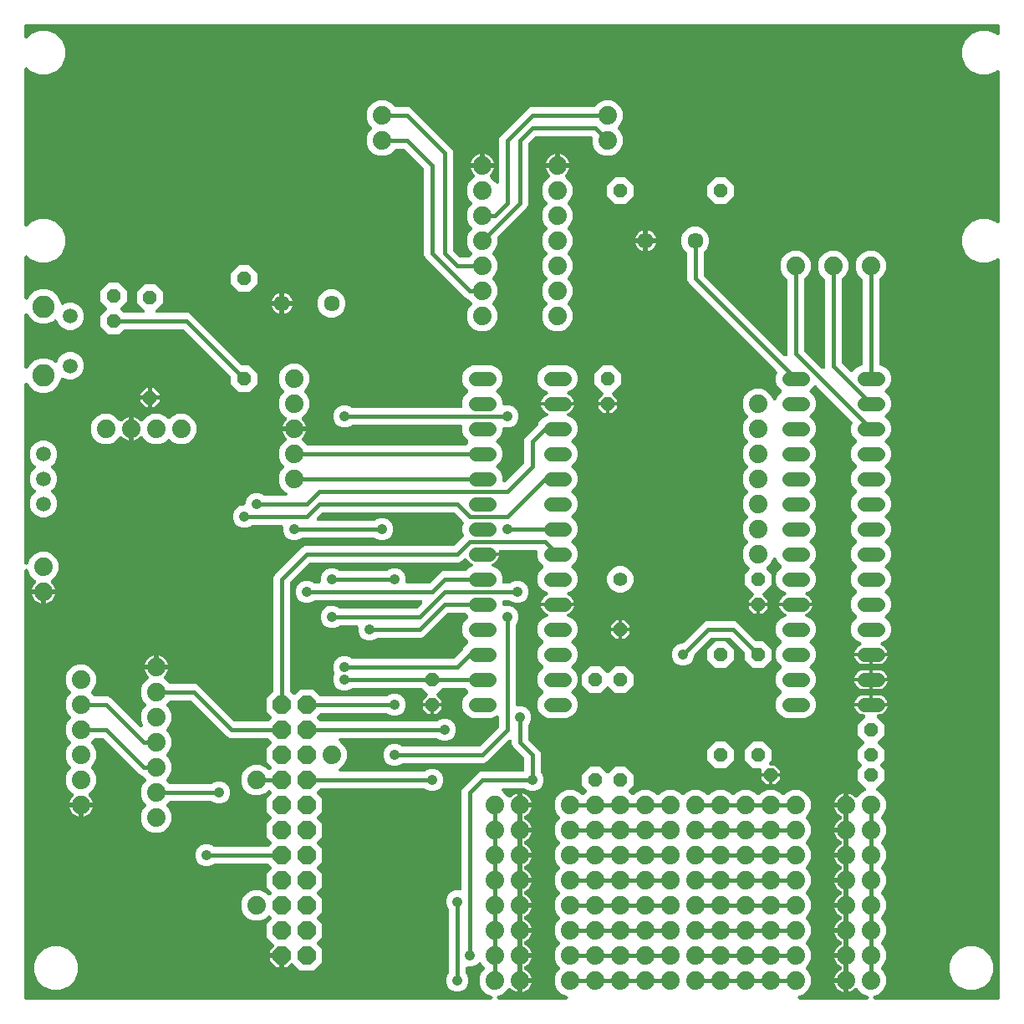
<source format=gbl>
G04 EAGLE Gerber RS-274X export*
G75*
%MOMM*%
%FSLAX34Y34*%
%LPD*%
%INBottom Copper*%
%IPPOS*%
%AMOC8*
5,1,8,0,0,1.08239X$1,22.5*%
G01*
%ADD10C,1.422400*%
%ADD11C,1.509600*%
%ADD12C,2.250000*%
%ADD13C,1.879600*%
%ADD14P,1.539592X8X112.500000*%
%ADD15C,1.609600*%
%ADD16P,1.539592X8X292.500000*%
%ADD17C,1.422400*%
%ADD18P,1.539592X8X22.500000*%
%ADD19P,1.539592X8X202.500000*%
%ADD20P,2.034460X8X112.500000*%
%ADD21C,1.058000*%
%ADD22C,0.406400*%

G36*
X478505Y6097D02*
X478505Y6097D01*
X478510Y6097D01*
X478703Y6117D01*
X478901Y6137D01*
X478906Y6138D01*
X478910Y6138D01*
X479096Y6196D01*
X479286Y6255D01*
X479290Y6257D01*
X479295Y6258D01*
X479466Y6352D01*
X479640Y6447D01*
X479644Y6449D01*
X479648Y6452D01*
X479799Y6579D01*
X479950Y6704D01*
X479952Y6708D01*
X479956Y6711D01*
X480079Y6865D01*
X480202Y7018D01*
X480204Y7022D01*
X480207Y7025D01*
X480296Y7200D01*
X480387Y7375D01*
X480389Y7380D01*
X480391Y7384D01*
X480444Y7571D01*
X480499Y7762D01*
X480499Y7767D01*
X480500Y7771D01*
X480515Y7964D01*
X480532Y8164D01*
X480531Y8168D01*
X480532Y8172D01*
X480508Y8365D01*
X480485Y8563D01*
X480483Y8568D01*
X480483Y8572D01*
X480422Y8755D01*
X480360Y8946D01*
X480358Y8950D01*
X480356Y8954D01*
X480259Y9124D01*
X480162Y9297D01*
X480159Y9300D01*
X480157Y9304D01*
X480026Y9455D01*
X479899Y9601D01*
X479895Y9604D01*
X479892Y9608D01*
X479736Y9728D01*
X479581Y9848D01*
X479577Y9850D01*
X479573Y9853D01*
X479278Y10005D01*
X473823Y12264D01*
X469464Y16623D01*
X467105Y22318D01*
X467105Y28482D01*
X469464Y34177D01*
X471951Y36664D01*
X471962Y36677D01*
X471976Y36689D01*
X472090Y36833D01*
X472206Y36975D01*
X472214Y36991D01*
X472225Y37005D01*
X472309Y37169D01*
X472395Y37331D01*
X472400Y37348D01*
X472408Y37364D01*
X472457Y37541D01*
X472509Y37717D01*
X472511Y37735D01*
X472516Y37752D01*
X472529Y37935D01*
X472546Y38118D01*
X472544Y38136D01*
X472545Y38153D01*
X472522Y38335D01*
X472502Y38518D01*
X472497Y38535D01*
X472495Y38553D01*
X472436Y38726D01*
X472381Y38902D01*
X472372Y38918D01*
X472366Y38934D01*
X472275Y39094D01*
X472186Y39254D01*
X472174Y39268D01*
X472166Y39283D01*
X471951Y39536D01*
X469464Y42023D01*
X469181Y42706D01*
X469175Y42718D01*
X469171Y42731D01*
X469080Y42895D01*
X468991Y43061D01*
X468983Y43071D01*
X468976Y43083D01*
X468855Y43226D01*
X468735Y43371D01*
X468724Y43380D01*
X468716Y43390D01*
X468568Y43506D01*
X468422Y43625D01*
X468410Y43631D01*
X468400Y43640D01*
X468232Y43725D01*
X468066Y43812D01*
X468053Y43816D01*
X468041Y43822D01*
X467859Y43872D01*
X467679Y43925D01*
X467666Y43926D01*
X467653Y43930D01*
X467464Y43944D01*
X467278Y43960D01*
X467265Y43958D01*
X467251Y43959D01*
X467064Y43936D01*
X466878Y43915D01*
X466865Y43911D01*
X466852Y43909D01*
X466674Y43849D01*
X466495Y43791D01*
X466483Y43785D01*
X466470Y43781D01*
X466308Y43687D01*
X466143Y43595D01*
X466133Y43586D01*
X466121Y43580D01*
X465868Y43365D01*
X463650Y41147D01*
X459465Y39413D01*
X454660Y39413D01*
X454642Y39411D01*
X454624Y39413D01*
X454442Y39392D01*
X454259Y39373D01*
X454242Y39368D01*
X454225Y39366D01*
X454050Y39309D01*
X453874Y39255D01*
X453859Y39247D01*
X453842Y39241D01*
X453682Y39151D01*
X453520Y39063D01*
X453507Y39052D01*
X453491Y39043D01*
X453352Y38923D01*
X453211Y38806D01*
X453200Y38792D01*
X453186Y38780D01*
X453074Y38635D01*
X452959Y38492D01*
X452951Y38476D01*
X452940Y38462D01*
X452858Y38297D01*
X452773Y38135D01*
X452768Y38118D01*
X452760Y38102D01*
X452712Y37922D01*
X452662Y37748D01*
X452660Y37730D01*
X452656Y37713D01*
X452629Y37382D01*
X452629Y34216D01*
X452631Y34189D01*
X452629Y34163D01*
X452651Y33989D01*
X452669Y33815D01*
X452676Y33790D01*
X452680Y33763D01*
X452736Y33597D01*
X452787Y33430D01*
X452800Y33407D01*
X452808Y33381D01*
X452895Y33230D01*
X452979Y33076D01*
X452996Y33056D01*
X453009Y33033D01*
X453224Y32780D01*
X454153Y31850D01*
X455887Y27665D01*
X455887Y23135D01*
X454153Y18950D01*
X450950Y15747D01*
X446765Y14013D01*
X442235Y14013D01*
X438050Y15747D01*
X434847Y18950D01*
X433113Y23135D01*
X433113Y27665D01*
X434847Y31850D01*
X435776Y32780D01*
X435793Y32800D01*
X435814Y32818D01*
X435921Y32956D01*
X436031Y33091D01*
X436044Y33115D01*
X436060Y33136D01*
X436138Y33293D01*
X436220Y33447D01*
X436228Y33472D01*
X436240Y33496D01*
X436285Y33665D01*
X436335Y33833D01*
X436337Y33859D01*
X436344Y33885D01*
X436371Y34216D01*
X436371Y96594D01*
X436369Y96621D01*
X436371Y96647D01*
X436349Y96821D01*
X436331Y96995D01*
X436324Y97020D01*
X436320Y97047D01*
X436265Y97212D01*
X436213Y97380D01*
X436200Y97403D01*
X436192Y97429D01*
X436105Y97580D01*
X436021Y97734D01*
X436004Y97754D01*
X435991Y97777D01*
X435776Y98030D01*
X434847Y98960D01*
X433113Y103145D01*
X433113Y107675D01*
X434847Y111860D01*
X438050Y115063D01*
X440172Y115942D01*
X442235Y116797D01*
X447040Y116797D01*
X447058Y116799D01*
X447076Y116797D01*
X447258Y116818D01*
X447441Y116837D01*
X447458Y116842D01*
X447475Y116844D01*
X447650Y116901D01*
X447826Y116955D01*
X447841Y116963D01*
X447858Y116969D01*
X448018Y117059D01*
X448180Y117147D01*
X448193Y117158D01*
X448209Y117167D01*
X448348Y117287D01*
X448489Y117404D01*
X448500Y117418D01*
X448514Y117430D01*
X448626Y117575D01*
X448741Y117718D01*
X448749Y117734D01*
X448760Y117748D01*
X448842Y117913D01*
X448927Y118075D01*
X448932Y118092D01*
X448940Y118108D01*
X448987Y118287D01*
X449038Y118462D01*
X449040Y118480D01*
X449044Y118497D01*
X449071Y118828D01*
X449071Y217517D01*
X450309Y220505D01*
X465295Y235491D01*
X468283Y236729D01*
X510540Y236729D01*
X510558Y236731D01*
X510576Y236729D01*
X510758Y236750D01*
X510941Y236769D01*
X510958Y236774D01*
X510975Y236776D01*
X511150Y236833D01*
X511326Y236887D01*
X511341Y236895D01*
X511358Y236901D01*
X511518Y236991D01*
X511680Y237079D01*
X511693Y237090D01*
X511709Y237099D01*
X511848Y237219D01*
X511989Y237336D01*
X512000Y237350D01*
X512014Y237362D01*
X512126Y237507D01*
X512241Y237650D01*
X512249Y237666D01*
X512260Y237680D01*
X512342Y237845D01*
X512427Y238007D01*
X512432Y238024D01*
X512440Y238040D01*
X512487Y238217D01*
X512538Y238394D01*
X512540Y238412D01*
X512544Y238429D01*
X512571Y238760D01*
X512571Y249792D01*
X512569Y249818D01*
X512571Y249845D01*
X512549Y250019D01*
X512531Y250192D01*
X512524Y250218D01*
X512520Y250244D01*
X512465Y250410D01*
X512413Y250577D01*
X512400Y250601D01*
X512392Y250626D01*
X512305Y250778D01*
X512221Y250931D01*
X512204Y250952D01*
X512191Y250975D01*
X511976Y251228D01*
X501109Y262095D01*
X499871Y265083D01*
X499871Y267572D01*
X499870Y267580D01*
X499871Y267589D01*
X499850Y267783D01*
X499831Y267972D01*
X499829Y267981D01*
X499828Y267990D01*
X499769Y268175D01*
X499713Y268357D01*
X499709Y268365D01*
X499706Y268374D01*
X499613Y268543D01*
X499521Y268711D01*
X499516Y268718D01*
X499511Y268726D01*
X499387Y268873D01*
X499264Y269020D01*
X499257Y269026D01*
X499251Y269033D01*
X499099Y269153D01*
X498950Y269273D01*
X498942Y269277D01*
X498935Y269282D01*
X498762Y269370D01*
X498593Y269458D01*
X498584Y269461D01*
X498576Y269465D01*
X498390Y269517D01*
X498206Y269570D01*
X498197Y269570D01*
X498188Y269573D01*
X497995Y269587D01*
X497804Y269603D01*
X497796Y269602D01*
X497787Y269602D01*
X497594Y269578D01*
X497405Y269556D01*
X497396Y269553D01*
X497387Y269552D01*
X497205Y269491D01*
X497022Y269431D01*
X497014Y269426D01*
X497006Y269424D01*
X496839Y269327D01*
X496671Y269233D01*
X496664Y269227D01*
X496657Y269223D01*
X496404Y269008D01*
X474505Y247109D01*
X471517Y245871D01*
X389816Y245871D01*
X389789Y245869D01*
X389763Y245871D01*
X389589Y245849D01*
X389415Y245831D01*
X389390Y245824D01*
X389363Y245820D01*
X389198Y245765D01*
X389030Y245713D01*
X389007Y245700D01*
X388981Y245692D01*
X388830Y245605D01*
X388676Y245521D01*
X388656Y245504D01*
X388633Y245491D01*
X388380Y245276D01*
X387450Y244347D01*
X383265Y242613D01*
X378735Y242613D01*
X374550Y244347D01*
X371347Y247550D01*
X369613Y251735D01*
X369613Y256265D01*
X371347Y260450D01*
X374550Y263653D01*
X378735Y265387D01*
X383265Y265387D01*
X387450Y263653D01*
X388380Y262724D01*
X388400Y262707D01*
X388418Y262686D01*
X388556Y262579D01*
X388691Y262469D01*
X388715Y262456D01*
X388736Y262440D01*
X388893Y262362D01*
X389047Y262280D01*
X389072Y262272D01*
X389096Y262260D01*
X389266Y262215D01*
X389433Y262165D01*
X389459Y262163D01*
X389485Y262156D01*
X389816Y262129D01*
X465692Y262129D01*
X465718Y262131D01*
X465745Y262129D01*
X465919Y262151D01*
X466092Y262169D01*
X466118Y262176D01*
X466144Y262180D01*
X466310Y262235D01*
X466477Y262287D01*
X466501Y262300D01*
X466526Y262308D01*
X466678Y262395D01*
X466831Y262479D01*
X466852Y262496D01*
X466875Y262509D01*
X467128Y262724D01*
X486576Y282172D01*
X486593Y282193D01*
X486614Y282210D01*
X486721Y282348D01*
X486831Y282484D01*
X486844Y282507D01*
X486860Y282528D01*
X486938Y282685D01*
X487020Y282839D01*
X487028Y282865D01*
X487040Y282889D01*
X487085Y283058D01*
X487135Y283225D01*
X487137Y283252D01*
X487144Y283278D01*
X487171Y283608D01*
X487171Y291671D01*
X487170Y291684D01*
X487171Y291698D01*
X487150Y291884D01*
X487131Y292072D01*
X487127Y292085D01*
X487126Y292098D01*
X487068Y292277D01*
X487013Y292457D01*
X487007Y292468D01*
X487003Y292481D01*
X486911Y292646D01*
X486821Y292811D01*
X486813Y292821D01*
X486806Y292833D01*
X486684Y292975D01*
X486564Y293120D01*
X486553Y293128D01*
X486545Y293138D01*
X486397Y293254D01*
X486250Y293372D01*
X486238Y293378D01*
X486228Y293387D01*
X486059Y293471D01*
X485893Y293558D01*
X485880Y293561D01*
X485868Y293567D01*
X485687Y293617D01*
X485506Y293669D01*
X485492Y293670D01*
X485479Y293674D01*
X485291Y293687D01*
X485104Y293702D01*
X485091Y293700D01*
X485078Y293701D01*
X484890Y293677D01*
X484705Y293655D01*
X484692Y293651D01*
X484679Y293649D01*
X484363Y293548D01*
X479639Y291591D01*
X460161Y291591D01*
X455306Y293602D01*
X451590Y297318D01*
X449579Y302173D01*
X449579Y307427D01*
X451590Y312282D01*
X455372Y316064D01*
X455383Y316078D01*
X455397Y316089D01*
X455510Y316233D01*
X455627Y316375D01*
X455635Y316391D01*
X455646Y316405D01*
X455730Y316569D01*
X455815Y316731D01*
X455820Y316748D01*
X455829Y316764D01*
X455878Y316941D01*
X455930Y317117D01*
X455932Y317135D01*
X455937Y317152D01*
X455950Y317335D01*
X455967Y317518D01*
X455965Y317536D01*
X455966Y317553D01*
X455943Y317735D01*
X455923Y317918D01*
X455918Y317935D01*
X455916Y317953D01*
X455857Y318127D01*
X455802Y318302D01*
X455793Y318318D01*
X455787Y318334D01*
X455696Y318493D01*
X455607Y318654D01*
X455595Y318668D01*
X455586Y318683D01*
X455372Y318936D01*
X452832Y321476D01*
X452811Y321493D01*
X452794Y321514D01*
X452656Y321620D01*
X452520Y321731D01*
X452496Y321744D01*
X452475Y321760D01*
X452319Y321838D01*
X452164Y321920D01*
X452139Y321928D01*
X452115Y321940D01*
X451946Y321985D01*
X451779Y322035D01*
X451752Y322037D01*
X451726Y322044D01*
X451395Y322071D01*
X430493Y322071D01*
X430466Y322069D01*
X430439Y322071D01*
X430265Y322049D01*
X430092Y322031D01*
X430066Y322024D01*
X430040Y322020D01*
X429874Y321965D01*
X429707Y321913D01*
X429683Y321900D01*
X429658Y321892D01*
X429507Y321805D01*
X429353Y321721D01*
X429333Y321704D01*
X429309Y321691D01*
X429056Y321476D01*
X424002Y316422D01*
X423990Y316408D01*
X423977Y316396D01*
X423863Y316253D01*
X423747Y316110D01*
X423738Y316095D01*
X423727Y316081D01*
X423644Y315916D01*
X423558Y315755D01*
X423553Y315738D01*
X423545Y315722D01*
X423495Y315544D01*
X423443Y315369D01*
X423442Y315351D01*
X423437Y315334D01*
X423424Y315151D01*
X423407Y314968D01*
X423409Y314950D01*
X423408Y314932D01*
X423431Y314750D01*
X423450Y314567D01*
X423456Y314550D01*
X423458Y314533D01*
X423516Y314359D01*
X423572Y314184D01*
X423581Y314168D01*
X423586Y314151D01*
X423678Y313992D01*
X423767Y313831D01*
X423778Y313818D01*
X423787Y313802D01*
X424002Y313549D01*
X428753Y308798D01*
X428753Y306831D01*
X419100Y306831D01*
X409447Y306831D01*
X409447Y308798D01*
X414198Y313549D01*
X414210Y313563D01*
X414223Y313575D01*
X414337Y313719D01*
X414453Y313861D01*
X414462Y313876D01*
X414473Y313890D01*
X414556Y314055D01*
X414642Y314216D01*
X414647Y314233D01*
X414655Y314249D01*
X414704Y314426D01*
X414757Y314602D01*
X414758Y314620D01*
X414763Y314637D01*
X414776Y314820D01*
X414793Y315003D01*
X414791Y315021D01*
X414792Y315039D01*
X414769Y315221D01*
X414750Y315404D01*
X414744Y315421D01*
X414742Y315438D01*
X414684Y315612D01*
X414628Y315787D01*
X414619Y315803D01*
X414614Y315820D01*
X414522Y315979D01*
X414433Y316140D01*
X414422Y316153D01*
X414413Y316169D01*
X414198Y316422D01*
X409144Y321476D01*
X409123Y321493D01*
X409106Y321514D01*
X408968Y321621D01*
X408832Y321731D01*
X408809Y321744D01*
X408787Y321760D01*
X408630Y321838D01*
X408476Y321920D01*
X408451Y321928D01*
X408427Y321940D01*
X408257Y321985D01*
X408091Y322035D01*
X408064Y322037D01*
X408038Y322044D01*
X407707Y322071D01*
X339016Y322071D01*
X338989Y322069D01*
X338963Y322071D01*
X338789Y322049D01*
X338615Y322031D01*
X338590Y322024D01*
X338563Y322020D01*
X338398Y321965D01*
X338230Y321913D01*
X338207Y321900D01*
X338181Y321892D01*
X338030Y321805D01*
X337876Y321721D01*
X337856Y321704D01*
X337833Y321691D01*
X337580Y321476D01*
X336650Y320547D01*
X332465Y318813D01*
X327935Y318813D01*
X323750Y320547D01*
X320547Y323750D01*
X318813Y327935D01*
X318813Y332465D01*
X320183Y335773D01*
X320191Y335798D01*
X320203Y335822D01*
X320249Y335991D01*
X320300Y336158D01*
X320302Y336185D01*
X320309Y336211D01*
X320321Y336385D01*
X320338Y336559D01*
X320335Y336585D01*
X320337Y336612D01*
X320314Y336787D01*
X320296Y336959D01*
X320288Y336985D01*
X320285Y337011D01*
X320183Y337327D01*
X318813Y340635D01*
X318813Y345165D01*
X320547Y349350D01*
X323750Y352553D01*
X327935Y354287D01*
X332465Y354287D01*
X336650Y352553D01*
X337580Y351624D01*
X337600Y351607D01*
X337618Y351586D01*
X337756Y351479D01*
X337891Y351369D01*
X337915Y351356D01*
X337936Y351340D01*
X338093Y351262D01*
X338247Y351180D01*
X338272Y351172D01*
X338296Y351160D01*
X338466Y351115D01*
X338633Y351065D01*
X338659Y351063D01*
X338685Y351056D01*
X339016Y351029D01*
X440292Y351029D01*
X440318Y351031D01*
X440345Y351029D01*
X440519Y351051D01*
X440692Y351069D01*
X440718Y351076D01*
X440744Y351080D01*
X440910Y351135D01*
X441077Y351187D01*
X441101Y351200D01*
X441126Y351208D01*
X441278Y351295D01*
X441431Y351379D01*
X441452Y351396D01*
X441475Y351409D01*
X441728Y351624D01*
X450023Y359919D01*
X450176Y360071D01*
X450195Y360096D01*
X450219Y360116D01*
X450323Y360251D01*
X450431Y360383D01*
X450445Y360411D01*
X450465Y360435D01*
X450616Y360731D01*
X451590Y363082D01*
X455372Y366864D01*
X455383Y366878D01*
X455397Y366889D01*
X455510Y367033D01*
X455627Y367175D01*
X455635Y367191D01*
X455646Y367205D01*
X455730Y367369D01*
X455815Y367531D01*
X455820Y367548D01*
X455829Y367564D01*
X455878Y367741D01*
X455930Y367917D01*
X455932Y367935D01*
X455937Y367952D01*
X455950Y368135D01*
X455967Y368318D01*
X455965Y368336D01*
X455966Y368353D01*
X455943Y368535D01*
X455923Y368718D01*
X455918Y368735D01*
X455916Y368753D01*
X455857Y368927D01*
X455802Y369102D01*
X455793Y369118D01*
X455787Y369134D01*
X455695Y369294D01*
X455607Y369454D01*
X455595Y369468D01*
X455586Y369483D01*
X455372Y369736D01*
X451590Y373518D01*
X449579Y378373D01*
X449579Y383627D01*
X451590Y388482D01*
X455372Y392264D01*
X455383Y392278D01*
X455397Y392289D01*
X455510Y392433D01*
X455627Y392575D01*
X455635Y392591D01*
X455646Y392605D01*
X455730Y392769D01*
X455815Y392931D01*
X455820Y392948D01*
X455829Y392964D01*
X455878Y393141D01*
X455930Y393317D01*
X455932Y393335D01*
X455937Y393352D01*
X455950Y393535D01*
X455967Y393718D01*
X455965Y393736D01*
X455966Y393753D01*
X455943Y393935D01*
X455923Y394118D01*
X455918Y394135D01*
X455916Y394153D01*
X455857Y394327D01*
X455802Y394502D01*
X455793Y394518D01*
X455787Y394534D01*
X455696Y394693D01*
X455607Y394854D01*
X455595Y394868D01*
X455586Y394883D01*
X455372Y395136D01*
X452832Y397676D01*
X452811Y397693D01*
X452794Y397714D01*
X452656Y397820D01*
X452520Y397931D01*
X452496Y397944D01*
X452475Y397960D01*
X452319Y398038D01*
X452164Y398120D01*
X452139Y398128D01*
X452115Y398140D01*
X451946Y398185D01*
X451779Y398235D01*
X451752Y398237D01*
X451726Y398244D01*
X451395Y398271D01*
X436008Y398271D01*
X435982Y398269D01*
X435955Y398271D01*
X435781Y398249D01*
X435608Y398231D01*
X435582Y398224D01*
X435556Y398220D01*
X435390Y398165D01*
X435223Y398113D01*
X435199Y398100D01*
X435174Y398092D01*
X435022Y398005D01*
X434869Y397921D01*
X434848Y397904D01*
X434825Y397891D01*
X434572Y397676D01*
X411005Y374109D01*
X409764Y373595D01*
X408017Y372871D01*
X364416Y372871D01*
X364389Y372869D01*
X364363Y372871D01*
X364189Y372849D01*
X364015Y372831D01*
X363990Y372824D01*
X363963Y372820D01*
X363798Y372765D01*
X363630Y372713D01*
X363607Y372700D01*
X363581Y372692D01*
X363430Y372605D01*
X363276Y372521D01*
X363256Y372504D01*
X363233Y372491D01*
X362980Y372276D01*
X362050Y371347D01*
X357865Y369613D01*
X353335Y369613D01*
X349150Y371347D01*
X345947Y374550D01*
X344213Y378735D01*
X344213Y383540D01*
X344211Y383558D01*
X344213Y383576D01*
X344192Y383758D01*
X344173Y383941D01*
X344168Y383958D01*
X344166Y383975D01*
X344109Y384150D01*
X344055Y384326D01*
X344047Y384341D01*
X344041Y384358D01*
X343951Y384518D01*
X343863Y384680D01*
X343852Y384693D01*
X343843Y384709D01*
X343723Y384848D01*
X343606Y384989D01*
X343592Y385000D01*
X343580Y385014D01*
X343435Y385126D01*
X343292Y385241D01*
X343276Y385249D01*
X343262Y385260D01*
X343097Y385342D01*
X342935Y385427D01*
X342918Y385432D01*
X342902Y385440D01*
X342723Y385487D01*
X342548Y385538D01*
X342530Y385540D01*
X342513Y385544D01*
X342182Y385571D01*
X326316Y385571D01*
X326289Y385569D01*
X326263Y385571D01*
X326089Y385549D01*
X325915Y385531D01*
X325890Y385524D01*
X325863Y385520D01*
X325698Y385465D01*
X325530Y385413D01*
X325507Y385400D01*
X325481Y385392D01*
X325330Y385305D01*
X325176Y385221D01*
X325156Y385204D01*
X325133Y385191D01*
X324880Y384976D01*
X323950Y384047D01*
X323237Y383751D01*
X323236Y383751D01*
X319765Y382313D01*
X315235Y382313D01*
X311050Y384047D01*
X307847Y387250D01*
X306113Y391435D01*
X306113Y395965D01*
X307847Y400150D01*
X311050Y403353D01*
X313528Y404380D01*
X315235Y405087D01*
X319765Y405087D01*
X323950Y403353D01*
X324880Y402424D01*
X324900Y402407D01*
X324918Y402386D01*
X325056Y402279D01*
X325191Y402169D01*
X325215Y402156D01*
X325236Y402140D01*
X325393Y402062D01*
X325547Y401980D01*
X325572Y401972D01*
X325596Y401960D01*
X325766Y401915D01*
X325933Y401865D01*
X325959Y401863D01*
X325985Y401856D01*
X326316Y401829D01*
X402192Y401829D01*
X402218Y401831D01*
X402245Y401829D01*
X402419Y401851D01*
X402592Y401869D01*
X402618Y401876D01*
X402644Y401880D01*
X402810Y401935D01*
X402977Y401987D01*
X403001Y402000D01*
X403026Y402008D01*
X403177Y402095D01*
X403331Y402179D01*
X403352Y402196D01*
X403375Y402209D01*
X403628Y402424D01*
X408708Y407504D01*
X408714Y407511D01*
X408720Y407516D01*
X408841Y407666D01*
X408963Y407815D01*
X408967Y407823D01*
X408973Y407830D01*
X409061Y408000D01*
X409152Y408171D01*
X409154Y408180D01*
X409158Y408187D01*
X409211Y408372D01*
X409266Y408557D01*
X409267Y408566D01*
X409270Y408574D01*
X409285Y408766D01*
X409303Y408958D01*
X409302Y408967D01*
X409303Y408976D01*
X409280Y409165D01*
X409259Y409358D01*
X409257Y409367D01*
X409256Y409375D01*
X409196Y409557D01*
X409138Y409742D01*
X409134Y409750D01*
X409131Y409758D01*
X409036Y409927D01*
X408943Y410094D01*
X408937Y410101D01*
X408933Y410109D01*
X408807Y410255D01*
X408683Y410401D01*
X408676Y410407D01*
X408670Y410414D01*
X408518Y410531D01*
X408367Y410651D01*
X408359Y410655D01*
X408352Y410660D01*
X408180Y410746D01*
X408008Y410833D01*
X407999Y410836D01*
X407991Y410840D01*
X407805Y410890D01*
X407620Y410941D01*
X407611Y410942D01*
X407602Y410944D01*
X407272Y410971D01*
X300916Y410971D01*
X300889Y410969D01*
X300863Y410971D01*
X300689Y410949D01*
X300515Y410931D01*
X300490Y410924D01*
X300463Y410920D01*
X300298Y410865D01*
X300130Y410813D01*
X300107Y410800D01*
X300081Y410792D01*
X299930Y410705D01*
X299776Y410621D01*
X299756Y410604D01*
X299733Y410591D01*
X299480Y410376D01*
X298550Y409447D01*
X294365Y407713D01*
X289835Y407713D01*
X285650Y409447D01*
X282447Y412650D01*
X280713Y416835D01*
X280713Y421365D01*
X282447Y425550D01*
X285650Y428753D01*
X289835Y430487D01*
X294365Y430487D01*
X298550Y428753D01*
X299480Y427824D01*
X299500Y427807D01*
X299518Y427786D01*
X299656Y427679D01*
X299791Y427569D01*
X299815Y427556D01*
X299836Y427540D01*
X299993Y427462D01*
X300147Y427380D01*
X300172Y427372D01*
X300196Y427360D01*
X300366Y427315D01*
X300533Y427265D01*
X300559Y427263D01*
X300585Y427256D01*
X300916Y427229D01*
X304082Y427229D01*
X304100Y427231D01*
X304118Y427229D01*
X304300Y427250D01*
X304483Y427269D01*
X304500Y427274D01*
X304517Y427276D01*
X304692Y427333D01*
X304868Y427387D01*
X304883Y427395D01*
X304900Y427401D01*
X305060Y427491D01*
X305222Y427579D01*
X305235Y427590D01*
X305251Y427599D01*
X305390Y427719D01*
X305531Y427836D01*
X305542Y427850D01*
X305556Y427862D01*
X305668Y428007D01*
X305783Y428150D01*
X305791Y428166D01*
X305802Y428180D01*
X305884Y428345D01*
X305969Y428507D01*
X305974Y428524D01*
X305982Y428540D01*
X306029Y428719D01*
X306080Y428894D01*
X306082Y428912D01*
X306086Y428929D01*
X306113Y429260D01*
X306113Y434065D01*
X307847Y438250D01*
X311050Y441453D01*
X314720Y442973D01*
X314720Y442974D01*
X315235Y443187D01*
X319765Y443187D01*
X323950Y441453D01*
X324880Y440524D01*
X324900Y440507D01*
X324918Y440486D01*
X325056Y440379D01*
X325191Y440269D01*
X325215Y440256D01*
X325236Y440240D01*
X325393Y440162D01*
X325547Y440080D01*
X325572Y440072D01*
X325596Y440060D01*
X325766Y440015D01*
X325933Y439965D01*
X325959Y439963D01*
X325985Y439956D01*
X326316Y439929D01*
X372184Y439929D01*
X372211Y439931D01*
X372237Y439929D01*
X372411Y439951D01*
X372585Y439969D01*
X372610Y439976D01*
X372637Y439980D01*
X372802Y440035D01*
X372970Y440087D01*
X372993Y440100D01*
X373019Y440108D01*
X373170Y440195D01*
X373324Y440279D01*
X373344Y440296D01*
X373367Y440309D01*
X373620Y440524D01*
X374550Y441453D01*
X378220Y442973D01*
X378220Y442974D01*
X378735Y443187D01*
X383265Y443187D01*
X387450Y441453D01*
X390653Y438250D01*
X392387Y434065D01*
X392387Y429260D01*
X392389Y429242D01*
X392387Y429224D01*
X392408Y429042D01*
X392427Y428859D01*
X392432Y428842D01*
X392434Y428825D01*
X392491Y428650D01*
X392545Y428474D01*
X392553Y428459D01*
X392559Y428442D01*
X392649Y428282D01*
X392737Y428120D01*
X392748Y428107D01*
X392757Y428091D01*
X392877Y427952D01*
X392994Y427811D01*
X393008Y427800D01*
X393020Y427786D01*
X393165Y427674D01*
X393308Y427559D01*
X393324Y427551D01*
X393338Y427540D01*
X393503Y427458D01*
X393665Y427373D01*
X393682Y427368D01*
X393698Y427360D01*
X393877Y427313D01*
X394052Y427262D01*
X394070Y427260D01*
X394087Y427256D01*
X394418Y427229D01*
X414892Y427229D01*
X414918Y427231D01*
X414945Y427229D01*
X415119Y427251D01*
X415292Y427269D01*
X415318Y427276D01*
X415344Y427280D01*
X415510Y427335D01*
X415677Y427387D01*
X415701Y427400D01*
X415726Y427408D01*
X415878Y427495D01*
X416031Y427579D01*
X416052Y427596D01*
X416075Y427609D01*
X416328Y427824D01*
X427195Y438691D01*
X430183Y439929D01*
X451395Y439929D01*
X451422Y439931D01*
X451449Y439929D01*
X451623Y439951D01*
X451796Y439969D01*
X451822Y439976D01*
X451848Y439980D01*
X452014Y440035D01*
X452181Y440087D01*
X452205Y440100D01*
X452230Y440108D01*
X452381Y440195D01*
X452535Y440279D01*
X452555Y440296D01*
X452579Y440309D01*
X452832Y440524D01*
X455306Y442998D01*
X459009Y444532D01*
X459124Y444594D01*
X459244Y444647D01*
X459301Y444688D01*
X459364Y444722D01*
X459465Y444805D01*
X459571Y444881D01*
X459619Y444933D01*
X459674Y444978D01*
X459757Y445080D01*
X459846Y445175D01*
X459883Y445236D01*
X459928Y445291D01*
X459989Y445407D01*
X460057Y445518D01*
X460082Y445585D01*
X460115Y445647D01*
X460152Y445773D01*
X460197Y445896D01*
X460208Y445966D01*
X460228Y446034D01*
X460239Y446164D01*
X460260Y446293D01*
X460257Y446364D01*
X460263Y446435D01*
X460248Y446565D01*
X460243Y446696D01*
X460226Y446765D01*
X460218Y446835D01*
X460178Y446959D01*
X460146Y447087D01*
X460116Y447151D01*
X460094Y447218D01*
X460031Y447333D01*
X459975Y447451D01*
X459933Y447508D01*
X459898Y447570D01*
X459813Y447669D01*
X459735Y447774D01*
X459682Y447822D01*
X459636Y447876D01*
X459533Y447956D01*
X459436Y448044D01*
X459366Y448087D01*
X459319Y448124D01*
X459251Y448158D01*
X459154Y448218D01*
X457729Y448944D01*
X456500Y449837D01*
X455425Y450912D01*
X454470Y452226D01*
X454449Y452264D01*
X454407Y452314D01*
X454371Y452370D01*
X454277Y452467D01*
X454189Y452571D01*
X454137Y452612D01*
X454091Y452659D01*
X453979Y452736D01*
X453873Y452820D01*
X453814Y452850D01*
X453760Y452888D01*
X453635Y452941D01*
X453514Y453003D01*
X453450Y453021D01*
X453390Y453047D01*
X453257Y453074D01*
X453126Y453111D01*
X453060Y453116D01*
X452996Y453129D01*
X452860Y453130D01*
X452725Y453140D01*
X452659Y453132D01*
X452593Y453132D01*
X452460Y453107D01*
X452325Y453090D01*
X452262Y453069D01*
X452198Y453056D01*
X452072Y453005D01*
X451944Y452962D01*
X451886Y452929D01*
X451825Y452904D01*
X451712Y452828D01*
X451595Y452761D01*
X451537Y452711D01*
X451490Y452680D01*
X451434Y452624D01*
X451342Y452546D01*
X449105Y450309D01*
X446117Y449071D01*
X296308Y449071D01*
X296282Y449069D01*
X296255Y449071D01*
X296081Y449049D01*
X295908Y449031D01*
X295882Y449024D01*
X295856Y449020D01*
X295690Y448964D01*
X295523Y448913D01*
X295499Y448900D01*
X295474Y448892D01*
X295322Y448805D01*
X295169Y448721D01*
X295148Y448704D01*
X295125Y448691D01*
X294872Y448476D01*
X275424Y429028D01*
X275407Y429007D01*
X275386Y428990D01*
X275279Y428852D01*
X275169Y428716D01*
X275156Y428693D01*
X275140Y428672D01*
X275062Y428515D01*
X274980Y428361D01*
X274972Y428335D01*
X274960Y428311D01*
X274915Y428142D01*
X274865Y427975D01*
X274863Y427948D01*
X274856Y427922D01*
X274829Y427592D01*
X274829Y319425D01*
X274831Y319399D01*
X274829Y319372D01*
X274851Y319198D01*
X274869Y319025D01*
X274876Y318999D01*
X274880Y318973D01*
X274936Y318807D01*
X274987Y318640D01*
X275000Y318616D01*
X275008Y318591D01*
X275095Y318439D01*
X275179Y318286D01*
X275196Y318265D01*
X275209Y318242D01*
X275424Y317989D01*
X277964Y315449D01*
X277978Y315438D01*
X277989Y315424D01*
X278133Y315311D01*
X278275Y315194D01*
X278291Y315186D01*
X278305Y315175D01*
X278469Y315091D01*
X278631Y315005D01*
X278648Y315000D01*
X278664Y314992D01*
X278841Y314943D01*
X279017Y314891D01*
X279035Y314889D01*
X279052Y314884D01*
X279235Y314871D01*
X279418Y314854D01*
X279436Y314856D01*
X279453Y314855D01*
X279635Y314878D01*
X279818Y314898D01*
X279835Y314903D01*
X279853Y314905D01*
X280027Y314964D01*
X280202Y315019D01*
X280218Y315028D01*
X280234Y315034D01*
X280394Y315125D01*
X280554Y315214D01*
X280568Y315225D01*
X280583Y315234D01*
X280836Y315449D01*
X285682Y320295D01*
X298518Y320295D01*
X305289Y313524D01*
X305310Y313507D01*
X305327Y313486D01*
X305465Y313379D01*
X305601Y313269D01*
X305624Y313256D01*
X305645Y313240D01*
X305802Y313162D01*
X305956Y313080D01*
X305982Y313072D01*
X306006Y313060D01*
X306175Y313015D01*
X306342Y312965D01*
X306369Y312963D01*
X306395Y312956D01*
X306725Y312929D01*
X372184Y312929D01*
X372211Y312931D01*
X372237Y312929D01*
X372411Y312951D01*
X372585Y312969D01*
X372610Y312976D01*
X372637Y312980D01*
X372802Y313035D01*
X372970Y313087D01*
X372993Y313100D01*
X373019Y313108D01*
X373170Y313195D01*
X373324Y313279D01*
X373344Y313296D01*
X373367Y313309D01*
X373620Y313524D01*
X374550Y314453D01*
X375881Y315005D01*
X375882Y315005D01*
X378735Y316187D01*
X383265Y316187D01*
X387450Y314453D01*
X390653Y311250D01*
X392387Y307065D01*
X392387Y302535D01*
X390653Y298350D01*
X387450Y295147D01*
X383265Y293413D01*
X378735Y293413D01*
X374550Y295147D01*
X373620Y296076D01*
X373600Y296093D01*
X373582Y296114D01*
X373444Y296221D01*
X373309Y296331D01*
X373285Y296344D01*
X373264Y296360D01*
X373107Y296438D01*
X372953Y296520D01*
X372928Y296528D01*
X372904Y296540D01*
X372734Y296585D01*
X372567Y296635D01*
X372541Y296637D01*
X372515Y296644D01*
X372184Y296671D01*
X306725Y296671D01*
X306699Y296669D01*
X306672Y296671D01*
X306498Y296649D01*
X306325Y296631D01*
X306299Y296624D01*
X306273Y296620D01*
X306107Y296564D01*
X305940Y296513D01*
X305916Y296500D01*
X305891Y296492D01*
X305740Y296405D01*
X305586Y296321D01*
X305565Y296304D01*
X305542Y296291D01*
X305289Y296076D01*
X302749Y293536D01*
X302738Y293522D01*
X302724Y293511D01*
X302610Y293367D01*
X302494Y293225D01*
X302486Y293209D01*
X302475Y293195D01*
X302392Y293032D01*
X302305Y292869D01*
X302300Y292852D01*
X302292Y292836D01*
X302243Y292659D01*
X302191Y292483D01*
X302189Y292465D01*
X302184Y292448D01*
X302171Y292265D01*
X302154Y292082D01*
X302156Y292064D01*
X302155Y292047D01*
X302178Y291864D01*
X302198Y291682D01*
X302203Y291665D01*
X302205Y291647D01*
X302264Y291472D01*
X302319Y291298D01*
X302328Y291282D01*
X302334Y291266D01*
X302425Y291106D01*
X302514Y290946D01*
X302526Y290932D01*
X302534Y290917D01*
X302749Y290664D01*
X305289Y288124D01*
X305310Y288107D01*
X305327Y288086D01*
X305465Y287979D01*
X305601Y287869D01*
X305624Y287856D01*
X305645Y287840D01*
X305802Y287762D01*
X305956Y287680D01*
X305982Y287672D01*
X306006Y287660D01*
X306175Y287615D01*
X306342Y287565D01*
X306369Y287563D01*
X306395Y287556D01*
X306725Y287529D01*
X422984Y287529D01*
X423011Y287531D01*
X423037Y287529D01*
X423211Y287551D01*
X423385Y287569D01*
X423410Y287576D01*
X423437Y287580D01*
X423602Y287635D01*
X423770Y287687D01*
X423793Y287700D01*
X423819Y287708D01*
X423970Y287795D01*
X424124Y287879D01*
X424144Y287896D01*
X424167Y287909D01*
X424420Y288124D01*
X425350Y289053D01*
X429535Y290787D01*
X434065Y290787D01*
X438250Y289053D01*
X441453Y285850D01*
X443187Y281665D01*
X443187Y277135D01*
X441453Y272950D01*
X438250Y269747D01*
X434065Y268013D01*
X429535Y268013D01*
X425350Y269747D01*
X424420Y270676D01*
X424400Y270693D01*
X424382Y270714D01*
X424244Y270821D01*
X424109Y270931D01*
X424085Y270944D01*
X424064Y270960D01*
X423907Y271038D01*
X423753Y271120D01*
X423728Y271128D01*
X423704Y271140D01*
X423534Y271185D01*
X423367Y271235D01*
X423341Y271237D01*
X423315Y271244D01*
X422984Y271271D01*
X326505Y271271D01*
X326500Y271271D01*
X326496Y271271D01*
X326301Y271251D01*
X326104Y271231D01*
X326100Y271230D01*
X326096Y271230D01*
X325907Y271171D01*
X325719Y271113D01*
X325715Y271111D01*
X325711Y271110D01*
X325539Y271016D01*
X325365Y270921D01*
X325362Y270919D01*
X325358Y270916D01*
X325207Y270790D01*
X325056Y270664D01*
X325053Y270660D01*
X325050Y270657D01*
X324926Y270502D01*
X324804Y270350D01*
X324802Y270346D01*
X324799Y270342D01*
X324708Y270165D01*
X324618Y269993D01*
X324617Y269988D01*
X324615Y269984D01*
X324561Y269792D01*
X324507Y269606D01*
X324506Y269601D01*
X324505Y269597D01*
X324490Y269401D01*
X324474Y269204D01*
X324475Y269200D01*
X324474Y269196D01*
X324498Y269001D01*
X324521Y268805D01*
X324522Y268800D01*
X324523Y268796D01*
X324585Y268609D01*
X324646Y268422D01*
X324648Y268418D01*
X324649Y268414D01*
X324747Y268242D01*
X324844Y268071D01*
X324847Y268068D01*
X324849Y268064D01*
X324980Y267914D01*
X325107Y267767D01*
X325110Y267764D01*
X325113Y267760D01*
X325271Y267639D01*
X325425Y267520D01*
X325429Y267518D01*
X325432Y267515D01*
X325728Y267363D01*
X326277Y267136D01*
X330636Y262777D01*
X332995Y257082D01*
X332995Y250918D01*
X330636Y245223D01*
X326277Y240864D01*
X325728Y240637D01*
X325724Y240635D01*
X325719Y240633D01*
X325544Y240538D01*
X325373Y240446D01*
X325369Y240444D01*
X325365Y240441D01*
X325216Y240317D01*
X325062Y240190D01*
X325060Y240187D01*
X325056Y240184D01*
X324934Y240032D01*
X324809Y239877D01*
X324807Y239873D01*
X324804Y239870D01*
X324715Y239698D01*
X324622Y239521D01*
X324620Y239516D01*
X324618Y239513D01*
X324563Y239321D01*
X324508Y239135D01*
X324508Y239130D01*
X324507Y239126D01*
X324490Y238920D01*
X324474Y238733D01*
X324474Y238729D01*
X324474Y238724D01*
X324497Y238529D01*
X324519Y238333D01*
X324520Y238329D01*
X324521Y238325D01*
X324582Y238138D01*
X324642Y237950D01*
X324644Y237946D01*
X324646Y237942D01*
X324742Y237771D01*
X324838Y237599D01*
X324841Y237595D01*
X324844Y237591D01*
X324971Y237443D01*
X325100Y237293D01*
X325104Y237290D01*
X325107Y237286D01*
X325262Y237166D01*
X325417Y237044D01*
X325421Y237042D01*
X325425Y237040D01*
X325604Y236951D01*
X325777Y236864D01*
X325781Y236862D01*
X325785Y236860D01*
X325981Y236808D01*
X326165Y236757D01*
X326170Y236757D01*
X326174Y236756D01*
X326505Y236729D01*
X410284Y236729D01*
X410311Y236731D01*
X410337Y236729D01*
X410511Y236751D01*
X410685Y236769D01*
X410710Y236776D01*
X410737Y236780D01*
X410902Y236835D01*
X411070Y236887D01*
X411093Y236900D01*
X411119Y236908D01*
X411270Y236995D01*
X411424Y237079D01*
X411444Y237096D01*
X411467Y237109D01*
X411720Y237324D01*
X412650Y238253D01*
X416501Y239848D01*
X416501Y239849D01*
X416835Y239987D01*
X421365Y239987D01*
X425550Y238253D01*
X428753Y235050D01*
X430487Y230865D01*
X430487Y226335D01*
X428753Y222150D01*
X425550Y218947D01*
X421365Y217213D01*
X416835Y217213D01*
X412650Y218947D01*
X411720Y219876D01*
X411700Y219893D01*
X411682Y219914D01*
X411544Y220021D01*
X411409Y220131D01*
X411385Y220144D01*
X411364Y220160D01*
X411207Y220238D01*
X411053Y220320D01*
X411028Y220328D01*
X411004Y220340D01*
X410834Y220385D01*
X410667Y220435D01*
X410641Y220437D01*
X410615Y220444D01*
X410284Y220471D01*
X306725Y220471D01*
X306699Y220469D01*
X306672Y220471D01*
X306498Y220449D01*
X306325Y220431D01*
X306299Y220424D01*
X306273Y220420D01*
X306107Y220365D01*
X305940Y220313D01*
X305916Y220300D01*
X305891Y220292D01*
X305739Y220205D01*
X305586Y220121D01*
X305565Y220104D01*
X305542Y220091D01*
X305289Y219876D01*
X302749Y217336D01*
X302738Y217322D01*
X302724Y217311D01*
X302611Y217167D01*
X302494Y217025D01*
X302486Y217009D01*
X302475Y216995D01*
X302391Y216831D01*
X302305Y216669D01*
X302300Y216652D01*
X302292Y216636D01*
X302243Y216459D01*
X302191Y216283D01*
X302189Y216265D01*
X302184Y216248D01*
X302171Y216065D01*
X302154Y215882D01*
X302156Y215864D01*
X302155Y215847D01*
X302178Y215665D01*
X302198Y215482D01*
X302203Y215465D01*
X302205Y215447D01*
X302264Y215273D01*
X302319Y215098D01*
X302328Y215082D01*
X302334Y215066D01*
X302425Y214906D01*
X302514Y214746D01*
X302525Y214732D01*
X302534Y214717D01*
X302749Y214464D01*
X307595Y209618D01*
X307595Y196782D01*
X302749Y191936D01*
X302738Y191922D01*
X302724Y191911D01*
X302611Y191767D01*
X302494Y191625D01*
X302486Y191609D01*
X302475Y191595D01*
X302391Y191430D01*
X302305Y191269D01*
X302300Y191252D01*
X302292Y191236D01*
X302243Y191059D01*
X302191Y190883D01*
X302189Y190865D01*
X302184Y190848D01*
X302171Y190664D01*
X302154Y190482D01*
X302156Y190464D01*
X302155Y190447D01*
X302178Y190265D01*
X302198Y190082D01*
X302203Y190065D01*
X302205Y190047D01*
X302264Y189873D01*
X302319Y189698D01*
X302328Y189682D01*
X302334Y189666D01*
X302425Y189506D01*
X302514Y189346D01*
X302525Y189332D01*
X302534Y189317D01*
X302749Y189064D01*
X307595Y184218D01*
X307595Y171382D01*
X302749Y166536D01*
X302738Y166522D01*
X302724Y166511D01*
X302611Y166367D01*
X302494Y166225D01*
X302486Y166209D01*
X302475Y166195D01*
X302391Y166030D01*
X302305Y165869D01*
X302300Y165852D01*
X302292Y165836D01*
X302243Y165659D01*
X302191Y165483D01*
X302189Y165465D01*
X302184Y165448D01*
X302171Y165264D01*
X302154Y165082D01*
X302156Y165064D01*
X302155Y165047D01*
X302178Y164865D01*
X302198Y164682D01*
X302203Y164665D01*
X302205Y164647D01*
X302264Y164473D01*
X302319Y164298D01*
X302328Y164282D01*
X302334Y164266D01*
X302425Y164106D01*
X302514Y163946D01*
X302525Y163932D01*
X302534Y163917D01*
X302749Y163664D01*
X307595Y158818D01*
X307595Y145982D01*
X302749Y141136D01*
X302738Y141122D01*
X302724Y141111D01*
X302611Y140967D01*
X302494Y140825D01*
X302486Y140809D01*
X302475Y140795D01*
X302391Y140630D01*
X302305Y140469D01*
X302300Y140452D01*
X302292Y140436D01*
X302243Y140259D01*
X302191Y140083D01*
X302189Y140065D01*
X302184Y140048D01*
X302171Y139864D01*
X302154Y139682D01*
X302156Y139664D01*
X302155Y139647D01*
X302178Y139465D01*
X302198Y139282D01*
X302203Y139265D01*
X302205Y139247D01*
X302264Y139073D01*
X302319Y138898D01*
X302328Y138882D01*
X302334Y138866D01*
X302425Y138706D01*
X302514Y138546D01*
X302525Y138532D01*
X302534Y138517D01*
X302749Y138264D01*
X307595Y133418D01*
X307595Y120582D01*
X302749Y115736D01*
X302738Y115722D01*
X302724Y115711D01*
X302611Y115567D01*
X302494Y115425D01*
X302486Y115409D01*
X302475Y115395D01*
X302391Y115230D01*
X302305Y115069D01*
X302300Y115052D01*
X302292Y115036D01*
X302243Y114859D01*
X302191Y114683D01*
X302189Y114665D01*
X302184Y114648D01*
X302171Y114464D01*
X302154Y114282D01*
X302156Y114264D01*
X302155Y114247D01*
X302178Y114064D01*
X302198Y113882D01*
X302203Y113865D01*
X302205Y113847D01*
X302264Y113673D01*
X302319Y113498D01*
X302328Y113482D01*
X302334Y113466D01*
X302425Y113306D01*
X302514Y113146D01*
X302525Y113132D01*
X302534Y113117D01*
X302749Y112864D01*
X307595Y108018D01*
X307595Y95182D01*
X302749Y90336D01*
X302738Y90322D01*
X302724Y90311D01*
X302611Y90167D01*
X302494Y90025D01*
X302486Y90009D01*
X302475Y89995D01*
X302391Y89830D01*
X302305Y89669D01*
X302300Y89652D01*
X302292Y89636D01*
X302243Y89459D01*
X302191Y89283D01*
X302189Y89265D01*
X302184Y89248D01*
X302171Y89064D01*
X302154Y88882D01*
X302156Y88864D01*
X302155Y88847D01*
X302178Y88665D01*
X302198Y88482D01*
X302203Y88465D01*
X302205Y88447D01*
X302264Y88273D01*
X302319Y88098D01*
X302328Y88082D01*
X302334Y88066D01*
X302425Y87906D01*
X302514Y87746D01*
X302525Y87732D01*
X302534Y87717D01*
X302749Y87464D01*
X307595Y82618D01*
X307595Y69782D01*
X302749Y64936D01*
X302738Y64922D01*
X302724Y64911D01*
X302611Y64767D01*
X302494Y64625D01*
X302486Y64609D01*
X302475Y64595D01*
X302391Y64430D01*
X302305Y64269D01*
X302300Y64252D01*
X302292Y64236D01*
X302243Y64059D01*
X302191Y63883D01*
X302189Y63865D01*
X302184Y63848D01*
X302171Y63664D01*
X302154Y63482D01*
X302156Y63464D01*
X302155Y63447D01*
X302178Y63265D01*
X302198Y63082D01*
X302203Y63065D01*
X302205Y63047D01*
X302264Y62873D01*
X302319Y62698D01*
X302328Y62682D01*
X302334Y62666D01*
X302425Y62506D01*
X302514Y62346D01*
X302525Y62332D01*
X302534Y62317D01*
X302749Y62064D01*
X307595Y57218D01*
X307595Y44382D01*
X298518Y35305D01*
X285682Y35305D01*
X278322Y42665D01*
X278308Y42677D01*
X278297Y42690D01*
X278152Y42804D01*
X278010Y42920D01*
X277995Y42929D01*
X277981Y42940D01*
X277817Y43023D01*
X277655Y43109D01*
X277638Y43114D01*
X277622Y43122D01*
X277444Y43172D01*
X277269Y43224D01*
X277251Y43225D01*
X277234Y43230D01*
X277051Y43244D01*
X276868Y43260D01*
X276850Y43258D01*
X276832Y43260D01*
X276650Y43237D01*
X276468Y43217D01*
X276450Y43211D01*
X276433Y43209D01*
X276259Y43151D01*
X276084Y43095D01*
X276068Y43087D01*
X276051Y43081D01*
X275892Y42989D01*
X275731Y42900D01*
X275718Y42889D01*
X275702Y42880D01*
X275449Y42665D01*
X271645Y38861D01*
X269239Y38861D01*
X269239Y50292D01*
X269237Y50310D01*
X269239Y50327D01*
X269218Y50510D01*
X269199Y50692D01*
X269194Y50709D01*
X269192Y50727D01*
X269135Y50902D01*
X269081Y51077D01*
X269073Y51093D01*
X269067Y51110D01*
X268977Y51270D01*
X268889Y51431D01*
X268878Y51445D01*
X268869Y51461D01*
X268749Y51600D01*
X268632Y51741D01*
X268618Y51752D01*
X268606Y51765D01*
X268461Y51878D01*
X268318Y51993D01*
X268302Y52001D01*
X268288Y52012D01*
X268123Y52094D01*
X268047Y52134D01*
X267961Y52286D01*
X267873Y52448D01*
X267862Y52461D01*
X267853Y52477D01*
X267733Y52616D01*
X267615Y52757D01*
X267602Y52768D01*
X267590Y52782D01*
X267445Y52894D01*
X267302Y53009D01*
X267286Y53017D01*
X267272Y53028D01*
X267107Y53110D01*
X266944Y53195D01*
X266927Y53200D01*
X266911Y53208D01*
X266733Y53255D01*
X266558Y53306D01*
X266540Y53308D01*
X266523Y53312D01*
X266192Y53339D01*
X254761Y53339D01*
X254761Y55745D01*
X258565Y59549D01*
X258577Y59563D01*
X258590Y59575D01*
X258704Y59719D01*
X258820Y59861D01*
X258829Y59876D01*
X258840Y59890D01*
X258923Y60055D01*
X259009Y60216D01*
X259014Y60233D01*
X259022Y60249D01*
X259072Y60427D01*
X259124Y60602D01*
X259125Y60620D01*
X259130Y60637D01*
X259144Y60820D01*
X259160Y61003D01*
X259158Y61021D01*
X259160Y61039D01*
X259137Y61221D01*
X259117Y61404D01*
X259111Y61421D01*
X259109Y61438D01*
X259051Y61612D01*
X258995Y61787D01*
X258987Y61803D01*
X258981Y61820D01*
X258889Y61979D01*
X258800Y62140D01*
X258789Y62153D01*
X258780Y62169D01*
X258565Y62422D01*
X251205Y69782D01*
X251205Y82618D01*
X256051Y87464D01*
X256062Y87477D01*
X256076Y87489D01*
X256189Y87633D01*
X256306Y87775D01*
X256314Y87791D01*
X256325Y87805D01*
X256408Y87968D01*
X256495Y88131D01*
X256500Y88148D01*
X256508Y88164D01*
X256557Y88340D01*
X256609Y88517D01*
X256611Y88535D01*
X256616Y88552D01*
X256629Y88734D01*
X256646Y88918D01*
X256644Y88936D01*
X256645Y88953D01*
X256622Y89135D01*
X256602Y89318D01*
X256597Y89335D01*
X256595Y89353D01*
X256536Y89526D01*
X256481Y89702D01*
X256472Y89718D01*
X256467Y89734D01*
X256375Y89894D01*
X256286Y90054D01*
X256275Y90068D01*
X256266Y90083D01*
X256051Y90336D01*
X255436Y90951D01*
X255422Y90962D01*
X255411Y90976D01*
X255267Y91089D01*
X255125Y91206D01*
X255109Y91214D01*
X255095Y91225D01*
X254931Y91309D01*
X254769Y91395D01*
X254752Y91400D01*
X254736Y91408D01*
X254560Y91457D01*
X254383Y91509D01*
X254365Y91511D01*
X254348Y91516D01*
X254165Y91529D01*
X253982Y91546D01*
X253965Y91544D01*
X253947Y91545D01*
X253764Y91522D01*
X253582Y91502D01*
X253565Y91497D01*
X253547Y91495D01*
X253373Y91436D01*
X253198Y91381D01*
X253183Y91372D01*
X253166Y91366D01*
X253007Y91275D01*
X252846Y91186D01*
X252832Y91174D01*
X252817Y91166D01*
X252564Y90951D01*
X250077Y88464D01*
X246998Y87189D01*
X244382Y86105D01*
X238218Y86105D01*
X232523Y88464D01*
X228164Y92823D01*
X225805Y98518D01*
X225805Y104682D01*
X228164Y110377D01*
X232523Y114736D01*
X235435Y115942D01*
X235436Y115942D01*
X238218Y117095D01*
X244382Y117095D01*
X250077Y114736D01*
X252564Y112249D01*
X252578Y112238D01*
X252589Y112224D01*
X252733Y112110D01*
X252875Y111994D01*
X252891Y111986D01*
X252905Y111975D01*
X253069Y111891D01*
X253231Y111805D01*
X253248Y111800D01*
X253264Y111792D01*
X253441Y111743D01*
X253617Y111691D01*
X253635Y111689D01*
X253652Y111684D01*
X253835Y111671D01*
X254018Y111654D01*
X254036Y111656D01*
X254053Y111655D01*
X254235Y111678D01*
X254418Y111698D01*
X254435Y111703D01*
X254453Y111705D01*
X254626Y111764D01*
X254802Y111819D01*
X254818Y111828D01*
X254834Y111834D01*
X254994Y111925D01*
X255154Y112014D01*
X255168Y112025D01*
X255183Y112034D01*
X255436Y112249D01*
X256051Y112864D01*
X256062Y112877D01*
X256076Y112889D01*
X256190Y113033D01*
X256306Y113175D01*
X256314Y113191D01*
X256325Y113205D01*
X256409Y113369D01*
X256495Y113531D01*
X256500Y113548D01*
X256508Y113564D01*
X256557Y113741D01*
X256609Y113917D01*
X256611Y113935D01*
X256616Y113952D01*
X256629Y114135D01*
X256646Y114318D01*
X256644Y114336D01*
X256645Y114353D01*
X256622Y114535D01*
X256602Y114718D01*
X256597Y114735D01*
X256595Y114753D01*
X256536Y114926D01*
X256481Y115102D01*
X256472Y115118D01*
X256466Y115134D01*
X256375Y115294D01*
X256286Y115454D01*
X256275Y115468D01*
X256266Y115483D01*
X256051Y115736D01*
X251205Y120582D01*
X251205Y133418D01*
X256051Y138264D01*
X256062Y138277D01*
X256076Y138289D01*
X256190Y138433D01*
X256306Y138575D01*
X256314Y138591D01*
X256325Y138605D01*
X256409Y138769D01*
X256495Y138931D01*
X256500Y138948D01*
X256508Y138964D01*
X256557Y139141D01*
X256609Y139317D01*
X256611Y139335D01*
X256616Y139352D01*
X256629Y139535D01*
X256646Y139718D01*
X256644Y139736D01*
X256645Y139753D01*
X256622Y139935D01*
X256602Y140118D01*
X256597Y140135D01*
X256595Y140153D01*
X256536Y140326D01*
X256481Y140502D01*
X256472Y140518D01*
X256466Y140534D01*
X256375Y140694D01*
X256286Y140854D01*
X256275Y140868D01*
X256266Y140883D01*
X256051Y141136D01*
X253511Y143676D01*
X253490Y143693D01*
X253473Y143714D01*
X253335Y143821D01*
X253199Y143931D01*
X253176Y143944D01*
X253155Y143960D01*
X252998Y144038D01*
X252844Y144120D01*
X252818Y144128D01*
X252794Y144140D01*
X252625Y144185D01*
X252458Y144235D01*
X252431Y144237D01*
X252405Y144244D01*
X252075Y144271D01*
X199316Y144271D01*
X199289Y144269D01*
X199263Y144271D01*
X199089Y144249D01*
X198915Y144231D01*
X198890Y144224D01*
X198863Y144220D01*
X198698Y144165D01*
X198530Y144113D01*
X198507Y144100D01*
X198481Y144092D01*
X198330Y144005D01*
X198176Y143921D01*
X198156Y143904D01*
X198133Y143891D01*
X197880Y143676D01*
X196950Y142747D01*
X192765Y141013D01*
X188235Y141013D01*
X184050Y142747D01*
X180847Y145950D01*
X179113Y150135D01*
X179113Y154665D01*
X180847Y158850D01*
X184050Y162053D01*
X188235Y163787D01*
X192765Y163787D01*
X196950Y162053D01*
X197880Y161124D01*
X197900Y161107D01*
X197918Y161086D01*
X198056Y160979D01*
X198191Y160869D01*
X198215Y160856D01*
X198236Y160840D01*
X198393Y160762D01*
X198547Y160680D01*
X198572Y160672D01*
X198596Y160660D01*
X198766Y160615D01*
X198933Y160565D01*
X198959Y160563D01*
X198985Y160556D01*
X199316Y160529D01*
X252075Y160529D01*
X252101Y160531D01*
X252128Y160529D01*
X252302Y160551D01*
X252475Y160569D01*
X252501Y160576D01*
X252527Y160580D01*
X252693Y160635D01*
X252860Y160687D01*
X252884Y160700D01*
X252909Y160708D01*
X253060Y160795D01*
X253214Y160879D01*
X253235Y160896D01*
X253258Y160909D01*
X253511Y161124D01*
X256051Y163664D01*
X256062Y163677D01*
X256076Y163689D01*
X256190Y163833D01*
X256306Y163975D01*
X256314Y163991D01*
X256325Y164005D01*
X256408Y164169D01*
X256495Y164331D01*
X256500Y164348D01*
X256508Y164364D01*
X256557Y164541D01*
X256609Y164717D01*
X256611Y164735D01*
X256616Y164752D01*
X256629Y164935D01*
X256646Y165118D01*
X256644Y165136D01*
X256645Y165153D01*
X256622Y165335D01*
X256602Y165518D01*
X256597Y165535D01*
X256595Y165553D01*
X256536Y165726D01*
X256481Y165902D01*
X256472Y165918D01*
X256466Y165934D01*
X256375Y166094D01*
X256286Y166254D01*
X256275Y166268D01*
X256266Y166283D01*
X256051Y166536D01*
X251205Y171382D01*
X251205Y184218D01*
X256051Y189064D01*
X256062Y189077D01*
X256076Y189089D01*
X256190Y189233D01*
X256306Y189375D01*
X256314Y189391D01*
X256325Y189405D01*
X256409Y189569D01*
X256495Y189731D01*
X256500Y189748D01*
X256508Y189764D01*
X256557Y189941D01*
X256609Y190117D01*
X256611Y190135D01*
X256616Y190152D01*
X256629Y190335D01*
X256646Y190518D01*
X256644Y190536D01*
X256645Y190553D01*
X256622Y190735D01*
X256602Y190918D01*
X256597Y190935D01*
X256595Y190953D01*
X256536Y191126D01*
X256481Y191302D01*
X256472Y191318D01*
X256466Y191334D01*
X256375Y191494D01*
X256286Y191654D01*
X256275Y191668D01*
X256266Y191683D01*
X256051Y191936D01*
X251205Y196782D01*
X251205Y209618D01*
X256051Y214464D01*
X256062Y214477D01*
X256076Y214489D01*
X256189Y214633D01*
X256306Y214775D01*
X256314Y214791D01*
X256325Y214805D01*
X256408Y214968D01*
X256495Y215131D01*
X256500Y215148D01*
X256508Y215164D01*
X256557Y215340D01*
X256609Y215517D01*
X256611Y215535D01*
X256616Y215552D01*
X256629Y215734D01*
X256646Y215918D01*
X256644Y215936D01*
X256645Y215953D01*
X256622Y216134D01*
X256602Y216318D01*
X256597Y216335D01*
X256595Y216353D01*
X256536Y216526D01*
X256481Y216702D01*
X256472Y216718D01*
X256467Y216734D01*
X256375Y216894D01*
X256286Y217054D01*
X256275Y217068D01*
X256266Y217083D01*
X256051Y217336D01*
X255436Y217951D01*
X255422Y217962D01*
X255411Y217976D01*
X255267Y218089D01*
X255125Y218206D01*
X255109Y218214D01*
X255095Y218225D01*
X254931Y218309D01*
X254769Y218395D01*
X254752Y218400D01*
X254736Y218408D01*
X254560Y218457D01*
X254383Y218509D01*
X254365Y218511D01*
X254348Y218516D01*
X254165Y218529D01*
X253982Y218546D01*
X253965Y218544D01*
X253947Y218545D01*
X253764Y218522D01*
X253582Y218502D01*
X253565Y218497D01*
X253547Y218495D01*
X253373Y218436D01*
X253198Y218381D01*
X253183Y218372D01*
X253166Y218366D01*
X253007Y218275D01*
X252846Y218186D01*
X252832Y218174D01*
X252817Y218166D01*
X252564Y217951D01*
X250077Y215464D01*
X249337Y215157D01*
X249336Y215157D01*
X244382Y213105D01*
X238218Y213105D01*
X232523Y215464D01*
X228164Y219823D01*
X225805Y225518D01*
X225805Y231682D01*
X228164Y237377D01*
X232523Y241736D01*
X237774Y243911D01*
X238218Y244095D01*
X244382Y244095D01*
X250077Y241736D01*
X252564Y239249D01*
X252578Y239238D01*
X252589Y239224D01*
X252733Y239110D01*
X252875Y238994D01*
X252891Y238986D01*
X252905Y238975D01*
X253069Y238891D01*
X253231Y238805D01*
X253248Y238800D01*
X253264Y238792D01*
X253441Y238743D01*
X253617Y238691D01*
X253635Y238689D01*
X253652Y238684D01*
X253835Y238671D01*
X254018Y238654D01*
X254036Y238656D01*
X254053Y238655D01*
X254235Y238678D01*
X254418Y238698D01*
X254435Y238703D01*
X254453Y238705D01*
X254626Y238764D01*
X254802Y238819D01*
X254818Y238828D01*
X254834Y238834D01*
X254994Y238925D01*
X255154Y239014D01*
X255168Y239025D01*
X255183Y239034D01*
X255436Y239249D01*
X256051Y239864D01*
X256062Y239877D01*
X256076Y239889D01*
X256190Y240033D01*
X256306Y240175D01*
X256314Y240191D01*
X256325Y240205D01*
X256409Y240369D01*
X256495Y240531D01*
X256500Y240548D01*
X256508Y240564D01*
X256557Y240741D01*
X256609Y240917D01*
X256611Y240935D01*
X256616Y240952D01*
X256629Y241135D01*
X256646Y241318D01*
X256644Y241336D01*
X256645Y241353D01*
X256622Y241535D01*
X256602Y241718D01*
X256597Y241735D01*
X256595Y241753D01*
X256536Y241926D01*
X256481Y242102D01*
X256472Y242118D01*
X256466Y242134D01*
X256375Y242294D01*
X256286Y242454D01*
X256275Y242468D01*
X256266Y242483D01*
X256051Y242736D01*
X251205Y247582D01*
X251205Y260418D01*
X256051Y265264D01*
X256062Y265278D01*
X256076Y265289D01*
X256189Y265433D01*
X256306Y265575D01*
X256314Y265591D01*
X256325Y265605D01*
X256409Y265769D01*
X256495Y265931D01*
X256500Y265948D01*
X256508Y265964D01*
X256557Y266141D01*
X256609Y266317D01*
X256611Y266335D01*
X256616Y266352D01*
X256629Y266535D01*
X256646Y266718D01*
X256644Y266736D01*
X256645Y266753D01*
X256622Y266935D01*
X256602Y267118D01*
X256597Y267135D01*
X256595Y267153D01*
X256536Y267327D01*
X256481Y267502D01*
X256472Y267518D01*
X256466Y267534D01*
X256375Y267693D01*
X256286Y267854D01*
X256274Y267868D01*
X256266Y267883D01*
X256051Y268136D01*
X253511Y270676D01*
X253490Y270693D01*
X253473Y270714D01*
X253335Y270820D01*
X253199Y270931D01*
X253176Y270944D01*
X253155Y270960D01*
X252998Y271038D01*
X252844Y271120D01*
X252818Y271128D01*
X252794Y271140D01*
X252625Y271185D01*
X252458Y271235D01*
X252431Y271237D01*
X252405Y271244D01*
X252075Y271271D01*
X214283Y271271D01*
X211295Y272509D01*
X208723Y275081D01*
X175028Y308776D01*
X175007Y308793D01*
X174990Y308814D01*
X174852Y308921D01*
X174716Y309031D01*
X174693Y309044D01*
X174672Y309060D01*
X174515Y309138D01*
X174361Y309220D01*
X174335Y309228D01*
X174311Y309240D01*
X174142Y309285D01*
X173975Y309335D01*
X173948Y309337D01*
X173922Y309344D01*
X173592Y309371D01*
X154325Y309371D01*
X154299Y309369D01*
X154272Y309371D01*
X154098Y309349D01*
X153925Y309331D01*
X153899Y309324D01*
X153873Y309320D01*
X153707Y309265D01*
X153540Y309213D01*
X153516Y309200D01*
X153491Y309192D01*
X153339Y309105D01*
X153186Y309021D01*
X153165Y309004D01*
X153142Y308991D01*
X152889Y308776D01*
X150349Y306236D01*
X150338Y306223D01*
X150324Y306211D01*
X150210Y306067D01*
X150094Y305925D01*
X150086Y305909D01*
X150075Y305895D01*
X149991Y305731D01*
X149905Y305569D01*
X149900Y305552D01*
X149892Y305536D01*
X149843Y305359D01*
X149791Y305183D01*
X149789Y305165D01*
X149784Y305148D01*
X149771Y304965D01*
X149754Y304782D01*
X149756Y304764D01*
X149755Y304747D01*
X149778Y304565D01*
X149798Y304382D01*
X149803Y304365D01*
X149805Y304347D01*
X149864Y304174D01*
X149919Y303998D01*
X149928Y303982D01*
X149934Y303966D01*
X150025Y303806D01*
X150114Y303646D01*
X150126Y303632D01*
X150134Y303617D01*
X150349Y303364D01*
X152836Y300877D01*
X155195Y295182D01*
X155195Y289018D01*
X152836Y283323D01*
X150349Y280836D01*
X150338Y280823D01*
X150324Y280811D01*
X150210Y280667D01*
X150094Y280525D01*
X150086Y280509D01*
X150075Y280495D01*
X149991Y280331D01*
X149905Y280169D01*
X149900Y280152D01*
X149892Y280136D01*
X149843Y279959D01*
X149791Y279783D01*
X149789Y279765D01*
X149784Y279748D01*
X149771Y279565D01*
X149754Y279382D01*
X149756Y279364D01*
X149755Y279347D01*
X149778Y279165D01*
X149798Y278982D01*
X149803Y278965D01*
X149805Y278947D01*
X149864Y278774D01*
X149919Y278598D01*
X149928Y278582D01*
X149934Y278566D01*
X150025Y278406D01*
X150114Y278246D01*
X150126Y278232D01*
X150134Y278217D01*
X150349Y277964D01*
X152836Y275477D01*
X155195Y269782D01*
X155195Y263618D01*
X152836Y257923D01*
X150349Y255436D01*
X150338Y255423D01*
X150324Y255411D01*
X150210Y255267D01*
X150094Y255125D01*
X150086Y255109D01*
X150075Y255095D01*
X149991Y254931D01*
X149905Y254769D01*
X149900Y254752D01*
X149892Y254736D01*
X149843Y254559D01*
X149791Y254383D01*
X149789Y254365D01*
X149784Y254348D01*
X149771Y254165D01*
X149754Y253982D01*
X149756Y253964D01*
X149755Y253947D01*
X149778Y253765D01*
X149798Y253582D01*
X149803Y253565D01*
X149805Y253547D01*
X149864Y253374D01*
X149919Y253198D01*
X149928Y253182D01*
X149934Y253166D01*
X150025Y253006D01*
X150114Y252846D01*
X150126Y252832D01*
X150134Y252817D01*
X150349Y252564D01*
X152836Y250077D01*
X155195Y244382D01*
X155195Y238218D01*
X152836Y232523D01*
X150349Y230036D01*
X150338Y230023D01*
X150324Y230011D01*
X150210Y229867D01*
X150094Y229725D01*
X150086Y229709D01*
X150075Y229695D01*
X149991Y229531D01*
X149905Y229369D01*
X149900Y229352D01*
X149892Y229336D01*
X149843Y229159D01*
X149791Y228983D01*
X149789Y228965D01*
X149784Y228948D01*
X149771Y228765D01*
X149754Y228582D01*
X149756Y228564D01*
X149755Y228547D01*
X149778Y228365D01*
X149798Y228182D01*
X149803Y228165D01*
X149805Y228147D01*
X149864Y227974D01*
X149919Y227798D01*
X149928Y227782D01*
X149934Y227766D01*
X150025Y227606D01*
X150114Y227446D01*
X150126Y227432D01*
X150134Y227417D01*
X150349Y227164D01*
X152889Y224624D01*
X152910Y224607D01*
X152927Y224586D01*
X153065Y224479D01*
X153201Y224369D01*
X153224Y224356D01*
X153245Y224340D01*
X153402Y224262D01*
X153556Y224180D01*
X153582Y224172D01*
X153606Y224160D01*
X153775Y224115D01*
X153942Y224065D01*
X153969Y224063D01*
X153995Y224056D01*
X154326Y224029D01*
X194384Y224029D01*
X194411Y224031D01*
X194437Y224029D01*
X194611Y224051D01*
X194785Y224069D01*
X194810Y224076D01*
X194837Y224080D01*
X195002Y224135D01*
X195170Y224187D01*
X195193Y224200D01*
X195219Y224208D01*
X195370Y224295D01*
X195524Y224379D01*
X195544Y224396D01*
X195567Y224409D01*
X195820Y224624D01*
X196750Y225553D01*
X200935Y227287D01*
X205465Y227287D01*
X209650Y225553D01*
X212853Y222350D01*
X214587Y218165D01*
X214587Y213635D01*
X212853Y209450D01*
X209650Y206247D01*
X205465Y204513D01*
X200935Y204513D01*
X196750Y206247D01*
X195820Y207176D01*
X195800Y207193D01*
X195782Y207214D01*
X195644Y207321D01*
X195509Y207431D01*
X195485Y207444D01*
X195464Y207460D01*
X195307Y207538D01*
X195153Y207620D01*
X195128Y207628D01*
X195104Y207640D01*
X194934Y207685D01*
X194767Y207735D01*
X194741Y207737D01*
X194715Y207744D01*
X194384Y207771D01*
X154326Y207771D01*
X154299Y207769D01*
X154272Y207771D01*
X154098Y207749D01*
X153925Y207731D01*
X153899Y207724D01*
X153873Y207720D01*
X153707Y207665D01*
X153540Y207613D01*
X153516Y207600D01*
X153491Y207592D01*
X153340Y207505D01*
X153186Y207421D01*
X153165Y207404D01*
X153142Y207391D01*
X152889Y207176D01*
X150349Y204636D01*
X150338Y204623D01*
X150324Y204611D01*
X150210Y204467D01*
X150094Y204325D01*
X150086Y204309D01*
X150075Y204295D01*
X149991Y204131D01*
X149905Y203969D01*
X149900Y203952D01*
X149892Y203936D01*
X149843Y203759D01*
X149791Y203583D01*
X149789Y203565D01*
X149784Y203548D01*
X149771Y203365D01*
X149754Y203182D01*
X149756Y203164D01*
X149755Y203147D01*
X149778Y202964D01*
X149798Y202782D01*
X149803Y202765D01*
X149805Y202747D01*
X149864Y202574D01*
X149919Y202398D01*
X149928Y202382D01*
X149934Y202366D01*
X150025Y202206D01*
X150114Y202046D01*
X150126Y202032D01*
X150134Y202017D01*
X150349Y201764D01*
X152836Y199277D01*
X155195Y193582D01*
X155195Y187418D01*
X152836Y181723D01*
X148477Y177364D01*
X142782Y175005D01*
X136618Y175005D01*
X130923Y177364D01*
X126564Y181723D01*
X124205Y187418D01*
X124205Y193582D01*
X126564Y199277D01*
X129051Y201764D01*
X129062Y201778D01*
X129076Y201789D01*
X129189Y201933D01*
X129306Y202075D01*
X129314Y202091D01*
X129325Y202105D01*
X129409Y202269D01*
X129495Y202431D01*
X129500Y202448D01*
X129508Y202464D01*
X129557Y202641D01*
X129609Y202817D01*
X129611Y202835D01*
X129616Y202852D01*
X129629Y203035D01*
X129646Y203218D01*
X129644Y203236D01*
X129645Y203253D01*
X129622Y203435D01*
X129602Y203618D01*
X129597Y203635D01*
X129595Y203653D01*
X129536Y203827D01*
X129481Y204002D01*
X129472Y204018D01*
X129466Y204034D01*
X129375Y204193D01*
X129286Y204354D01*
X129274Y204368D01*
X129265Y204383D01*
X129051Y204636D01*
X126564Y207123D01*
X124205Y212818D01*
X124205Y218982D01*
X126564Y224677D01*
X129051Y227164D01*
X129062Y227178D01*
X129076Y227189D01*
X129189Y227333D01*
X129306Y227475D01*
X129314Y227491D01*
X129325Y227505D01*
X129409Y227669D01*
X129495Y227831D01*
X129500Y227848D01*
X129508Y227864D01*
X129557Y228041D01*
X129609Y228217D01*
X129611Y228235D01*
X129616Y228252D01*
X129629Y228435D01*
X129646Y228618D01*
X129644Y228636D01*
X129645Y228653D01*
X129622Y228835D01*
X129602Y229018D01*
X129597Y229035D01*
X129595Y229053D01*
X129536Y229227D01*
X129481Y229402D01*
X129472Y229418D01*
X129466Y229434D01*
X129375Y229593D01*
X129286Y229754D01*
X129274Y229768D01*
X129265Y229783D01*
X129051Y230036D01*
X126511Y232576D01*
X126490Y232593D01*
X126473Y232614D01*
X126335Y232720D01*
X126199Y232831D01*
X126176Y232844D01*
X126155Y232860D01*
X125998Y232938D01*
X125844Y233020D01*
X125818Y233028D01*
X125794Y233040D01*
X125625Y233085D01*
X125505Y233121D01*
X122395Y234409D01*
X86128Y270676D01*
X86107Y270693D01*
X86090Y270714D01*
X85952Y270821D01*
X85816Y270931D01*
X85793Y270944D01*
X85772Y270960D01*
X85615Y271038D01*
X85461Y271120D01*
X85435Y271128D01*
X85411Y271140D01*
X85242Y271185D01*
X85075Y271235D01*
X85048Y271237D01*
X85022Y271244D01*
X84692Y271271D01*
X78125Y271271D01*
X78099Y271269D01*
X78072Y271271D01*
X77898Y271249D01*
X77725Y271231D01*
X77699Y271224D01*
X77673Y271220D01*
X77507Y271165D01*
X77340Y271113D01*
X77316Y271100D01*
X77291Y271092D01*
X77139Y271005D01*
X76986Y270921D01*
X76965Y270904D01*
X76942Y270891D01*
X76689Y270676D01*
X74149Y268136D01*
X74138Y268123D01*
X74124Y268111D01*
X74010Y267967D01*
X73894Y267825D01*
X73886Y267809D01*
X73875Y267795D01*
X73791Y267631D01*
X73705Y267469D01*
X73700Y267452D01*
X73692Y267436D01*
X73643Y267259D01*
X73591Y267083D01*
X73589Y267065D01*
X73584Y267048D01*
X73571Y266865D01*
X73554Y266682D01*
X73556Y266664D01*
X73555Y266647D01*
X73578Y266465D01*
X73598Y266282D01*
X73603Y266265D01*
X73605Y266247D01*
X73664Y266074D01*
X73719Y265898D01*
X73728Y265882D01*
X73734Y265866D01*
X73825Y265706D01*
X73914Y265546D01*
X73926Y265532D01*
X73934Y265517D01*
X74149Y265264D01*
X76636Y262777D01*
X78995Y257082D01*
X78995Y250918D01*
X76636Y245223D01*
X74149Y242736D01*
X74138Y242723D01*
X74124Y242711D01*
X74010Y242567D01*
X73894Y242425D01*
X73886Y242409D01*
X73875Y242395D01*
X73791Y242231D01*
X73705Y242069D01*
X73700Y242052D01*
X73692Y242036D01*
X73643Y241859D01*
X73591Y241683D01*
X73589Y241665D01*
X73584Y241648D01*
X73571Y241465D01*
X73554Y241282D01*
X73556Y241264D01*
X73555Y241247D01*
X73578Y241065D01*
X73598Y240882D01*
X73603Y240865D01*
X73605Y240847D01*
X73664Y240674D01*
X73719Y240498D01*
X73728Y240482D01*
X73734Y240466D01*
X73825Y240306D01*
X73914Y240146D01*
X73926Y240132D01*
X73934Y240117D01*
X74149Y239864D01*
X76636Y237377D01*
X78995Y231682D01*
X78995Y225518D01*
X76636Y219823D01*
X72277Y215464D01*
X72146Y215410D01*
X72134Y215404D01*
X72121Y215400D01*
X71957Y215309D01*
X71791Y215220D01*
X71781Y215211D01*
X71769Y215205D01*
X71626Y215083D01*
X71481Y214963D01*
X71472Y214953D01*
X71462Y214944D01*
X71345Y214796D01*
X71227Y214651D01*
X71221Y214639D01*
X71212Y214628D01*
X71127Y214461D01*
X71040Y214294D01*
X71036Y214281D01*
X71030Y214269D01*
X70979Y214087D01*
X70927Y213908D01*
X70926Y213895D01*
X70922Y213881D01*
X70908Y213692D01*
X70892Y213507D01*
X70894Y213493D01*
X70893Y213480D01*
X70917Y213291D01*
X70937Y213107D01*
X70941Y213094D01*
X70943Y213081D01*
X71003Y212903D01*
X71060Y212723D01*
X71067Y212712D01*
X71071Y212699D01*
X71165Y212536D01*
X71257Y212372D01*
X71266Y212362D01*
X71272Y212350D01*
X71487Y212097D01*
X72606Y210978D01*
X73711Y209457D01*
X74564Y207783D01*
X75145Y205996D01*
X75185Y205739D01*
X64008Y205739D01*
X63990Y205737D01*
X63973Y205739D01*
X63790Y205718D01*
X63608Y205699D01*
X63591Y205694D01*
X63573Y205692D01*
X63495Y205667D01*
X63358Y205706D01*
X63340Y205708D01*
X63323Y205712D01*
X62992Y205739D01*
X51815Y205739D01*
X51855Y205996D01*
X52436Y207783D01*
X53289Y209457D01*
X54394Y210978D01*
X55513Y212097D01*
X55522Y212107D01*
X55532Y212116D01*
X55649Y212263D01*
X55768Y212408D01*
X55774Y212420D01*
X55783Y212431D01*
X55869Y212599D01*
X55957Y212764D01*
X55961Y212777D01*
X55967Y212789D01*
X56018Y212970D01*
X56072Y213150D01*
X56073Y213163D01*
X56076Y213176D01*
X56091Y213363D01*
X56108Y213551D01*
X56106Y213565D01*
X56107Y213578D01*
X56085Y213763D01*
X56065Y213951D01*
X56060Y213964D01*
X56059Y213977D01*
X56000Y214155D01*
X55943Y214335D01*
X55936Y214347D01*
X55932Y214360D01*
X55839Y214523D01*
X55748Y214687D01*
X55740Y214698D01*
X55733Y214709D01*
X55609Y214852D01*
X55488Y214994D01*
X55477Y215003D01*
X55468Y215013D01*
X55319Y215128D01*
X55172Y215244D01*
X55160Y215250D01*
X55149Y215258D01*
X54854Y215410D01*
X54723Y215464D01*
X50364Y219823D01*
X48005Y225518D01*
X48005Y231682D01*
X50364Y237377D01*
X52851Y239864D01*
X52862Y239878D01*
X52876Y239889D01*
X52989Y240033D01*
X53106Y240175D01*
X53114Y240191D01*
X53125Y240205D01*
X53209Y240369D01*
X53295Y240531D01*
X53300Y240548D01*
X53308Y240564D01*
X53357Y240741D01*
X53409Y240917D01*
X53411Y240935D01*
X53416Y240952D01*
X53429Y241135D01*
X53446Y241318D01*
X53444Y241336D01*
X53445Y241353D01*
X53422Y241535D01*
X53402Y241718D01*
X53397Y241735D01*
X53395Y241753D01*
X53336Y241927D01*
X53281Y242102D01*
X53272Y242118D01*
X53266Y242134D01*
X53175Y242293D01*
X53086Y242454D01*
X53074Y242468D01*
X53065Y242483D01*
X52851Y242736D01*
X50364Y245223D01*
X48005Y250918D01*
X48005Y257082D01*
X50364Y262777D01*
X52851Y265264D01*
X52862Y265278D01*
X52876Y265289D01*
X52989Y265433D01*
X53106Y265575D01*
X53114Y265591D01*
X53125Y265605D01*
X53209Y265769D01*
X53295Y265931D01*
X53300Y265948D01*
X53308Y265964D01*
X53357Y266141D01*
X53409Y266317D01*
X53411Y266335D01*
X53416Y266352D01*
X53429Y266535D01*
X53446Y266718D01*
X53444Y266736D01*
X53445Y266753D01*
X53422Y266935D01*
X53402Y267118D01*
X53397Y267135D01*
X53395Y267153D01*
X53336Y267327D01*
X53281Y267502D01*
X53272Y267518D01*
X53266Y267534D01*
X53175Y267693D01*
X53086Y267854D01*
X53074Y267868D01*
X53065Y267883D01*
X52851Y268136D01*
X50364Y270623D01*
X48005Y276318D01*
X48005Y282482D01*
X50364Y288177D01*
X52851Y290664D01*
X52862Y290678D01*
X52876Y290689D01*
X52989Y290833D01*
X53106Y290975D01*
X53114Y290991D01*
X53125Y291005D01*
X53209Y291169D01*
X53295Y291331D01*
X53300Y291348D01*
X53308Y291364D01*
X53357Y291541D01*
X53409Y291717D01*
X53411Y291735D01*
X53416Y291752D01*
X53429Y291935D01*
X53446Y292118D01*
X53444Y292136D01*
X53445Y292153D01*
X53422Y292335D01*
X53402Y292518D01*
X53397Y292535D01*
X53395Y292553D01*
X53336Y292727D01*
X53281Y292902D01*
X53272Y292918D01*
X53266Y292934D01*
X53175Y293093D01*
X53086Y293254D01*
X53074Y293268D01*
X53065Y293283D01*
X52851Y293536D01*
X50364Y296023D01*
X48005Y301718D01*
X48005Y307882D01*
X50364Y313577D01*
X52851Y316064D01*
X52862Y316078D01*
X52876Y316089D01*
X52989Y316233D01*
X53106Y316375D01*
X53114Y316391D01*
X53125Y316405D01*
X53209Y316569D01*
X53295Y316731D01*
X53300Y316748D01*
X53308Y316764D01*
X53357Y316941D01*
X53409Y317117D01*
X53411Y317135D01*
X53416Y317152D01*
X53429Y317335D01*
X53446Y317518D01*
X53444Y317536D01*
X53445Y317553D01*
X53422Y317735D01*
X53402Y317918D01*
X53397Y317935D01*
X53395Y317953D01*
X53336Y318127D01*
X53281Y318302D01*
X53272Y318318D01*
X53266Y318334D01*
X53175Y318493D01*
X53086Y318654D01*
X53074Y318668D01*
X53065Y318683D01*
X52851Y318936D01*
X50364Y321423D01*
X48005Y327118D01*
X48005Y333282D01*
X50364Y338977D01*
X54723Y343336D01*
X54980Y343442D01*
X60418Y345695D01*
X66582Y345695D01*
X72277Y343336D01*
X76636Y338977D01*
X78995Y333282D01*
X78995Y327118D01*
X76636Y321423D01*
X74149Y318936D01*
X74138Y318923D01*
X74124Y318911D01*
X74010Y318767D01*
X73894Y318625D01*
X73886Y318609D01*
X73875Y318595D01*
X73791Y318431D01*
X73705Y318269D01*
X73700Y318252D01*
X73692Y318236D01*
X73643Y318059D01*
X73591Y317883D01*
X73589Y317865D01*
X73584Y317848D01*
X73571Y317665D01*
X73554Y317482D01*
X73556Y317464D01*
X73555Y317447D01*
X73578Y317265D01*
X73598Y317082D01*
X73603Y317065D01*
X73605Y317047D01*
X73664Y316874D01*
X73719Y316698D01*
X73728Y316682D01*
X73734Y316666D01*
X73825Y316507D01*
X73914Y316346D01*
X73926Y316332D01*
X73934Y316317D01*
X74149Y316064D01*
X76689Y313524D01*
X76710Y313507D01*
X76727Y313486D01*
X76865Y313379D01*
X77001Y313269D01*
X77024Y313256D01*
X77045Y313240D01*
X77202Y313162D01*
X77356Y313080D01*
X77382Y313072D01*
X77406Y313060D01*
X77575Y313015D01*
X77742Y312965D01*
X77769Y312963D01*
X77795Y312956D01*
X78125Y312929D01*
X90517Y312929D01*
X93505Y311691D01*
X122661Y282535D01*
X122664Y282532D01*
X122667Y282529D01*
X122820Y282405D01*
X122972Y282280D01*
X122976Y282278D01*
X122980Y282275D01*
X123157Y282182D01*
X123328Y282091D01*
X123332Y282090D01*
X123336Y282088D01*
X123529Y282032D01*
X123714Y281977D01*
X123718Y281976D01*
X123723Y281975D01*
X123916Y281958D01*
X124115Y281940D01*
X124119Y281941D01*
X124124Y281940D01*
X124313Y281962D01*
X124515Y281984D01*
X124519Y281985D01*
X124524Y281985D01*
X124708Y282045D01*
X124899Y282105D01*
X124903Y282107D01*
X124907Y282109D01*
X125079Y282205D01*
X125251Y282300D01*
X125255Y282303D01*
X125259Y282305D01*
X125409Y282434D01*
X125558Y282560D01*
X125561Y282564D01*
X125564Y282567D01*
X125686Y282722D01*
X125808Y282876D01*
X125810Y282880D01*
X125813Y282884D01*
X125901Y283059D01*
X125990Y283235D01*
X125991Y283240D01*
X125993Y283244D01*
X126045Y283432D01*
X126098Y283623D01*
X126098Y283628D01*
X126100Y283632D01*
X126113Y283823D01*
X126128Y284025D01*
X126127Y284029D01*
X126127Y284034D01*
X126102Y284229D01*
X126077Y284424D01*
X126076Y284428D01*
X126075Y284433D01*
X125974Y284749D01*
X124205Y289018D01*
X124205Y295182D01*
X126564Y300877D01*
X129051Y303364D01*
X129062Y303378D01*
X129076Y303389D01*
X129189Y303533D01*
X129306Y303675D01*
X129314Y303691D01*
X129325Y303705D01*
X129409Y303869D01*
X129495Y304031D01*
X129500Y304048D01*
X129508Y304064D01*
X129557Y304241D01*
X129609Y304417D01*
X129611Y304435D01*
X129616Y304452D01*
X129629Y304635D01*
X129646Y304818D01*
X129644Y304836D01*
X129645Y304853D01*
X129622Y305035D01*
X129602Y305218D01*
X129597Y305235D01*
X129595Y305253D01*
X129536Y305427D01*
X129481Y305602D01*
X129472Y305618D01*
X129466Y305634D01*
X129375Y305793D01*
X129286Y305954D01*
X129274Y305968D01*
X129265Y305983D01*
X129051Y306236D01*
X126564Y308723D01*
X124205Y314418D01*
X124205Y320582D01*
X126564Y326277D01*
X130923Y330636D01*
X131054Y330690D01*
X131066Y330696D01*
X131079Y330700D01*
X131243Y330791D01*
X131409Y330880D01*
X131419Y330889D01*
X131431Y330895D01*
X131574Y331017D01*
X131719Y331137D01*
X131728Y331147D01*
X131738Y331156D01*
X131854Y331303D01*
X131973Y331449D01*
X131979Y331461D01*
X131988Y331472D01*
X132073Y331639D01*
X132160Y331806D01*
X132164Y331819D01*
X132170Y331831D01*
X132221Y332013D01*
X132273Y332192D01*
X132274Y332205D01*
X132278Y332219D01*
X132292Y332408D01*
X132308Y332593D01*
X132306Y332607D01*
X132307Y332620D01*
X132284Y332808D01*
X132263Y332993D01*
X132259Y333006D01*
X132257Y333019D01*
X132197Y333197D01*
X132140Y333377D01*
X132133Y333388D01*
X132129Y333401D01*
X132035Y333563D01*
X131943Y333728D01*
X131934Y333738D01*
X131928Y333750D01*
X131713Y334003D01*
X130594Y335122D01*
X129489Y336643D01*
X128636Y338317D01*
X128055Y340104D01*
X128015Y340361D01*
X139192Y340361D01*
X139210Y340362D01*
X139227Y340361D01*
X139410Y340382D01*
X139592Y340401D01*
X139609Y340406D01*
X139627Y340408D01*
X139705Y340433D01*
X139842Y340394D01*
X139860Y340392D01*
X139877Y340388D01*
X140208Y340361D01*
X151385Y340361D01*
X151345Y340104D01*
X150764Y338317D01*
X149911Y336643D01*
X148806Y335122D01*
X147687Y334003D01*
X147678Y333993D01*
X147668Y333984D01*
X147551Y333837D01*
X147432Y333692D01*
X147426Y333680D01*
X147417Y333669D01*
X147331Y333501D01*
X147243Y333336D01*
X147239Y333323D01*
X147233Y333311D01*
X147182Y333130D01*
X147128Y332950D01*
X147127Y332937D01*
X147124Y332924D01*
X147109Y332737D01*
X147092Y332549D01*
X147094Y332535D01*
X147093Y332522D01*
X147115Y332337D01*
X147135Y332149D01*
X147140Y332136D01*
X147141Y332123D01*
X147200Y331945D01*
X147257Y331765D01*
X147264Y331753D01*
X147268Y331740D01*
X147361Y331577D01*
X147452Y331413D01*
X147460Y331402D01*
X147467Y331391D01*
X147591Y331248D01*
X147712Y331106D01*
X147723Y331097D01*
X147732Y331087D01*
X147881Y330972D01*
X148028Y330856D01*
X148040Y330850D01*
X148051Y330842D01*
X148346Y330690D01*
X148477Y330636D01*
X152889Y326224D01*
X152910Y326207D01*
X152927Y326186D01*
X153065Y326079D01*
X153201Y325969D01*
X153224Y325956D01*
X153245Y325940D01*
X153402Y325862D01*
X153556Y325780D01*
X153582Y325772D01*
X153606Y325760D01*
X153775Y325715D01*
X153942Y325665D01*
X153969Y325663D01*
X153995Y325656D01*
X154325Y325629D01*
X179417Y325629D01*
X182405Y324391D01*
X184977Y321819D01*
X218672Y288124D01*
X218693Y288107D01*
X218710Y288086D01*
X218848Y287979D01*
X218984Y287869D01*
X219007Y287856D01*
X219028Y287840D01*
X219185Y287762D01*
X219339Y287680D01*
X219365Y287672D01*
X219389Y287660D01*
X219558Y287615D01*
X219725Y287565D01*
X219752Y287563D01*
X219778Y287556D01*
X220108Y287529D01*
X252075Y287529D01*
X252101Y287531D01*
X252128Y287529D01*
X252302Y287551D01*
X252475Y287569D01*
X252501Y287576D01*
X252527Y287580D01*
X252693Y287635D01*
X252860Y287687D01*
X252884Y287700D01*
X252909Y287708D01*
X253060Y287795D01*
X253214Y287879D01*
X253235Y287896D01*
X253258Y287909D01*
X253511Y288124D01*
X256051Y290664D01*
X256062Y290677D01*
X256076Y290689D01*
X256190Y290833D01*
X256306Y290975D01*
X256314Y290991D01*
X256325Y291005D01*
X256409Y291169D01*
X256495Y291331D01*
X256500Y291348D01*
X256508Y291364D01*
X256557Y291541D01*
X256609Y291717D01*
X256611Y291735D01*
X256616Y291752D01*
X256629Y291933D01*
X256646Y292118D01*
X256644Y292136D01*
X256645Y292153D01*
X256622Y292335D01*
X256602Y292518D01*
X256597Y292535D01*
X256595Y292553D01*
X256537Y292725D01*
X256481Y292902D01*
X256472Y292918D01*
X256466Y292934D01*
X256375Y293094D01*
X256286Y293254D01*
X256275Y293268D01*
X256266Y293283D01*
X256051Y293536D01*
X251205Y298382D01*
X251205Y311218D01*
X257976Y317989D01*
X257993Y318010D01*
X258014Y318027D01*
X258121Y318165D01*
X258231Y318301D01*
X258244Y318324D01*
X258260Y318345D01*
X258338Y318502D01*
X258420Y318656D01*
X258428Y318682D01*
X258440Y318706D01*
X258485Y318875D01*
X258535Y319042D01*
X258537Y319069D01*
X258544Y319095D01*
X258571Y319425D01*
X258571Y433417D01*
X259809Y436405D01*
X284923Y461519D01*
X287495Y464091D01*
X290455Y465317D01*
X290483Y465329D01*
X440292Y465329D01*
X440318Y465331D01*
X440345Y465329D01*
X440519Y465351D01*
X440692Y465369D01*
X440718Y465376D01*
X440744Y465380D01*
X440910Y465435D01*
X441077Y465487D01*
X441101Y465500D01*
X441126Y465508D01*
X441278Y465595D01*
X441431Y465679D01*
X441452Y465696D01*
X441475Y465709D01*
X441728Y465924D01*
X450435Y474631D01*
X450449Y474648D01*
X450466Y474662D01*
X450576Y474804D01*
X450690Y474942D01*
X450700Y474962D01*
X450714Y474979D01*
X450795Y475140D01*
X450878Y475298D01*
X450885Y475319D01*
X450895Y475339D01*
X450942Y475512D01*
X450993Y475684D01*
X450995Y475706D01*
X451001Y475727D01*
X451013Y475906D01*
X451030Y476085D01*
X451027Y476107D01*
X451029Y476129D01*
X451006Y476307D01*
X450986Y476485D01*
X450980Y476506D01*
X450977Y476528D01*
X450875Y476844D01*
X449579Y479973D01*
X449579Y485227D01*
X450875Y488356D01*
X450882Y488377D01*
X450892Y488397D01*
X450940Y488569D01*
X450992Y488741D01*
X450994Y488764D01*
X451000Y488785D01*
X451013Y488964D01*
X451030Y489142D01*
X451027Y489164D01*
X451029Y489187D01*
X451006Y489365D01*
X450988Y489542D01*
X450981Y489564D01*
X450979Y489586D01*
X450921Y489756D01*
X450868Y489927D01*
X450858Y489946D01*
X450850Y489968D01*
X450761Y490123D01*
X450675Y490280D01*
X450661Y490297D01*
X450649Y490317D01*
X450435Y490570D01*
X450023Y490981D01*
X441728Y499276D01*
X441707Y499293D01*
X441690Y499314D01*
X441552Y499421D01*
X441416Y499531D01*
X441393Y499544D01*
X441372Y499560D01*
X441215Y499638D01*
X441061Y499720D01*
X441035Y499728D01*
X441011Y499740D01*
X440842Y499785D01*
X440675Y499835D01*
X440648Y499837D01*
X440622Y499844D01*
X440292Y499871D01*
X309008Y499871D01*
X308982Y499869D01*
X308955Y499871D01*
X308781Y499849D01*
X308608Y499831D01*
X308582Y499824D01*
X308556Y499820D01*
X308390Y499765D01*
X308223Y499713D01*
X308199Y499700D01*
X308174Y499692D01*
X308023Y499605D01*
X307869Y499521D01*
X307848Y499504D01*
X307825Y499491D01*
X307572Y499276D01*
X302492Y494196D01*
X302486Y494189D01*
X302480Y494184D01*
X302359Y494034D01*
X302237Y493885D01*
X302233Y493877D01*
X302227Y493870D01*
X302139Y493700D01*
X302048Y493529D01*
X302046Y493520D01*
X302042Y493513D01*
X301989Y493328D01*
X301934Y493143D01*
X301933Y493134D01*
X301930Y493126D01*
X301915Y492934D01*
X301897Y492742D01*
X301898Y492733D01*
X301897Y492724D01*
X301920Y492535D01*
X301941Y492342D01*
X301943Y492333D01*
X301944Y492325D01*
X302004Y492143D01*
X302062Y491958D01*
X302066Y491950D01*
X302069Y491942D01*
X302164Y491773D01*
X302257Y491606D01*
X302263Y491599D01*
X302267Y491591D01*
X302393Y491445D01*
X302517Y491299D01*
X302524Y491293D01*
X302530Y491286D01*
X302682Y491169D01*
X302833Y491049D01*
X302841Y491045D01*
X302848Y491040D01*
X303020Y490954D01*
X303192Y490867D01*
X303201Y490864D01*
X303209Y490860D01*
X303395Y490810D01*
X303580Y490759D01*
X303589Y490758D01*
X303598Y490756D01*
X303928Y490729D01*
X359484Y490729D01*
X359511Y490731D01*
X359537Y490729D01*
X359711Y490751D01*
X359885Y490769D01*
X359910Y490776D01*
X359937Y490780D01*
X360102Y490835D01*
X360270Y490887D01*
X360293Y490900D01*
X360319Y490908D01*
X360470Y490995D01*
X360624Y491079D01*
X360644Y491096D01*
X360667Y491109D01*
X360920Y491324D01*
X361850Y492253D01*
X366035Y493987D01*
X370565Y493987D01*
X374750Y492253D01*
X377953Y489050D01*
X379687Y484865D01*
X379687Y480335D01*
X377953Y476150D01*
X374750Y472947D01*
X370565Y471213D01*
X366035Y471213D01*
X361850Y472947D01*
X360920Y473876D01*
X360900Y473893D01*
X360882Y473914D01*
X360744Y474021D01*
X360609Y474131D01*
X360585Y474144D01*
X360564Y474160D01*
X360407Y474238D01*
X360253Y474320D01*
X360228Y474328D01*
X360204Y474340D01*
X360034Y474385D01*
X359867Y474435D01*
X359841Y474437D01*
X359815Y474444D01*
X359484Y474471D01*
X288216Y474471D01*
X288189Y474469D01*
X288163Y474471D01*
X287989Y474449D01*
X287815Y474431D01*
X287790Y474424D01*
X287763Y474420D01*
X287598Y474365D01*
X287430Y474313D01*
X287407Y474300D01*
X287381Y474292D01*
X287230Y474205D01*
X287076Y474121D01*
X287056Y474104D01*
X287033Y474091D01*
X286780Y473876D01*
X285850Y472947D01*
X281665Y471213D01*
X277135Y471213D01*
X272950Y472947D01*
X269747Y476150D01*
X268013Y480335D01*
X268013Y485140D01*
X268011Y485158D01*
X268013Y485176D01*
X267992Y485358D01*
X267973Y485541D01*
X267968Y485558D01*
X267966Y485575D01*
X267909Y485750D01*
X267855Y485926D01*
X267847Y485941D01*
X267841Y485958D01*
X267751Y486118D01*
X267663Y486280D01*
X267652Y486293D01*
X267643Y486309D01*
X267523Y486448D01*
X267406Y486589D01*
X267392Y486600D01*
X267380Y486614D01*
X267235Y486726D01*
X267092Y486841D01*
X267076Y486849D01*
X267062Y486860D01*
X266897Y486942D01*
X266735Y487027D01*
X266718Y487032D01*
X266702Y487040D01*
X266523Y487087D01*
X266348Y487138D01*
X266330Y487140D01*
X266313Y487144D01*
X265982Y487171D01*
X237416Y487171D01*
X237389Y487169D01*
X237363Y487171D01*
X237189Y487149D01*
X237015Y487131D01*
X236990Y487124D01*
X236963Y487120D01*
X236798Y487065D01*
X236630Y487013D01*
X236607Y487000D01*
X236581Y486992D01*
X236430Y486905D01*
X236276Y486821D01*
X236256Y486804D01*
X236233Y486791D01*
X235980Y486576D01*
X235050Y485647D01*
X234246Y485314D01*
X230865Y483913D01*
X226335Y483913D01*
X222150Y485647D01*
X218947Y488850D01*
X217213Y493035D01*
X217213Y497565D01*
X218947Y501750D01*
X222150Y504953D01*
X224538Y505942D01*
X226335Y506687D01*
X227882Y506687D01*
X227900Y506689D01*
X227918Y506687D01*
X228100Y506708D01*
X228283Y506727D01*
X228300Y506732D01*
X228317Y506734D01*
X228492Y506791D01*
X228668Y506845D01*
X228683Y506853D01*
X228700Y506859D01*
X228860Y506949D01*
X229022Y507037D01*
X229035Y507048D01*
X229051Y507057D01*
X229190Y507177D01*
X229331Y507294D01*
X229342Y507308D01*
X229356Y507320D01*
X229468Y507465D01*
X229583Y507608D01*
X229591Y507624D01*
X229602Y507638D01*
X229684Y507803D01*
X229769Y507965D01*
X229774Y507982D01*
X229782Y507998D01*
X229829Y508177D01*
X229880Y508352D01*
X229882Y508370D01*
X229886Y508387D01*
X229913Y508718D01*
X229913Y510265D01*
X231647Y514450D01*
X234850Y517653D01*
X239035Y519387D01*
X243565Y519387D01*
X247750Y517653D01*
X248680Y516724D01*
X248700Y516707D01*
X248718Y516686D01*
X248856Y516579D01*
X248991Y516469D01*
X249015Y516456D01*
X249036Y516440D01*
X249193Y516362D01*
X249347Y516280D01*
X249372Y516272D01*
X249396Y516260D01*
X249566Y516215D01*
X249733Y516165D01*
X249759Y516163D01*
X249785Y516156D01*
X250116Y516129D01*
X270395Y516129D01*
X270400Y516129D01*
X270404Y516129D01*
X270599Y516149D01*
X270796Y516169D01*
X270800Y516170D01*
X270804Y516170D01*
X270993Y516229D01*
X271181Y516287D01*
X271185Y516289D01*
X271189Y516290D01*
X271361Y516384D01*
X271535Y516479D01*
X271538Y516481D01*
X271542Y516484D01*
X271693Y516610D01*
X271844Y516736D01*
X271847Y516740D01*
X271850Y516743D01*
X271974Y516898D01*
X272096Y517050D01*
X272098Y517054D01*
X272101Y517058D01*
X272192Y517235D01*
X272282Y517407D01*
X272283Y517412D01*
X272285Y517416D01*
X272339Y517608D01*
X272393Y517794D01*
X272394Y517799D01*
X272395Y517803D01*
X272410Y517999D01*
X272426Y518196D01*
X272425Y518200D01*
X272426Y518204D01*
X272402Y518399D01*
X272379Y518595D01*
X272378Y518600D01*
X272377Y518604D01*
X272316Y518790D01*
X272254Y518978D01*
X272252Y518982D01*
X272251Y518986D01*
X272153Y519158D01*
X272056Y519329D01*
X272053Y519332D01*
X272051Y519336D01*
X271920Y519486D01*
X271793Y519633D01*
X271790Y519636D01*
X271787Y519640D01*
X271629Y519761D01*
X271475Y519880D01*
X271471Y519882D01*
X271468Y519885D01*
X271172Y520037D01*
X270623Y520264D01*
X266264Y524623D01*
X263905Y530318D01*
X263905Y536482D01*
X266264Y542177D01*
X268751Y544664D01*
X268762Y544678D01*
X268776Y544689D01*
X268889Y544833D01*
X269006Y544975D01*
X269014Y544991D01*
X269025Y545005D01*
X269109Y545169D01*
X269195Y545331D01*
X269200Y545348D01*
X269208Y545364D01*
X269257Y545541D01*
X269309Y545717D01*
X269311Y545735D01*
X269316Y545752D01*
X269329Y545935D01*
X269346Y546118D01*
X269344Y546136D01*
X269345Y546153D01*
X269322Y546335D01*
X269302Y546518D01*
X269297Y546535D01*
X269295Y546553D01*
X269236Y546727D01*
X269181Y546902D01*
X269172Y546918D01*
X269166Y546934D01*
X269075Y547093D01*
X268986Y547254D01*
X268974Y547268D01*
X268965Y547283D01*
X268751Y547536D01*
X266264Y550023D01*
X263905Y555718D01*
X263905Y561882D01*
X266264Y567577D01*
X270623Y571936D01*
X270754Y571990D01*
X270766Y571996D01*
X270779Y572000D01*
X270943Y572091D01*
X271109Y572180D01*
X271119Y572189D01*
X271131Y572195D01*
X271274Y572317D01*
X271419Y572437D01*
X271428Y572447D01*
X271438Y572456D01*
X271554Y572602D01*
X271673Y572749D01*
X271679Y572761D01*
X271688Y572772D01*
X271773Y572939D01*
X271860Y573106D01*
X271864Y573119D01*
X271870Y573131D01*
X271921Y573313D01*
X271973Y573492D01*
X271974Y573505D01*
X271978Y573519D01*
X271992Y573708D01*
X272008Y573893D01*
X272006Y573907D01*
X272007Y573920D01*
X271984Y574108D01*
X271963Y574293D01*
X271959Y574306D01*
X271957Y574319D01*
X271897Y574497D01*
X271840Y574677D01*
X271833Y574688D01*
X271829Y574701D01*
X271735Y574864D01*
X271643Y575028D01*
X271634Y575038D01*
X271628Y575050D01*
X271413Y575303D01*
X270294Y576422D01*
X269189Y577943D01*
X268336Y579617D01*
X267755Y581404D01*
X267715Y581661D01*
X278892Y581661D01*
X278910Y581662D01*
X278927Y581661D01*
X279110Y581682D01*
X279292Y581701D01*
X279309Y581706D01*
X279327Y581708D01*
X279405Y581733D01*
X279542Y581694D01*
X279560Y581692D01*
X279577Y581688D01*
X279908Y581661D01*
X291085Y581661D01*
X291045Y581404D01*
X290464Y579617D01*
X289611Y577943D01*
X288506Y576422D01*
X287387Y575303D01*
X287378Y575293D01*
X287368Y575284D01*
X287251Y575137D01*
X287132Y574992D01*
X287126Y574980D01*
X287117Y574969D01*
X287031Y574801D01*
X286943Y574636D01*
X286939Y574623D01*
X286933Y574611D01*
X286882Y574430D01*
X286828Y574250D01*
X286827Y574237D01*
X286824Y574224D01*
X286809Y574037D01*
X286792Y573849D01*
X286794Y573835D01*
X286793Y573822D01*
X286815Y573637D01*
X286835Y573449D01*
X286840Y573436D01*
X286841Y573423D01*
X286900Y573244D01*
X286957Y573065D01*
X286964Y573053D01*
X286968Y573040D01*
X287061Y572877D01*
X287152Y572713D01*
X287160Y572702D01*
X287167Y572691D01*
X287291Y572548D01*
X287412Y572406D01*
X287423Y572397D01*
X287432Y572387D01*
X287581Y572272D01*
X287728Y572156D01*
X287740Y572150D01*
X287751Y572142D01*
X288046Y571990D01*
X288177Y571936D01*
X292589Y567524D01*
X292610Y567507D01*
X292627Y567486D01*
X292765Y567379D01*
X292901Y567269D01*
X292924Y567256D01*
X292945Y567240D01*
X293102Y567162D01*
X293256Y567080D01*
X293282Y567072D01*
X293306Y567060D01*
X293475Y567015D01*
X293642Y566965D01*
X293669Y566963D01*
X293695Y566956D01*
X294026Y566929D01*
X451395Y566929D01*
X451422Y566931D01*
X451449Y566929D01*
X451623Y566951D01*
X451796Y566969D01*
X451822Y566976D01*
X451848Y566980D01*
X452014Y567035D01*
X452181Y567087D01*
X452205Y567100D01*
X452230Y567108D01*
X452381Y567195D01*
X452535Y567279D01*
X452555Y567296D01*
X452579Y567309D01*
X452832Y567524D01*
X455372Y570064D01*
X455383Y570078D01*
X455397Y570089D01*
X455510Y570233D01*
X455627Y570375D01*
X455635Y570391D01*
X455646Y570405D01*
X455730Y570569D01*
X455815Y570731D01*
X455820Y570748D01*
X455829Y570764D01*
X455878Y570941D01*
X455930Y571117D01*
X455932Y571135D01*
X455937Y571152D01*
X455950Y571335D01*
X455967Y571518D01*
X455965Y571536D01*
X455966Y571553D01*
X455943Y571735D01*
X455923Y571918D01*
X455918Y571935D01*
X455916Y571953D01*
X455857Y572127D01*
X455802Y572302D01*
X455793Y572318D01*
X455787Y572334D01*
X455695Y572494D01*
X455607Y572654D01*
X455595Y572668D01*
X455586Y572683D01*
X455372Y572936D01*
X451590Y576718D01*
X449579Y581573D01*
X449579Y586740D01*
X449577Y586758D01*
X449579Y586776D01*
X449558Y586958D01*
X449539Y587141D01*
X449534Y587158D01*
X449532Y587175D01*
X449475Y587350D01*
X449421Y587526D01*
X449413Y587541D01*
X449407Y587558D01*
X449317Y587718D01*
X449229Y587880D01*
X449218Y587893D01*
X449209Y587909D01*
X449089Y588048D01*
X448972Y588189D01*
X448958Y588200D01*
X448946Y588214D01*
X448801Y588326D01*
X448658Y588441D01*
X448642Y588449D01*
X448628Y588460D01*
X448463Y588542D01*
X448301Y588627D01*
X448284Y588632D01*
X448268Y588640D01*
X448089Y588687D01*
X447914Y588738D01*
X447896Y588740D01*
X447879Y588744D01*
X447548Y588771D01*
X339016Y588771D01*
X338989Y588769D01*
X338963Y588771D01*
X338789Y588749D01*
X338615Y588731D01*
X338590Y588724D01*
X338563Y588720D01*
X338397Y588664D01*
X338230Y588613D01*
X338207Y588600D01*
X338181Y588592D01*
X338030Y588505D01*
X337876Y588421D01*
X337856Y588404D01*
X337833Y588391D01*
X337580Y588176D01*
X336650Y587247D01*
X335755Y586876D01*
X332465Y585513D01*
X327935Y585513D01*
X323750Y587247D01*
X320547Y590450D01*
X318813Y594635D01*
X318813Y599165D01*
X320547Y603350D01*
X323750Y606553D01*
X326047Y607505D01*
X327935Y608287D01*
X332465Y608287D01*
X336650Y606553D01*
X337580Y605624D01*
X337600Y605607D01*
X337618Y605586D01*
X337756Y605479D01*
X337891Y605369D01*
X337915Y605356D01*
X337936Y605340D01*
X338093Y605262D01*
X338247Y605180D01*
X338272Y605172D01*
X338296Y605160D01*
X338465Y605115D01*
X338633Y605065D01*
X338659Y605063D01*
X338685Y605056D01*
X339016Y605029D01*
X447548Y605029D01*
X447566Y605031D01*
X447584Y605029D01*
X447766Y605050D01*
X447949Y605069D01*
X447966Y605074D01*
X447983Y605076D01*
X448158Y605133D01*
X448334Y605187D01*
X448349Y605195D01*
X448366Y605201D01*
X448526Y605291D01*
X448688Y605379D01*
X448701Y605390D01*
X448717Y605399D01*
X448856Y605519D01*
X448997Y605636D01*
X449008Y605650D01*
X449022Y605662D01*
X449134Y605807D01*
X449249Y605950D01*
X449257Y605966D01*
X449268Y605980D01*
X449350Y606145D01*
X449435Y606307D01*
X449440Y606324D01*
X449448Y606340D01*
X449495Y606519D01*
X449546Y606694D01*
X449548Y606712D01*
X449552Y606729D01*
X449579Y607060D01*
X449579Y612227D01*
X451590Y617082D01*
X455372Y620864D01*
X455383Y620878D01*
X455397Y620889D01*
X455510Y621033D01*
X455627Y621175D01*
X455635Y621191D01*
X455646Y621205D01*
X455730Y621369D01*
X455815Y621531D01*
X455820Y621548D01*
X455829Y621564D01*
X455878Y621741D01*
X455930Y621917D01*
X455932Y621935D01*
X455937Y621952D01*
X455950Y622135D01*
X455967Y622318D01*
X455965Y622336D01*
X455966Y622353D01*
X455943Y622535D01*
X455923Y622718D01*
X455918Y622735D01*
X455916Y622753D01*
X455857Y622927D01*
X455802Y623102D01*
X455793Y623118D01*
X455787Y623134D01*
X455695Y623294D01*
X455607Y623454D01*
X455595Y623468D01*
X455586Y623483D01*
X455372Y623736D01*
X451590Y627518D01*
X449579Y632373D01*
X449579Y637627D01*
X451590Y642482D01*
X455306Y646198D01*
X460161Y648209D01*
X479639Y648209D01*
X484494Y646198D01*
X488210Y642482D01*
X490221Y637627D01*
X490221Y632373D01*
X488210Y627518D01*
X484428Y623736D01*
X484417Y623723D01*
X484403Y623711D01*
X484289Y623567D01*
X484173Y623425D01*
X484165Y623409D01*
X484154Y623395D01*
X484070Y623231D01*
X483985Y623069D01*
X483980Y623052D01*
X483971Y623036D01*
X483922Y622859D01*
X483870Y622683D01*
X483868Y622665D01*
X483863Y622648D01*
X483850Y622465D01*
X483833Y622282D01*
X483835Y622264D01*
X483834Y622247D01*
X483857Y622065D01*
X483877Y621882D01*
X483882Y621865D01*
X483884Y621847D01*
X483943Y621674D01*
X483998Y621498D01*
X484007Y621482D01*
X484013Y621466D01*
X484105Y621306D01*
X484193Y621146D01*
X484205Y621132D01*
X484214Y621117D01*
X484428Y620864D01*
X488210Y617082D01*
X490221Y612227D01*
X490221Y610161D01*
X490222Y610148D01*
X490221Y610134D01*
X490242Y609947D01*
X490261Y609760D01*
X490265Y609748D01*
X490266Y609734D01*
X490324Y609555D01*
X490379Y609375D01*
X490385Y609364D01*
X490389Y609351D01*
X490481Y609187D01*
X490571Y609021D01*
X490579Y609011D01*
X490586Y608999D01*
X490709Y608856D01*
X490828Y608712D01*
X490839Y608704D01*
X490847Y608694D01*
X490996Y608577D01*
X491142Y608460D01*
X491154Y608454D01*
X491164Y608445D01*
X491334Y608360D01*
X491499Y608274D01*
X491512Y608271D01*
X491524Y608265D01*
X491706Y608215D01*
X491886Y608163D01*
X491900Y608162D01*
X491913Y608158D01*
X492099Y608145D01*
X492288Y608130D01*
X492301Y608132D01*
X492314Y608131D01*
X492500Y608155D01*
X492687Y608177D01*
X492700Y608181D01*
X492713Y608183D01*
X493029Y608284D01*
X493035Y608287D01*
X497565Y608287D01*
X501750Y606553D01*
X504953Y603350D01*
X506687Y599165D01*
X506687Y594635D01*
X504953Y590450D01*
X501750Y587247D01*
X500855Y586876D01*
X497565Y585513D01*
X493035Y585513D01*
X493029Y585516D01*
X493017Y585519D01*
X493005Y585526D01*
X492823Y585578D01*
X492644Y585632D01*
X492631Y585633D01*
X492618Y585637D01*
X492429Y585653D01*
X492243Y585670D01*
X492230Y585669D01*
X492216Y585670D01*
X492030Y585648D01*
X491843Y585629D01*
X491830Y585625D01*
X491817Y585623D01*
X491638Y585565D01*
X491458Y585509D01*
X491447Y585502D01*
X491434Y585498D01*
X491269Y585405D01*
X491105Y585316D01*
X491095Y585307D01*
X491083Y585300D01*
X490940Y585177D01*
X490797Y585056D01*
X490789Y585046D01*
X490778Y585037D01*
X490664Y584889D01*
X490546Y584742D01*
X490540Y584730D01*
X490532Y584719D01*
X490448Y584551D01*
X490362Y584383D01*
X490358Y584370D01*
X490352Y584359D01*
X490304Y584177D01*
X490252Y583996D01*
X490251Y583983D01*
X490248Y583970D01*
X490221Y583639D01*
X490221Y581573D01*
X488210Y576718D01*
X484428Y572936D01*
X484417Y572923D01*
X484403Y572911D01*
X484289Y572767D01*
X484173Y572625D01*
X484165Y572609D01*
X484154Y572595D01*
X484070Y572431D01*
X483985Y572269D01*
X483980Y572252D01*
X483971Y572236D01*
X483922Y572059D01*
X483870Y571883D01*
X483868Y571865D01*
X483863Y571848D01*
X483850Y571664D01*
X483833Y571482D01*
X483835Y571464D01*
X483834Y571447D01*
X483857Y571265D01*
X483877Y571082D01*
X483882Y571065D01*
X483884Y571047D01*
X483943Y570874D01*
X483998Y570698D01*
X484007Y570682D01*
X484013Y570666D01*
X484105Y570506D01*
X484193Y570346D01*
X484205Y570332D01*
X484214Y570317D01*
X484428Y570064D01*
X488210Y566282D01*
X490221Y561427D01*
X490221Y556173D01*
X488210Y551318D01*
X484428Y547536D01*
X484417Y547523D01*
X484403Y547511D01*
X484289Y547367D01*
X484173Y547225D01*
X484165Y547209D01*
X484154Y547195D01*
X484070Y547031D01*
X483985Y546869D01*
X483980Y546852D01*
X483971Y546836D01*
X483922Y546659D01*
X483870Y546483D01*
X483868Y546465D01*
X483863Y546448D01*
X483850Y546265D01*
X483833Y546082D01*
X483835Y546064D01*
X483834Y546047D01*
X483857Y545865D01*
X483877Y545682D01*
X483882Y545665D01*
X483884Y545647D01*
X483943Y545474D01*
X483998Y545298D01*
X484007Y545282D01*
X484013Y545266D01*
X484105Y545106D01*
X484193Y544946D01*
X484205Y544932D01*
X484214Y544917D01*
X484428Y544664D01*
X488210Y540882D01*
X490221Y536027D01*
X490221Y532020D01*
X490222Y532012D01*
X490221Y532003D01*
X490242Y531809D01*
X490261Y531620D01*
X490263Y531611D01*
X490264Y531602D01*
X490323Y531417D01*
X490379Y531235D01*
X490383Y531227D01*
X490386Y531218D01*
X490479Y531049D01*
X490571Y530881D01*
X490576Y530874D01*
X490581Y530866D01*
X490705Y530719D01*
X490828Y530572D01*
X490835Y530566D01*
X490841Y530559D01*
X490993Y530439D01*
X491142Y530319D01*
X491150Y530315D01*
X491157Y530310D01*
X491330Y530222D01*
X491499Y530134D01*
X491508Y530131D01*
X491516Y530127D01*
X491702Y530075D01*
X491886Y530022D01*
X491895Y530022D01*
X491904Y530019D01*
X492097Y530005D01*
X492288Y529989D01*
X492296Y529990D01*
X492305Y529990D01*
X492498Y530014D01*
X492687Y530036D01*
X492696Y530039D01*
X492705Y530040D01*
X492888Y530102D01*
X493070Y530161D01*
X493078Y530166D01*
X493086Y530168D01*
X493253Y530265D01*
X493421Y530359D01*
X493428Y530365D01*
X493435Y530369D01*
X493688Y530584D01*
X511976Y548872D01*
X511993Y548893D01*
X512014Y548910D01*
X512120Y549048D01*
X512231Y549184D01*
X512244Y549207D01*
X512260Y549228D01*
X512338Y549385D01*
X512420Y549539D01*
X512428Y549565D01*
X512440Y549589D01*
X512485Y549758D01*
X512535Y549925D01*
X512537Y549952D01*
X512544Y549978D01*
X512571Y550308D01*
X512571Y573117D01*
X513809Y576105D01*
X526376Y588672D01*
X526396Y588696D01*
X526419Y588716D01*
X526523Y588851D01*
X526631Y588983D01*
X526646Y589011D01*
X526665Y589035D01*
X526816Y589331D01*
X527790Y591682D01*
X531506Y595398D01*
X535209Y596932D01*
X535324Y596994D01*
X535444Y597047D01*
X535501Y597088D01*
X535564Y597122D01*
X535665Y597205D01*
X535771Y597281D01*
X535819Y597333D01*
X535874Y597378D01*
X535957Y597480D01*
X536046Y597575D01*
X536083Y597636D01*
X536128Y597691D01*
X536189Y597807D01*
X536257Y597918D01*
X536282Y597985D01*
X536315Y598047D01*
X536352Y598173D01*
X536397Y598296D01*
X536408Y598366D01*
X536428Y598434D01*
X536439Y598564D01*
X536460Y598693D01*
X536457Y598764D01*
X536463Y598835D01*
X536448Y598965D01*
X536443Y599096D01*
X536426Y599165D01*
X536418Y599235D01*
X536378Y599359D01*
X536346Y599487D01*
X536316Y599551D01*
X536294Y599618D01*
X536231Y599733D01*
X536175Y599851D01*
X536133Y599908D01*
X536098Y599970D01*
X536013Y600069D01*
X535935Y600174D01*
X535882Y600222D01*
X535836Y600276D01*
X535733Y600356D01*
X535636Y600444D01*
X535566Y600487D01*
X535519Y600524D01*
X535451Y600558D01*
X535354Y600618D01*
X533929Y601344D01*
X532700Y602237D01*
X531625Y603312D01*
X530732Y604541D01*
X530042Y605895D01*
X529573Y607340D01*
X529537Y607569D01*
X546100Y607569D01*
X562663Y607569D01*
X562627Y607340D01*
X562158Y605895D01*
X561468Y604541D01*
X560575Y603312D01*
X559500Y602237D01*
X558271Y601344D01*
X556846Y600618D01*
X556736Y600547D01*
X556621Y600485D01*
X556567Y600439D01*
X556507Y600401D01*
X556413Y600310D01*
X556313Y600226D01*
X556269Y600170D01*
X556218Y600121D01*
X556144Y600013D01*
X556062Y599911D01*
X556030Y599848D01*
X555990Y599789D01*
X555938Y599669D01*
X555878Y599553D01*
X555859Y599484D01*
X555831Y599419D01*
X555804Y599291D01*
X555769Y599165D01*
X555763Y599095D01*
X555749Y599025D01*
X555748Y598894D01*
X555738Y598764D01*
X555746Y598693D01*
X555746Y598622D01*
X555770Y598494D01*
X555786Y598364D01*
X555809Y598297D01*
X555822Y598227D01*
X555872Y598106D01*
X555913Y597982D01*
X555948Y597920D01*
X555975Y597855D01*
X556047Y597746D01*
X556112Y597632D01*
X556159Y597579D01*
X556198Y597520D01*
X556291Y597427D01*
X556377Y597329D01*
X556433Y597285D01*
X556483Y597235D01*
X556592Y597163D01*
X556696Y597083D01*
X556769Y597046D01*
X556819Y597013D01*
X556889Y596984D01*
X556991Y596932D01*
X560694Y595398D01*
X564410Y591682D01*
X566421Y586827D01*
X566421Y581573D01*
X564410Y576718D01*
X560628Y572936D01*
X560617Y572922D01*
X560603Y572911D01*
X560490Y572767D01*
X560373Y572625D01*
X560365Y572609D01*
X560354Y572595D01*
X560270Y572430D01*
X560185Y572269D01*
X560180Y572252D01*
X560171Y572236D01*
X560122Y572059D01*
X560070Y571883D01*
X560068Y571865D01*
X560063Y571848D01*
X560050Y571664D01*
X560033Y571482D01*
X560035Y571464D01*
X560034Y571447D01*
X560057Y571265D01*
X560077Y571082D01*
X560082Y571065D01*
X560084Y571047D01*
X560143Y570873D01*
X560198Y570698D01*
X560207Y570682D01*
X560213Y570666D01*
X560305Y570506D01*
X560393Y570346D01*
X560405Y570332D01*
X560414Y570317D01*
X560628Y570064D01*
X564410Y566282D01*
X566421Y561427D01*
X566421Y556173D01*
X564410Y551318D01*
X560628Y547536D01*
X560617Y547522D01*
X560603Y547511D01*
X560490Y547367D01*
X560373Y547225D01*
X560365Y547209D01*
X560354Y547195D01*
X560270Y547031D01*
X560185Y546869D01*
X560180Y546852D01*
X560171Y546836D01*
X560122Y546659D01*
X560070Y546483D01*
X560068Y546465D01*
X560063Y546448D01*
X560050Y546265D01*
X560033Y546082D01*
X560035Y546064D01*
X560034Y546047D01*
X560057Y545865D01*
X560077Y545682D01*
X560082Y545665D01*
X560084Y545647D01*
X560143Y545473D01*
X560198Y545298D01*
X560207Y545282D01*
X560213Y545266D01*
X560305Y545106D01*
X560393Y544946D01*
X560405Y544932D01*
X560414Y544917D01*
X560628Y544664D01*
X564410Y540882D01*
X566421Y536027D01*
X566421Y530773D01*
X564410Y525918D01*
X560628Y522136D01*
X560617Y522122D01*
X560603Y522111D01*
X560490Y521967D01*
X560373Y521825D01*
X560365Y521809D01*
X560354Y521795D01*
X560270Y521631D01*
X560185Y521469D01*
X560180Y521452D01*
X560171Y521436D01*
X560122Y521259D01*
X560070Y521083D01*
X560068Y521065D01*
X560063Y521048D01*
X560050Y520865D01*
X560033Y520682D01*
X560035Y520664D01*
X560034Y520647D01*
X560057Y520465D01*
X560077Y520282D01*
X560082Y520265D01*
X560084Y520247D01*
X560143Y520073D01*
X560198Y519898D01*
X560207Y519882D01*
X560213Y519866D01*
X560305Y519706D01*
X560393Y519546D01*
X560405Y519532D01*
X560414Y519517D01*
X560628Y519264D01*
X564410Y515482D01*
X566421Y510627D01*
X566421Y505373D01*
X564410Y500518D01*
X560628Y496736D01*
X560617Y496722D01*
X560603Y496711D01*
X560490Y496567D01*
X560373Y496425D01*
X560365Y496409D01*
X560354Y496395D01*
X560270Y496231D01*
X560185Y496069D01*
X560180Y496052D01*
X560171Y496036D01*
X560122Y495859D01*
X560070Y495683D01*
X560068Y495665D01*
X560063Y495648D01*
X560050Y495465D01*
X560033Y495282D01*
X560035Y495264D01*
X560034Y495247D01*
X560057Y495065D01*
X560077Y494882D01*
X560082Y494865D01*
X560084Y494847D01*
X560143Y494673D01*
X560198Y494498D01*
X560207Y494482D01*
X560213Y494466D01*
X560305Y494306D01*
X560393Y494146D01*
X560405Y494132D01*
X560414Y494117D01*
X560628Y493864D01*
X564410Y490082D01*
X566421Y485227D01*
X566421Y479973D01*
X564410Y475118D01*
X560628Y471336D01*
X560617Y471322D01*
X560603Y471311D01*
X560490Y471167D01*
X560373Y471025D01*
X560365Y471009D01*
X560354Y470995D01*
X560270Y470831D01*
X560185Y470669D01*
X560180Y470652D01*
X560171Y470636D01*
X560122Y470459D01*
X560070Y470283D01*
X560068Y470265D01*
X560063Y470248D01*
X560050Y470065D01*
X560033Y469882D01*
X560035Y469864D01*
X560034Y469847D01*
X560057Y469665D01*
X560077Y469482D01*
X560082Y469465D01*
X560084Y469447D01*
X560143Y469273D01*
X560198Y469098D01*
X560207Y469082D01*
X560213Y469066D01*
X560305Y468906D01*
X560393Y468746D01*
X560405Y468732D01*
X560414Y468717D01*
X560628Y468464D01*
X564410Y464682D01*
X566421Y459827D01*
X566421Y454573D01*
X564410Y449718D01*
X560628Y445936D01*
X560617Y445922D01*
X560603Y445911D01*
X560490Y445767D01*
X560373Y445625D01*
X560365Y445609D01*
X560354Y445595D01*
X560270Y445431D01*
X560185Y445269D01*
X560180Y445252D01*
X560171Y445236D01*
X560122Y445059D01*
X560070Y444883D01*
X560068Y444865D01*
X560063Y444848D01*
X560050Y444665D01*
X560033Y444482D01*
X560035Y444464D01*
X560034Y444447D01*
X560057Y444265D01*
X560077Y444082D01*
X560082Y444065D01*
X560084Y444047D01*
X560143Y443873D01*
X560198Y443698D01*
X560207Y443682D01*
X560213Y443666D01*
X560305Y443506D01*
X560393Y443346D01*
X560405Y443332D01*
X560414Y443317D01*
X560628Y443064D01*
X564410Y439282D01*
X566421Y434427D01*
X566421Y429173D01*
X564410Y424318D01*
X560694Y420602D01*
X559998Y420314D01*
X556991Y419068D01*
X556876Y419006D01*
X556756Y418953D01*
X556699Y418912D01*
X556636Y418878D01*
X556535Y418795D01*
X556429Y418719D01*
X556381Y418667D01*
X556326Y418622D01*
X556243Y418520D01*
X556154Y418425D01*
X556117Y418364D01*
X556072Y418309D01*
X556011Y418193D01*
X555943Y418082D01*
X555918Y418015D01*
X555885Y417953D01*
X555848Y417827D01*
X555803Y417704D01*
X555792Y417634D01*
X555772Y417566D01*
X555761Y417436D01*
X555740Y417307D01*
X555743Y417236D01*
X555737Y417165D01*
X555752Y417035D01*
X555757Y416904D01*
X555774Y416835D01*
X555782Y416765D01*
X555822Y416641D01*
X555854Y416513D01*
X555884Y416449D01*
X555906Y416382D01*
X555969Y416267D01*
X556025Y416149D01*
X556067Y416092D01*
X556102Y416030D01*
X556187Y415931D01*
X556265Y415826D01*
X556318Y415778D01*
X556364Y415724D01*
X556467Y415644D01*
X556564Y415556D01*
X556634Y415513D01*
X556681Y415476D01*
X556749Y415442D01*
X556846Y415382D01*
X558271Y414656D01*
X559500Y413763D01*
X560575Y412688D01*
X561468Y411459D01*
X562158Y410105D01*
X562627Y408660D01*
X562663Y408431D01*
X546100Y408431D01*
X529537Y408431D01*
X529573Y408660D01*
X530042Y410105D01*
X530732Y411459D01*
X531625Y412688D01*
X532700Y413763D01*
X533929Y414656D01*
X535354Y415382D01*
X535464Y415453D01*
X535579Y415515D01*
X535633Y415561D01*
X535693Y415599D01*
X535787Y415690D01*
X535887Y415774D01*
X535931Y415830D01*
X535982Y415879D01*
X536056Y415987D01*
X536138Y416089D01*
X536170Y416152D01*
X536210Y416211D01*
X536262Y416331D01*
X536322Y416447D01*
X536341Y416516D01*
X536369Y416581D01*
X536396Y416709D01*
X536431Y416835D01*
X536437Y416905D01*
X536451Y416975D01*
X536452Y417106D01*
X536462Y417236D01*
X536454Y417307D01*
X536454Y417378D01*
X536430Y417506D01*
X536414Y417636D01*
X536391Y417703D01*
X536378Y417773D01*
X536328Y417894D01*
X536287Y418018D01*
X536252Y418080D01*
X536225Y418145D01*
X536153Y418254D01*
X536088Y418368D01*
X536041Y418421D01*
X536002Y418480D01*
X535909Y418573D01*
X535823Y418671D01*
X535767Y418715D01*
X535717Y418765D01*
X535608Y418837D01*
X535504Y418917D01*
X535431Y418954D01*
X535381Y418987D01*
X535311Y419016D01*
X535209Y419068D01*
X531506Y420602D01*
X527790Y424318D01*
X525779Y429173D01*
X525779Y434427D01*
X527790Y439282D01*
X531572Y443064D01*
X531583Y443077D01*
X531597Y443089D01*
X531711Y443233D01*
X531827Y443375D01*
X531835Y443391D01*
X531846Y443405D01*
X531930Y443569D01*
X532015Y443731D01*
X532020Y443748D01*
X532029Y443764D01*
X532078Y443941D01*
X532130Y444117D01*
X532132Y444135D01*
X532137Y444152D01*
X532150Y444335D01*
X532167Y444518D01*
X532165Y444536D01*
X532166Y444553D01*
X532143Y444735D01*
X532123Y444918D01*
X532118Y444935D01*
X532116Y444953D01*
X532057Y445126D01*
X532002Y445302D01*
X531993Y445318D01*
X531987Y445334D01*
X531895Y445494D01*
X531807Y445654D01*
X531795Y445668D01*
X531786Y445683D01*
X531572Y445936D01*
X527790Y449718D01*
X525779Y454573D01*
X525779Y459740D01*
X525777Y459758D01*
X525779Y459776D01*
X525758Y459958D01*
X525739Y460141D01*
X525734Y460158D01*
X525732Y460175D01*
X525675Y460350D01*
X525621Y460526D01*
X525613Y460541D01*
X525607Y460558D01*
X525517Y460718D01*
X525429Y460880D01*
X525418Y460893D01*
X525409Y460909D01*
X525289Y461048D01*
X525172Y461189D01*
X525158Y461200D01*
X525146Y461214D01*
X525001Y461326D01*
X524858Y461441D01*
X524842Y461449D01*
X524828Y461460D01*
X524663Y461542D01*
X524501Y461627D01*
X524484Y461632D01*
X524468Y461640D01*
X524289Y461687D01*
X524114Y461738D01*
X524096Y461740D01*
X524079Y461744D01*
X523748Y461771D01*
X488439Y461771D01*
X488263Y461754D01*
X488087Y461740D01*
X488063Y461734D01*
X488039Y461731D01*
X487870Y461679D01*
X487699Y461632D01*
X487677Y461620D01*
X487654Y461613D01*
X487498Y461529D01*
X487340Y461448D01*
X487321Y461433D01*
X487300Y461421D01*
X487164Y461308D01*
X487025Y461198D01*
X487009Y461179D01*
X486991Y461164D01*
X486880Y461026D01*
X486765Y460890D01*
X486753Y460869D01*
X486738Y460850D01*
X486657Y460693D01*
X486571Y460538D01*
X486564Y460514D01*
X486553Y460493D01*
X486504Y460322D01*
X486451Y460153D01*
X486448Y460129D01*
X486441Y460106D01*
X486427Y459929D01*
X486408Y459753D01*
X486410Y459726D01*
X486408Y459704D01*
X486418Y459623D01*
X486433Y459422D01*
X486463Y459231D01*
X469900Y459231D01*
X469883Y459230D01*
X469865Y459231D01*
X469682Y459210D01*
X469500Y459191D01*
X469483Y459186D01*
X469465Y459184D01*
X469290Y459127D01*
X469115Y459073D01*
X469099Y459065D01*
X469082Y459059D01*
X468922Y458969D01*
X468761Y458882D01*
X468747Y458870D01*
X468732Y458861D01*
X468592Y458741D01*
X468452Y458624D01*
X468440Y458610D01*
X468427Y458598D01*
X468314Y458453D01*
X468199Y458310D01*
X468191Y458294D01*
X468180Y458280D01*
X468098Y458115D01*
X468014Y457953D01*
X468009Y457936D01*
X468001Y457920D01*
X467953Y457742D01*
X467902Y457566D01*
X467901Y457548D01*
X467896Y457531D01*
X467869Y457200D01*
X467871Y457182D01*
X467869Y457165D01*
X467869Y457164D01*
X467891Y456982D01*
X467909Y456799D01*
X467914Y456782D01*
X467916Y456764D01*
X467973Y456590D01*
X468027Y456414D01*
X468036Y456399D01*
X468041Y456382D01*
X468132Y456221D01*
X468219Y456060D01*
X468230Y456047D01*
X468239Y456031D01*
X468359Y455892D01*
X468477Y455751D01*
X468491Y455740D01*
X468502Y455726D01*
X468647Y455614D01*
X468790Y455499D01*
X468806Y455490D01*
X468820Y455480D01*
X468985Y455398D01*
X469148Y455313D01*
X469165Y455308D01*
X469181Y455300D01*
X469359Y455252D01*
X469535Y455202D01*
X469552Y455200D01*
X469570Y455196D01*
X469900Y455169D01*
X486463Y455169D01*
X486427Y454940D01*
X485958Y453495D01*
X485268Y452141D01*
X484375Y450912D01*
X483300Y449837D01*
X482071Y448944D01*
X480646Y448218D01*
X480536Y448147D01*
X480421Y448085D01*
X480367Y448039D01*
X480307Y448001D01*
X480213Y447910D01*
X480113Y447826D01*
X480069Y447770D01*
X480018Y447721D01*
X479944Y447613D01*
X479862Y447511D01*
X479830Y447448D01*
X479790Y447389D01*
X479738Y447269D01*
X479678Y447153D01*
X479659Y447084D01*
X479631Y447019D01*
X479604Y446891D01*
X479569Y446765D01*
X479563Y446695D01*
X479549Y446625D01*
X479548Y446494D01*
X479538Y446364D01*
X479546Y446293D01*
X479546Y446222D01*
X479570Y446094D01*
X479586Y445964D01*
X479609Y445897D01*
X479622Y445827D01*
X479672Y445706D01*
X479713Y445582D01*
X479748Y445520D01*
X479775Y445455D01*
X479847Y445346D01*
X479912Y445232D01*
X479959Y445179D01*
X479998Y445120D01*
X480091Y445027D01*
X480177Y444929D01*
X480233Y444885D01*
X480283Y444835D01*
X480392Y444763D01*
X480496Y444683D01*
X480569Y444646D01*
X480619Y444613D01*
X480689Y444584D01*
X480791Y444532D01*
X484494Y442998D01*
X488210Y439282D01*
X490221Y434427D01*
X490221Y429260D01*
X490223Y429242D01*
X490221Y429224D01*
X490242Y429042D01*
X490261Y428859D01*
X490266Y428842D01*
X490268Y428825D01*
X490325Y428650D01*
X490379Y428474D01*
X490387Y428459D01*
X490393Y428442D01*
X490483Y428282D01*
X490571Y428120D01*
X490582Y428107D01*
X490591Y428091D01*
X490711Y427952D01*
X490828Y427811D01*
X490842Y427800D01*
X490854Y427786D01*
X490999Y427674D01*
X491142Y427559D01*
X491158Y427551D01*
X491172Y427540D01*
X491337Y427458D01*
X491499Y427373D01*
X491516Y427368D01*
X491532Y427360D01*
X491711Y427313D01*
X491886Y427262D01*
X491904Y427260D01*
X491921Y427256D01*
X492252Y427229D01*
X496644Y427229D01*
X496671Y427231D01*
X496697Y427229D01*
X496871Y427251D01*
X497045Y427269D01*
X497070Y427276D01*
X497097Y427280D01*
X497262Y427335D01*
X497430Y427387D01*
X497453Y427400D01*
X497479Y427408D01*
X497630Y427495D01*
X497784Y427579D01*
X497804Y427596D01*
X497827Y427609D01*
X498080Y427824D01*
X499010Y428753D01*
X503195Y430487D01*
X507725Y430487D01*
X511910Y428753D01*
X515113Y425550D01*
X516847Y421365D01*
X516847Y416835D01*
X515113Y412650D01*
X511910Y409447D01*
X507725Y407713D01*
X503195Y407713D01*
X499010Y409447D01*
X498080Y410376D01*
X498060Y410393D01*
X498042Y410414D01*
X497904Y410521D01*
X497769Y410631D01*
X497745Y410644D01*
X497724Y410660D01*
X497567Y410738D01*
X497413Y410820D01*
X497388Y410828D01*
X497364Y410840D01*
X497194Y410885D01*
X497027Y410935D01*
X497001Y410937D01*
X496975Y410944D01*
X496644Y410971D01*
X492252Y410971D01*
X492234Y410969D01*
X492216Y410971D01*
X492034Y410950D01*
X491851Y410931D01*
X491834Y410926D01*
X491817Y410924D01*
X491642Y410867D01*
X491466Y410813D01*
X491451Y410805D01*
X491434Y410799D01*
X491274Y410709D01*
X491112Y410621D01*
X491099Y410610D01*
X491083Y410601D01*
X490944Y410481D01*
X490803Y410364D01*
X490792Y410350D01*
X490778Y410338D01*
X490666Y410193D01*
X490551Y410050D01*
X490543Y410034D01*
X490532Y410020D01*
X490450Y409855D01*
X490365Y409693D01*
X490360Y409676D01*
X490352Y409660D01*
X490305Y409481D01*
X490254Y409306D01*
X490252Y409288D01*
X490248Y409271D01*
X490221Y408940D01*
X490221Y406961D01*
X490222Y406948D01*
X490221Y406934D01*
X490242Y406747D01*
X490261Y406560D01*
X490265Y406548D01*
X490266Y406534D01*
X490324Y406355D01*
X490379Y406175D01*
X490385Y406164D01*
X490389Y406151D01*
X490481Y405987D01*
X490571Y405821D01*
X490579Y405811D01*
X490586Y405799D01*
X490709Y405655D01*
X490828Y405512D01*
X490839Y405504D01*
X490847Y405494D01*
X490996Y405377D01*
X491142Y405260D01*
X491154Y405254D01*
X491164Y405245D01*
X491334Y405160D01*
X491499Y405074D01*
X491512Y405071D01*
X491524Y405065D01*
X491706Y405015D01*
X491886Y404963D01*
X491900Y404962D01*
X491913Y404958D01*
X492099Y404945D01*
X492288Y404930D01*
X492301Y404932D01*
X492314Y404931D01*
X492500Y404955D01*
X492687Y404977D01*
X492700Y404981D01*
X492713Y404983D01*
X493029Y405084D01*
X493035Y405087D01*
X497565Y405087D01*
X501750Y403353D01*
X504953Y400150D01*
X506687Y395965D01*
X506687Y391435D01*
X504953Y387250D01*
X504024Y386320D01*
X504007Y386300D01*
X503986Y386282D01*
X503879Y386144D01*
X503769Y386009D01*
X503756Y385985D01*
X503740Y385964D01*
X503662Y385807D01*
X503580Y385653D01*
X503572Y385628D01*
X503560Y385604D01*
X503515Y385434D01*
X503465Y385267D01*
X503463Y385241D01*
X503456Y385215D01*
X503429Y384884D01*
X503429Y305518D01*
X503431Y305500D01*
X503429Y305482D01*
X503450Y305300D01*
X503469Y305117D01*
X503474Y305100D01*
X503476Y305083D01*
X503533Y304908D01*
X503587Y304732D01*
X503595Y304717D01*
X503601Y304700D01*
X503691Y304540D01*
X503779Y304378D01*
X503790Y304365D01*
X503799Y304349D01*
X503919Y304210D01*
X504036Y304069D01*
X504050Y304058D01*
X504062Y304044D01*
X504207Y303932D01*
X504350Y303817D01*
X504366Y303809D01*
X504380Y303798D01*
X504545Y303716D01*
X504707Y303631D01*
X504724Y303626D01*
X504740Y303618D01*
X504919Y303571D01*
X505094Y303520D01*
X505112Y303518D01*
X505129Y303514D01*
X505460Y303487D01*
X510265Y303487D01*
X514450Y301753D01*
X517653Y298550D01*
X519387Y294365D01*
X519387Y289835D01*
X517653Y285650D01*
X516724Y284720D01*
X516707Y284700D01*
X516686Y284682D01*
X516579Y284544D01*
X516469Y284409D01*
X516456Y284385D01*
X516440Y284364D01*
X516362Y284207D01*
X516280Y284053D01*
X516272Y284028D01*
X516260Y284004D01*
X516215Y283834D01*
X516165Y283667D01*
X516163Y283641D01*
X516156Y283615D01*
X516129Y283284D01*
X516129Y270908D01*
X516131Y270882D01*
X516129Y270855D01*
X516151Y270681D01*
X516169Y270508D01*
X516176Y270482D01*
X516180Y270456D01*
X516235Y270290D01*
X516287Y270123D01*
X516300Y270099D01*
X516308Y270074D01*
X516395Y269922D01*
X516479Y269769D01*
X516496Y269748D01*
X516509Y269725D01*
X516724Y269472D01*
X527591Y258605D01*
X528829Y255617D01*
X528829Y237416D01*
X528831Y237389D01*
X528829Y237363D01*
X528851Y237189D01*
X528869Y237015D01*
X528876Y236990D01*
X528880Y236963D01*
X528936Y236797D01*
X528987Y236630D01*
X529000Y236607D01*
X529008Y236581D01*
X529095Y236430D01*
X529179Y236276D01*
X529196Y236256D01*
X529209Y236233D01*
X529424Y235980D01*
X530353Y235050D01*
X532087Y230865D01*
X532087Y226335D01*
X530353Y222150D01*
X527150Y218947D01*
X522965Y217213D01*
X518435Y217213D01*
X514250Y218947D01*
X513320Y219876D01*
X513300Y219893D01*
X513282Y219914D01*
X513144Y220021D01*
X513009Y220131D01*
X512985Y220144D01*
X512964Y220160D01*
X512807Y220238D01*
X512653Y220320D01*
X512628Y220328D01*
X512604Y220340D01*
X512434Y220385D01*
X512267Y220435D01*
X512241Y220437D01*
X512215Y220444D01*
X511884Y220471D01*
X491605Y220471D01*
X491600Y220471D01*
X491596Y220471D01*
X491401Y220451D01*
X491204Y220431D01*
X491200Y220430D01*
X491196Y220430D01*
X491007Y220371D01*
X490819Y220313D01*
X490815Y220311D01*
X490811Y220310D01*
X490639Y220216D01*
X490465Y220121D01*
X490462Y220119D01*
X490458Y220116D01*
X490307Y219990D01*
X490156Y219864D01*
X490153Y219860D01*
X490150Y219857D01*
X490026Y219702D01*
X489904Y219550D01*
X489902Y219546D01*
X489899Y219542D01*
X489808Y219365D01*
X489718Y219193D01*
X489717Y219188D01*
X489715Y219184D01*
X489661Y218992D01*
X489607Y218806D01*
X489606Y218801D01*
X489605Y218797D01*
X489590Y218601D01*
X489574Y218404D01*
X489575Y218400D01*
X489574Y218396D01*
X489598Y218201D01*
X489621Y218005D01*
X489622Y218000D01*
X489623Y217996D01*
X489685Y217809D01*
X489746Y217622D01*
X489748Y217618D01*
X489749Y217614D01*
X489847Y217442D01*
X489944Y217271D01*
X489947Y217268D01*
X489949Y217264D01*
X490080Y217114D01*
X490207Y216967D01*
X490210Y216964D01*
X490213Y216960D01*
X490371Y216839D01*
X490525Y216720D01*
X490529Y216718D01*
X490532Y216715D01*
X490828Y216563D01*
X491377Y216336D01*
X495736Y211977D01*
X495790Y211846D01*
X495796Y211834D01*
X495800Y211821D01*
X495892Y211657D01*
X495980Y211491D01*
X495989Y211481D01*
X495995Y211469D01*
X496117Y211326D01*
X496237Y211181D01*
X496247Y211172D01*
X496256Y211162D01*
X496403Y211046D01*
X496549Y210927D01*
X496561Y210921D01*
X496572Y210912D01*
X496739Y210827D01*
X496906Y210740D01*
X496919Y210736D01*
X496931Y210730D01*
X497113Y210679D01*
X497292Y210627D01*
X497305Y210626D01*
X497319Y210622D01*
X497508Y210608D01*
X497693Y210592D01*
X497707Y210594D01*
X497720Y210593D01*
X497908Y210616D01*
X498093Y210637D01*
X498106Y210641D01*
X498119Y210643D01*
X498297Y210703D01*
X498477Y210760D01*
X498488Y210767D01*
X498501Y210771D01*
X498663Y210865D01*
X498828Y210957D01*
X498838Y210966D01*
X498850Y210972D01*
X499103Y211187D01*
X500222Y212306D01*
X501743Y213411D01*
X503417Y214264D01*
X505204Y214845D01*
X505461Y214885D01*
X505461Y203708D01*
X505462Y203690D01*
X505461Y203673D01*
X505482Y203490D01*
X505501Y203308D01*
X505506Y203291D01*
X505508Y203273D01*
X505533Y203195D01*
X505494Y203058D01*
X505492Y203040D01*
X505488Y203023D01*
X505461Y202692D01*
X505461Y178308D01*
X505462Y178290D01*
X505461Y178273D01*
X505482Y178090D01*
X505501Y177908D01*
X505506Y177891D01*
X505508Y177873D01*
X505533Y177795D01*
X505494Y177658D01*
X505492Y177640D01*
X505488Y177623D01*
X505461Y177292D01*
X505461Y152908D01*
X505462Y152890D01*
X505461Y152873D01*
X505482Y152690D01*
X505501Y152508D01*
X505506Y152491D01*
X505508Y152473D01*
X505533Y152395D01*
X505494Y152258D01*
X505492Y152240D01*
X505488Y152223D01*
X505461Y151892D01*
X505461Y127508D01*
X505462Y127490D01*
X505461Y127473D01*
X505482Y127290D01*
X505501Y127108D01*
X505506Y127091D01*
X505508Y127073D01*
X505533Y126995D01*
X505494Y126858D01*
X505492Y126840D01*
X505488Y126823D01*
X505461Y126492D01*
X505461Y102108D01*
X505462Y102090D01*
X505461Y102073D01*
X505482Y101890D01*
X505501Y101708D01*
X505506Y101691D01*
X505508Y101673D01*
X505533Y101595D01*
X505494Y101458D01*
X505492Y101440D01*
X505488Y101423D01*
X505461Y101092D01*
X505461Y76708D01*
X505462Y76690D01*
X505461Y76673D01*
X505482Y76490D01*
X505501Y76308D01*
X505506Y76291D01*
X505508Y76273D01*
X505533Y76195D01*
X505494Y76058D01*
X505492Y76040D01*
X505488Y76023D01*
X505461Y75692D01*
X505461Y51308D01*
X505462Y51290D01*
X505461Y51273D01*
X505482Y51090D01*
X505501Y50908D01*
X505506Y50891D01*
X505508Y50873D01*
X505533Y50795D01*
X505494Y50658D01*
X505492Y50640D01*
X505488Y50623D01*
X505461Y50292D01*
X505461Y25908D01*
X505462Y25890D01*
X505461Y25873D01*
X505482Y25690D01*
X505501Y25508D01*
X505506Y25491D01*
X505508Y25473D01*
X505533Y25395D01*
X505494Y25258D01*
X505492Y25240D01*
X505488Y25223D01*
X505461Y24892D01*
X505461Y13715D01*
X505204Y13755D01*
X503417Y14336D01*
X501743Y15189D01*
X500222Y16294D01*
X499103Y17413D01*
X499093Y17422D01*
X499084Y17432D01*
X498937Y17549D01*
X498792Y17668D01*
X498780Y17674D01*
X498769Y17683D01*
X498602Y17769D01*
X498436Y17857D01*
X498423Y17861D01*
X498411Y17867D01*
X498230Y17918D01*
X498050Y17972D01*
X498036Y17973D01*
X498024Y17976D01*
X497838Y17991D01*
X497649Y18008D01*
X497635Y18006D01*
X497622Y18008D01*
X497437Y17985D01*
X497249Y17965D01*
X497236Y17960D01*
X497223Y17959D01*
X497044Y17900D01*
X496865Y17843D01*
X496853Y17837D01*
X496840Y17832D01*
X496678Y17740D01*
X496513Y17648D01*
X496502Y17639D01*
X496491Y17633D01*
X496349Y17510D01*
X496206Y17388D01*
X496197Y17377D01*
X496187Y17368D01*
X496073Y17220D01*
X495956Y17072D01*
X495950Y17060D01*
X495942Y17049D01*
X495790Y16754D01*
X495736Y16623D01*
X491377Y12264D01*
X490818Y12032D01*
X485922Y10005D01*
X485918Y10003D01*
X485914Y10001D01*
X485741Y9908D01*
X485567Y9814D01*
X485563Y9812D01*
X485560Y9809D01*
X485411Y9685D01*
X485257Y9558D01*
X485254Y9555D01*
X485250Y9552D01*
X485127Y9399D01*
X485003Y9245D01*
X485001Y9241D01*
X484998Y9238D01*
X484907Y9063D01*
X484816Y8889D01*
X484815Y8885D01*
X484813Y8881D01*
X484756Y8686D01*
X484703Y8502D01*
X484702Y8498D01*
X484701Y8494D01*
X484685Y8296D01*
X484668Y8101D01*
X484669Y8097D01*
X484668Y8092D01*
X484691Y7895D01*
X484713Y7701D01*
X484715Y7697D01*
X484715Y7693D01*
X484777Y7504D01*
X484836Y7318D01*
X484839Y7314D01*
X484840Y7310D01*
X484937Y7137D01*
X485033Y6966D01*
X485036Y6963D01*
X485038Y6959D01*
X485166Y6810D01*
X485295Y6661D01*
X485298Y6658D01*
X485301Y6654D01*
X485454Y6536D01*
X485612Y6412D01*
X485616Y6410D01*
X485619Y6408D01*
X485794Y6321D01*
X485971Y6232D01*
X485976Y6230D01*
X485980Y6228D01*
X486173Y6177D01*
X486360Y6125D01*
X486364Y6125D01*
X486368Y6124D01*
X486699Y6097D01*
X554701Y6097D01*
X554705Y6097D01*
X554710Y6097D01*
X554903Y6117D01*
X555101Y6137D01*
X555106Y6138D01*
X555110Y6138D01*
X555296Y6196D01*
X555486Y6255D01*
X555490Y6257D01*
X555495Y6258D01*
X555666Y6352D01*
X555840Y6447D01*
X555844Y6449D01*
X555848Y6452D01*
X555999Y6579D01*
X556150Y6704D01*
X556152Y6708D01*
X556156Y6711D01*
X556279Y6865D01*
X556402Y7018D01*
X556404Y7022D01*
X556407Y7025D01*
X556496Y7200D01*
X556587Y7375D01*
X556589Y7380D01*
X556591Y7384D01*
X556644Y7571D01*
X556699Y7762D01*
X556699Y7767D01*
X556700Y7771D01*
X556715Y7964D01*
X556732Y8164D01*
X556731Y8168D01*
X556732Y8172D01*
X556708Y8365D01*
X556685Y8563D01*
X556683Y8568D01*
X556683Y8572D01*
X556622Y8755D01*
X556560Y8946D01*
X556558Y8950D01*
X556556Y8954D01*
X556459Y9124D01*
X556362Y9297D01*
X556359Y9300D01*
X556357Y9304D01*
X556226Y9455D01*
X556099Y9601D01*
X556095Y9604D01*
X556092Y9608D01*
X555936Y9728D01*
X555781Y9848D01*
X555777Y9850D01*
X555773Y9853D01*
X555478Y10005D01*
X550023Y12264D01*
X545664Y16623D01*
X543305Y22318D01*
X543305Y28482D01*
X545664Y34177D01*
X548151Y36664D01*
X548162Y36677D01*
X548176Y36689D01*
X548290Y36833D01*
X548406Y36975D01*
X548414Y36991D01*
X548425Y37005D01*
X548509Y37169D01*
X548595Y37331D01*
X548600Y37348D01*
X548608Y37364D01*
X548657Y37541D01*
X548709Y37717D01*
X548711Y37735D01*
X548716Y37752D01*
X548729Y37935D01*
X548746Y38118D01*
X548744Y38136D01*
X548745Y38153D01*
X548722Y38335D01*
X548702Y38518D01*
X548697Y38535D01*
X548695Y38553D01*
X548636Y38726D01*
X548581Y38902D01*
X548572Y38918D01*
X548566Y38934D01*
X548475Y39094D01*
X548386Y39254D01*
X548374Y39268D01*
X548366Y39283D01*
X548151Y39536D01*
X545664Y42023D01*
X543305Y47718D01*
X543305Y53882D01*
X545664Y59577D01*
X548151Y62064D01*
X548162Y62077D01*
X548176Y62089D01*
X548290Y62233D01*
X548406Y62375D01*
X548414Y62391D01*
X548425Y62405D01*
X548509Y62569D01*
X548595Y62731D01*
X548600Y62748D01*
X548608Y62764D01*
X548657Y62941D01*
X548709Y63117D01*
X548711Y63135D01*
X548716Y63152D01*
X548729Y63335D01*
X548746Y63518D01*
X548744Y63536D01*
X548745Y63553D01*
X548722Y63735D01*
X548702Y63918D01*
X548697Y63935D01*
X548695Y63953D01*
X548636Y64126D01*
X548581Y64302D01*
X548572Y64318D01*
X548566Y64334D01*
X548475Y64494D01*
X548386Y64654D01*
X548374Y64668D01*
X548366Y64683D01*
X548151Y64936D01*
X545664Y67423D01*
X543305Y73118D01*
X543305Y79282D01*
X545664Y84977D01*
X548151Y87464D01*
X548162Y87477D01*
X548176Y87489D01*
X548290Y87633D01*
X548406Y87775D01*
X548414Y87791D01*
X548425Y87805D01*
X548509Y87969D01*
X548595Y88131D01*
X548600Y88148D01*
X548608Y88164D01*
X548657Y88341D01*
X548709Y88517D01*
X548711Y88535D01*
X548716Y88552D01*
X548729Y88735D01*
X548746Y88918D01*
X548744Y88936D01*
X548745Y88953D01*
X548722Y89135D01*
X548702Y89318D01*
X548697Y89335D01*
X548695Y89353D01*
X548636Y89526D01*
X548581Y89702D01*
X548572Y89718D01*
X548566Y89734D01*
X548475Y89894D01*
X548386Y90054D01*
X548374Y90068D01*
X548366Y90083D01*
X548151Y90336D01*
X545664Y92823D01*
X543305Y98518D01*
X543305Y104682D01*
X545664Y110377D01*
X548151Y112864D01*
X548162Y112877D01*
X548176Y112889D01*
X548290Y113033D01*
X548406Y113175D01*
X548414Y113191D01*
X548425Y113205D01*
X548509Y113369D01*
X548595Y113531D01*
X548600Y113548D01*
X548608Y113564D01*
X548657Y113741D01*
X548709Y113917D01*
X548711Y113935D01*
X548716Y113952D01*
X548729Y114135D01*
X548746Y114318D01*
X548744Y114336D01*
X548745Y114353D01*
X548722Y114535D01*
X548702Y114718D01*
X548697Y114735D01*
X548695Y114753D01*
X548636Y114926D01*
X548581Y115102D01*
X548572Y115118D01*
X548566Y115134D01*
X548475Y115294D01*
X548386Y115454D01*
X548374Y115468D01*
X548366Y115483D01*
X548151Y115736D01*
X545664Y118223D01*
X543305Y123918D01*
X543305Y130082D01*
X545664Y135777D01*
X548151Y138264D01*
X548162Y138277D01*
X548176Y138289D01*
X548290Y138433D01*
X548406Y138575D01*
X548414Y138591D01*
X548425Y138605D01*
X548509Y138769D01*
X548595Y138931D01*
X548600Y138948D01*
X548608Y138964D01*
X548657Y139141D01*
X548709Y139317D01*
X548711Y139335D01*
X548716Y139352D01*
X548729Y139535D01*
X548746Y139718D01*
X548744Y139736D01*
X548745Y139753D01*
X548722Y139935D01*
X548702Y140118D01*
X548697Y140135D01*
X548695Y140153D01*
X548636Y140326D01*
X548581Y140502D01*
X548572Y140518D01*
X548566Y140534D01*
X548475Y140694D01*
X548386Y140854D01*
X548374Y140868D01*
X548366Y140883D01*
X548151Y141136D01*
X545664Y143623D01*
X543305Y149318D01*
X543305Y155482D01*
X545664Y161177D01*
X548151Y163664D01*
X548162Y163677D01*
X548176Y163689D01*
X548290Y163833D01*
X548406Y163975D01*
X548414Y163991D01*
X548425Y164005D01*
X548508Y164169D01*
X548595Y164331D01*
X548600Y164348D01*
X548608Y164364D01*
X548657Y164541D01*
X548709Y164717D01*
X548711Y164735D01*
X548716Y164752D01*
X548729Y164935D01*
X548746Y165118D01*
X548744Y165136D01*
X548745Y165153D01*
X548722Y165335D01*
X548702Y165518D01*
X548697Y165535D01*
X548695Y165553D01*
X548636Y165726D01*
X548581Y165902D01*
X548572Y165918D01*
X548566Y165934D01*
X548475Y166094D01*
X548386Y166254D01*
X548374Y166268D01*
X548366Y166283D01*
X548151Y166536D01*
X545664Y169023D01*
X543305Y174718D01*
X543305Y180882D01*
X545664Y186577D01*
X548151Y189064D01*
X548162Y189077D01*
X548176Y189089D01*
X548290Y189233D01*
X548406Y189375D01*
X548414Y189391D01*
X548425Y189405D01*
X548509Y189569D01*
X548595Y189731D01*
X548600Y189748D01*
X548608Y189764D01*
X548657Y189941D01*
X548709Y190117D01*
X548711Y190135D01*
X548716Y190152D01*
X548729Y190335D01*
X548746Y190518D01*
X548744Y190536D01*
X548745Y190553D01*
X548722Y190735D01*
X548702Y190918D01*
X548697Y190935D01*
X548695Y190953D01*
X548636Y191126D01*
X548581Y191302D01*
X548572Y191318D01*
X548566Y191334D01*
X548475Y191494D01*
X548386Y191654D01*
X548374Y191668D01*
X548366Y191683D01*
X548151Y191936D01*
X545664Y194423D01*
X543305Y200118D01*
X543305Y206282D01*
X545664Y211977D01*
X550023Y216336D01*
X555718Y218695D01*
X561882Y218695D01*
X567577Y216336D01*
X570064Y213849D01*
X570070Y213844D01*
X570072Y213842D01*
X570078Y213837D01*
X570089Y213824D01*
X570233Y213710D01*
X570375Y213594D01*
X570391Y213586D01*
X570405Y213575D01*
X570569Y213491D01*
X570731Y213405D01*
X570748Y213400D01*
X570764Y213392D01*
X570941Y213343D01*
X571117Y213291D01*
X571135Y213289D01*
X571152Y213284D01*
X571335Y213271D01*
X571518Y213254D01*
X571536Y213256D01*
X571553Y213255D01*
X571735Y213278D01*
X571918Y213298D01*
X571935Y213303D01*
X571953Y213305D01*
X572126Y213364D01*
X572302Y213419D01*
X572318Y213428D01*
X572334Y213434D01*
X572494Y213525D01*
X572654Y213614D01*
X572668Y213626D01*
X572683Y213634D01*
X572936Y213849D01*
X575167Y216080D01*
X575179Y216094D01*
X575192Y216106D01*
X575306Y216249D01*
X575422Y216392D01*
X575431Y216407D01*
X575442Y216421D01*
X575525Y216586D01*
X575611Y216747D01*
X575616Y216764D01*
X575624Y216780D01*
X575674Y216958D01*
X575726Y217133D01*
X575727Y217151D01*
X575732Y217168D01*
X575746Y217351D01*
X575762Y217534D01*
X575760Y217552D01*
X575762Y217570D01*
X575739Y217752D01*
X575719Y217934D01*
X575713Y217952D01*
X575711Y217969D01*
X575653Y218143D01*
X575597Y218318D01*
X575589Y218334D01*
X575583Y218351D01*
X575491Y218510D01*
X575402Y218671D01*
X575391Y218684D01*
X575382Y218700D01*
X575167Y218953D01*
X570991Y223129D01*
X570991Y234071D01*
X578729Y241809D01*
X589671Y241809D01*
X595464Y236016D01*
X595477Y236005D01*
X595489Y235991D01*
X595633Y235877D01*
X595775Y235761D01*
X595791Y235753D01*
X595805Y235742D01*
X595969Y235658D01*
X596131Y235573D01*
X596148Y235568D01*
X596164Y235559D01*
X596341Y235510D01*
X596517Y235458D01*
X596535Y235456D01*
X596552Y235451D01*
X596735Y235438D01*
X596918Y235421D01*
X596936Y235423D01*
X596953Y235422D01*
X597135Y235445D01*
X597318Y235465D01*
X597335Y235470D01*
X597353Y235472D01*
X597526Y235531D01*
X597702Y235586D01*
X597718Y235595D01*
X597734Y235601D01*
X597894Y235693D01*
X598054Y235781D01*
X598068Y235793D01*
X598083Y235802D01*
X598336Y236016D01*
X604129Y241809D01*
X615071Y241809D01*
X622809Y234071D01*
X622809Y223129D01*
X618633Y218953D01*
X618621Y218939D01*
X618608Y218927D01*
X618494Y218783D01*
X618378Y218641D01*
X618369Y218626D01*
X618358Y218611D01*
X618275Y218447D01*
X618189Y218286D01*
X618184Y218269D01*
X618176Y218253D01*
X618126Y218074D01*
X618074Y217900D01*
X618073Y217882D01*
X618068Y217865D01*
X618054Y217681D01*
X618038Y217499D01*
X618040Y217481D01*
X618038Y217463D01*
X618061Y217281D01*
X618081Y217098D01*
X618087Y217081D01*
X618089Y217064D01*
X618147Y216890D01*
X618203Y216715D01*
X618211Y216699D01*
X618217Y216682D01*
X618309Y216523D01*
X618398Y216362D01*
X618409Y216349D01*
X618418Y216333D01*
X618633Y216080D01*
X620864Y213849D01*
X620870Y213844D01*
X620872Y213842D01*
X620878Y213837D01*
X620889Y213824D01*
X621033Y213710D01*
X621175Y213594D01*
X621191Y213586D01*
X621205Y213575D01*
X621369Y213491D01*
X621531Y213405D01*
X621548Y213400D01*
X621564Y213392D01*
X621741Y213343D01*
X621917Y213291D01*
X621935Y213289D01*
X621952Y213284D01*
X622135Y213271D01*
X622318Y213254D01*
X622336Y213256D01*
X622353Y213255D01*
X622535Y213278D01*
X622718Y213298D01*
X622735Y213303D01*
X622753Y213305D01*
X622926Y213364D01*
X623102Y213419D01*
X623118Y213428D01*
X623134Y213434D01*
X623294Y213525D01*
X623454Y213614D01*
X623468Y213626D01*
X623483Y213634D01*
X623736Y213849D01*
X626223Y216336D01*
X631918Y218695D01*
X638082Y218695D01*
X643777Y216336D01*
X646264Y213849D01*
X646271Y213844D01*
X646272Y213842D01*
X646278Y213837D01*
X646289Y213824D01*
X646433Y213710D01*
X646575Y213594D01*
X646591Y213586D01*
X646605Y213575D01*
X646769Y213491D01*
X646931Y213405D01*
X646948Y213400D01*
X646964Y213392D01*
X647141Y213343D01*
X647317Y213291D01*
X647335Y213289D01*
X647352Y213284D01*
X647535Y213271D01*
X647718Y213254D01*
X647736Y213256D01*
X647753Y213255D01*
X647935Y213278D01*
X648118Y213298D01*
X648135Y213303D01*
X648153Y213305D01*
X648326Y213364D01*
X648502Y213419D01*
X648518Y213428D01*
X648534Y213434D01*
X648694Y213525D01*
X648854Y213614D01*
X648868Y213626D01*
X648883Y213634D01*
X649136Y213849D01*
X651623Y216336D01*
X657318Y218695D01*
X663482Y218695D01*
X669177Y216336D01*
X671664Y213849D01*
X671671Y213844D01*
X671672Y213842D01*
X671678Y213837D01*
X671689Y213824D01*
X671833Y213710D01*
X671975Y213594D01*
X671991Y213586D01*
X672005Y213575D01*
X672169Y213491D01*
X672331Y213405D01*
X672348Y213400D01*
X672364Y213392D01*
X672541Y213343D01*
X672717Y213291D01*
X672735Y213289D01*
X672752Y213284D01*
X672935Y213271D01*
X673118Y213254D01*
X673136Y213256D01*
X673153Y213255D01*
X673335Y213278D01*
X673518Y213298D01*
X673535Y213303D01*
X673553Y213305D01*
X673726Y213364D01*
X673902Y213419D01*
X673918Y213428D01*
X673934Y213434D01*
X674094Y213525D01*
X674254Y213614D01*
X674268Y213626D01*
X674283Y213634D01*
X674536Y213849D01*
X677023Y216336D01*
X682718Y218695D01*
X688882Y218695D01*
X694577Y216336D01*
X697064Y213849D01*
X697070Y213844D01*
X697072Y213842D01*
X697078Y213837D01*
X697089Y213824D01*
X697233Y213711D01*
X697375Y213594D01*
X697391Y213586D01*
X697405Y213575D01*
X697569Y213491D01*
X697731Y213405D01*
X697748Y213400D01*
X697764Y213392D01*
X697941Y213343D01*
X698117Y213291D01*
X698135Y213289D01*
X698152Y213284D01*
X698335Y213271D01*
X698518Y213254D01*
X698536Y213256D01*
X698553Y213255D01*
X698735Y213278D01*
X698918Y213298D01*
X698935Y213303D01*
X698953Y213305D01*
X699127Y213364D01*
X699302Y213419D01*
X699318Y213428D01*
X699334Y213434D01*
X699493Y213525D01*
X699654Y213614D01*
X699668Y213626D01*
X699683Y213635D01*
X699936Y213849D01*
X702423Y216336D01*
X708118Y218695D01*
X714282Y218695D01*
X719977Y216336D01*
X722464Y213849D01*
X722471Y213844D01*
X722472Y213842D01*
X722478Y213837D01*
X722489Y213824D01*
X722633Y213710D01*
X722775Y213594D01*
X722791Y213586D01*
X722805Y213575D01*
X722969Y213491D01*
X723131Y213405D01*
X723148Y213400D01*
X723164Y213392D01*
X723341Y213343D01*
X723517Y213291D01*
X723535Y213289D01*
X723552Y213284D01*
X723735Y213271D01*
X723918Y213254D01*
X723936Y213256D01*
X723953Y213255D01*
X724135Y213278D01*
X724318Y213298D01*
X724335Y213303D01*
X724353Y213305D01*
X724526Y213364D01*
X724702Y213419D01*
X724718Y213428D01*
X724734Y213434D01*
X724894Y213525D01*
X725054Y213614D01*
X725068Y213626D01*
X725083Y213634D01*
X725336Y213849D01*
X727823Y216336D01*
X733518Y218695D01*
X739682Y218695D01*
X745377Y216336D01*
X747864Y213849D01*
X747871Y213844D01*
X747872Y213842D01*
X747878Y213837D01*
X747889Y213824D01*
X748033Y213710D01*
X748175Y213594D01*
X748191Y213586D01*
X748205Y213575D01*
X748369Y213491D01*
X748531Y213405D01*
X748548Y213400D01*
X748564Y213392D01*
X748741Y213343D01*
X748917Y213291D01*
X748935Y213289D01*
X748952Y213284D01*
X749135Y213271D01*
X749318Y213254D01*
X749336Y213256D01*
X749353Y213255D01*
X749535Y213278D01*
X749718Y213298D01*
X749735Y213303D01*
X749753Y213305D01*
X749926Y213364D01*
X750102Y213419D01*
X750118Y213428D01*
X750134Y213434D01*
X750294Y213525D01*
X750454Y213614D01*
X750468Y213626D01*
X750483Y213634D01*
X750736Y213849D01*
X753223Y216336D01*
X758918Y218695D01*
X765082Y218695D01*
X770777Y216336D01*
X773264Y213849D01*
X773271Y213844D01*
X773272Y213842D01*
X773278Y213837D01*
X773289Y213824D01*
X773433Y213710D01*
X773575Y213594D01*
X773591Y213586D01*
X773605Y213575D01*
X773769Y213491D01*
X773931Y213405D01*
X773948Y213400D01*
X773964Y213392D01*
X774141Y213343D01*
X774317Y213291D01*
X774335Y213289D01*
X774352Y213284D01*
X774535Y213271D01*
X774718Y213254D01*
X774736Y213256D01*
X774753Y213255D01*
X774935Y213278D01*
X775118Y213298D01*
X775135Y213303D01*
X775153Y213305D01*
X775326Y213364D01*
X775502Y213419D01*
X775518Y213428D01*
X775534Y213434D01*
X775694Y213525D01*
X775854Y213614D01*
X775868Y213626D01*
X775883Y213634D01*
X776136Y213849D01*
X778623Y216336D01*
X784318Y218695D01*
X790482Y218695D01*
X796177Y216336D01*
X800536Y211977D01*
X802895Y206282D01*
X802895Y200118D01*
X800536Y194423D01*
X798049Y191936D01*
X798038Y191922D01*
X798024Y191911D01*
X797911Y191767D01*
X797794Y191625D01*
X797786Y191609D01*
X797775Y191595D01*
X797691Y191430D01*
X797605Y191269D01*
X797600Y191252D01*
X797592Y191236D01*
X797543Y191059D01*
X797491Y190883D01*
X797489Y190865D01*
X797484Y190848D01*
X797471Y190664D01*
X797454Y190482D01*
X797456Y190464D01*
X797455Y190447D01*
X797478Y190265D01*
X797498Y190082D01*
X797503Y190065D01*
X797505Y190047D01*
X797564Y189873D01*
X797619Y189698D01*
X797628Y189682D01*
X797634Y189666D01*
X797725Y189507D01*
X797814Y189346D01*
X797826Y189332D01*
X797835Y189317D01*
X798049Y189064D01*
X800536Y186577D01*
X802895Y180882D01*
X802895Y174718D01*
X800536Y169023D01*
X798049Y166536D01*
X798038Y166522D01*
X798024Y166511D01*
X797911Y166367D01*
X797794Y166225D01*
X797786Y166209D01*
X797775Y166195D01*
X797691Y166030D01*
X797605Y165869D01*
X797600Y165852D01*
X797592Y165836D01*
X797543Y165659D01*
X797491Y165483D01*
X797489Y165465D01*
X797484Y165448D01*
X797471Y165264D01*
X797454Y165082D01*
X797456Y165064D01*
X797455Y165047D01*
X797478Y164865D01*
X797498Y164682D01*
X797503Y164665D01*
X797505Y164647D01*
X797564Y164473D01*
X797619Y164298D01*
X797628Y164282D01*
X797634Y164266D01*
X797725Y164107D01*
X797814Y163946D01*
X797826Y163932D01*
X797835Y163917D01*
X798049Y163664D01*
X800536Y161177D01*
X802895Y155482D01*
X802895Y149318D01*
X800536Y143623D01*
X798049Y141136D01*
X798038Y141122D01*
X798024Y141111D01*
X797911Y140967D01*
X797794Y140825D01*
X797786Y140809D01*
X797775Y140795D01*
X797691Y140630D01*
X797605Y140469D01*
X797600Y140452D01*
X797592Y140436D01*
X797543Y140259D01*
X797491Y140083D01*
X797489Y140065D01*
X797484Y140048D01*
X797471Y139864D01*
X797454Y139682D01*
X797456Y139664D01*
X797455Y139647D01*
X797478Y139465D01*
X797498Y139282D01*
X797503Y139265D01*
X797505Y139247D01*
X797564Y139073D01*
X797619Y138898D01*
X797628Y138882D01*
X797634Y138866D01*
X797725Y138707D01*
X797814Y138546D01*
X797826Y138532D01*
X797835Y138517D01*
X798049Y138264D01*
X800536Y135777D01*
X802895Y130082D01*
X802895Y123918D01*
X800536Y118223D01*
X798049Y115736D01*
X798038Y115722D01*
X798024Y115711D01*
X797911Y115567D01*
X797794Y115425D01*
X797786Y115409D01*
X797775Y115395D01*
X797691Y115230D01*
X797605Y115069D01*
X797600Y115052D01*
X797592Y115036D01*
X797543Y114859D01*
X797491Y114683D01*
X797489Y114665D01*
X797484Y114648D01*
X797471Y114464D01*
X797454Y114282D01*
X797456Y114264D01*
X797455Y114247D01*
X797478Y114064D01*
X797498Y113882D01*
X797503Y113865D01*
X797505Y113847D01*
X797564Y113673D01*
X797619Y113498D01*
X797628Y113482D01*
X797634Y113466D01*
X797725Y113307D01*
X797814Y113146D01*
X797826Y113132D01*
X797835Y113117D01*
X798049Y112864D01*
X800536Y110377D01*
X802895Y104682D01*
X802895Y98518D01*
X800536Y92823D01*
X798049Y90336D01*
X798038Y90322D01*
X798024Y90311D01*
X797911Y90167D01*
X797794Y90025D01*
X797786Y90009D01*
X797775Y89995D01*
X797691Y89830D01*
X797605Y89669D01*
X797600Y89652D01*
X797592Y89636D01*
X797543Y89459D01*
X797491Y89283D01*
X797489Y89265D01*
X797484Y89248D01*
X797471Y89064D01*
X797454Y88882D01*
X797456Y88864D01*
X797455Y88847D01*
X797478Y88665D01*
X797498Y88482D01*
X797503Y88465D01*
X797505Y88447D01*
X797564Y88273D01*
X797619Y88098D01*
X797628Y88082D01*
X797634Y88066D01*
X797725Y87907D01*
X797814Y87746D01*
X797826Y87732D01*
X797835Y87717D01*
X798049Y87464D01*
X800536Y84977D01*
X802895Y79282D01*
X802895Y73118D01*
X800536Y67423D01*
X798049Y64936D01*
X798038Y64922D01*
X798024Y64911D01*
X797911Y64767D01*
X797794Y64625D01*
X797786Y64609D01*
X797775Y64595D01*
X797691Y64430D01*
X797605Y64269D01*
X797600Y64252D01*
X797592Y64236D01*
X797543Y64059D01*
X797491Y63883D01*
X797489Y63865D01*
X797484Y63848D01*
X797471Y63664D01*
X797454Y63482D01*
X797456Y63464D01*
X797455Y63447D01*
X797478Y63265D01*
X797498Y63082D01*
X797503Y63065D01*
X797505Y63047D01*
X797564Y62873D01*
X797619Y62698D01*
X797628Y62682D01*
X797634Y62666D01*
X797725Y62507D01*
X797814Y62346D01*
X797826Y62332D01*
X797835Y62317D01*
X798049Y62064D01*
X800536Y59577D01*
X802895Y53882D01*
X802895Y47718D01*
X800536Y42023D01*
X798049Y39536D01*
X798038Y39522D01*
X798024Y39511D01*
X797911Y39367D01*
X797794Y39225D01*
X797786Y39209D01*
X797775Y39195D01*
X797691Y39030D01*
X797605Y38869D01*
X797600Y38852D01*
X797592Y38836D01*
X797543Y38659D01*
X797491Y38483D01*
X797489Y38465D01*
X797484Y38448D01*
X797471Y38264D01*
X797454Y38082D01*
X797456Y38064D01*
X797455Y38047D01*
X797478Y37865D01*
X797498Y37682D01*
X797503Y37665D01*
X797505Y37647D01*
X797564Y37473D01*
X797619Y37298D01*
X797628Y37282D01*
X797634Y37266D01*
X797725Y37107D01*
X797814Y36946D01*
X797826Y36932D01*
X797835Y36917D01*
X798049Y36664D01*
X800536Y34177D01*
X802895Y28482D01*
X802895Y22318D01*
X800536Y16623D01*
X796177Y12264D01*
X795618Y12032D01*
X790722Y10005D01*
X790718Y10003D01*
X790714Y10001D01*
X790541Y9908D01*
X790367Y9814D01*
X790363Y9812D01*
X790360Y9809D01*
X790211Y9685D01*
X790057Y9558D01*
X790054Y9555D01*
X790050Y9552D01*
X789927Y9399D01*
X789803Y9245D01*
X789801Y9241D01*
X789798Y9238D01*
X789707Y9063D01*
X789616Y8889D01*
X789615Y8885D01*
X789613Y8881D01*
X789556Y8686D01*
X789503Y8502D01*
X789502Y8498D01*
X789501Y8494D01*
X789485Y8296D01*
X789468Y8101D01*
X789469Y8097D01*
X789468Y8092D01*
X789491Y7895D01*
X789513Y7701D01*
X789515Y7697D01*
X789515Y7693D01*
X789577Y7504D01*
X789636Y7318D01*
X789639Y7314D01*
X789640Y7310D01*
X789737Y7137D01*
X789833Y6966D01*
X789836Y6963D01*
X789838Y6959D01*
X789966Y6810D01*
X790095Y6661D01*
X790098Y6658D01*
X790101Y6654D01*
X790254Y6536D01*
X790412Y6412D01*
X790416Y6410D01*
X790419Y6408D01*
X790594Y6321D01*
X790771Y6232D01*
X790776Y6230D01*
X790780Y6228D01*
X790973Y6177D01*
X791160Y6125D01*
X791164Y6125D01*
X791168Y6124D01*
X791499Y6097D01*
X859501Y6097D01*
X859505Y6097D01*
X859510Y6097D01*
X859703Y6117D01*
X859901Y6137D01*
X859906Y6138D01*
X859910Y6138D01*
X860096Y6196D01*
X860286Y6255D01*
X860290Y6257D01*
X860295Y6258D01*
X860466Y6352D01*
X860640Y6447D01*
X860644Y6449D01*
X860648Y6452D01*
X860799Y6579D01*
X860950Y6704D01*
X860952Y6708D01*
X860956Y6711D01*
X861079Y6865D01*
X861202Y7018D01*
X861204Y7022D01*
X861207Y7025D01*
X861296Y7200D01*
X861387Y7375D01*
X861389Y7380D01*
X861391Y7384D01*
X861444Y7571D01*
X861499Y7762D01*
X861499Y7767D01*
X861500Y7771D01*
X861515Y7964D01*
X861532Y8164D01*
X861531Y8168D01*
X861532Y8172D01*
X861508Y8365D01*
X861485Y8563D01*
X861483Y8568D01*
X861483Y8572D01*
X861422Y8755D01*
X861360Y8946D01*
X861358Y8950D01*
X861356Y8954D01*
X861259Y9124D01*
X861162Y9297D01*
X861159Y9300D01*
X861157Y9304D01*
X861026Y9455D01*
X860899Y9601D01*
X860895Y9604D01*
X860892Y9608D01*
X860736Y9728D01*
X860581Y9848D01*
X860577Y9850D01*
X860573Y9853D01*
X860278Y10005D01*
X854823Y12264D01*
X850464Y16623D01*
X850410Y16754D01*
X850404Y16766D01*
X850399Y16779D01*
X850309Y16943D01*
X850220Y17109D01*
X850211Y17119D01*
X850205Y17131D01*
X850083Y17274D01*
X849963Y17419D01*
X849953Y17428D01*
X849944Y17438D01*
X849797Y17554D01*
X849651Y17673D01*
X849639Y17679D01*
X849628Y17688D01*
X849462Y17772D01*
X849294Y17860D01*
X849281Y17864D01*
X849269Y17870D01*
X849088Y17920D01*
X848908Y17973D01*
X848894Y17974D01*
X848881Y17978D01*
X848693Y17992D01*
X848507Y18008D01*
X848493Y18006D01*
X848480Y18007D01*
X848292Y17984D01*
X848106Y17963D01*
X848094Y17959D01*
X848080Y17957D01*
X847901Y17897D01*
X847723Y17839D01*
X847712Y17833D01*
X847699Y17829D01*
X847536Y17735D01*
X847372Y17643D01*
X847361Y17634D01*
X847350Y17628D01*
X847097Y17413D01*
X845978Y16294D01*
X844457Y15189D01*
X842783Y14336D01*
X840996Y13755D01*
X840739Y13715D01*
X840739Y24892D01*
X840737Y24910D01*
X840739Y24927D01*
X840718Y25110D01*
X840699Y25292D01*
X840694Y25309D01*
X840692Y25327D01*
X840667Y25405D01*
X840706Y25542D01*
X840708Y25560D01*
X840712Y25577D01*
X840739Y25908D01*
X840739Y50292D01*
X840737Y50310D01*
X840739Y50327D01*
X840718Y50510D01*
X840699Y50692D01*
X840694Y50709D01*
X840692Y50727D01*
X840667Y50805D01*
X840706Y50942D01*
X840708Y50960D01*
X840712Y50977D01*
X840739Y51308D01*
X840739Y75692D01*
X840737Y75710D01*
X840739Y75727D01*
X840718Y75910D01*
X840699Y76092D01*
X840694Y76109D01*
X840692Y76127D01*
X840667Y76205D01*
X840706Y76342D01*
X840708Y76360D01*
X840712Y76377D01*
X840739Y76708D01*
X840739Y101092D01*
X840737Y101110D01*
X840739Y101127D01*
X840718Y101310D01*
X840699Y101492D01*
X840694Y101509D01*
X840692Y101527D01*
X840667Y101605D01*
X840706Y101742D01*
X840708Y101760D01*
X840712Y101777D01*
X840739Y102108D01*
X840739Y126492D01*
X840737Y126510D01*
X840739Y126527D01*
X840718Y126710D01*
X840699Y126892D01*
X840694Y126909D01*
X840692Y126927D01*
X840667Y127005D01*
X840706Y127142D01*
X840708Y127160D01*
X840712Y127177D01*
X840739Y127508D01*
X840739Y151892D01*
X840737Y151910D01*
X840739Y151927D01*
X840718Y152110D01*
X840699Y152292D01*
X840694Y152309D01*
X840692Y152327D01*
X840667Y152405D01*
X840706Y152542D01*
X840708Y152560D01*
X840712Y152577D01*
X840739Y152908D01*
X840739Y177292D01*
X840737Y177310D01*
X840739Y177327D01*
X840718Y177510D01*
X840699Y177692D01*
X840694Y177709D01*
X840692Y177727D01*
X840667Y177805D01*
X840706Y177942D01*
X840708Y177960D01*
X840712Y177977D01*
X840739Y178308D01*
X840739Y202692D01*
X840737Y202710D01*
X840739Y202727D01*
X840718Y202910D01*
X840699Y203092D01*
X840694Y203109D01*
X840692Y203127D01*
X840667Y203205D01*
X840706Y203342D01*
X840708Y203360D01*
X840712Y203377D01*
X840739Y203708D01*
X840739Y214885D01*
X840996Y214845D01*
X842783Y214264D01*
X844457Y213411D01*
X845978Y212306D01*
X847097Y211187D01*
X847107Y211178D01*
X847116Y211168D01*
X847263Y211051D01*
X847408Y210932D01*
X847420Y210926D01*
X847431Y210917D01*
X847598Y210831D01*
X847764Y210743D01*
X847777Y210739D01*
X847789Y210733D01*
X847970Y210682D01*
X848150Y210628D01*
X848164Y210627D01*
X848176Y210624D01*
X848362Y210609D01*
X848551Y210592D01*
X848565Y210594D01*
X848578Y210592D01*
X848763Y210615D01*
X848951Y210635D01*
X848964Y210640D01*
X848977Y210641D01*
X849156Y210700D01*
X849335Y210757D01*
X849347Y210763D01*
X849360Y210768D01*
X849522Y210860D01*
X849687Y210952D01*
X849698Y210961D01*
X849709Y210967D01*
X849851Y211090D01*
X849994Y211212D01*
X850003Y211223D01*
X850013Y211232D01*
X850127Y211380D01*
X850244Y211528D01*
X850250Y211540D01*
X850258Y211551D01*
X850410Y211846D01*
X850464Y211977D01*
X854823Y216336D01*
X857276Y217352D01*
X857288Y217358D01*
X857301Y217362D01*
X857465Y217453D01*
X857631Y217542D01*
X857641Y217551D01*
X857653Y217557D01*
X857796Y217678D01*
X857941Y217799D01*
X857950Y217809D01*
X857960Y217818D01*
X858077Y217965D01*
X858195Y218111D01*
X858201Y218123D01*
X858210Y218134D01*
X858295Y218301D01*
X858382Y218468D01*
X858386Y218481D01*
X858392Y218492D01*
X858443Y218674D01*
X858495Y218854D01*
X858496Y218867D01*
X858500Y218880D01*
X858514Y219069D01*
X858530Y219255D01*
X858528Y219268D01*
X858529Y219282D01*
X858506Y219469D01*
X858485Y219655D01*
X858481Y219668D01*
X858479Y219681D01*
X858419Y219859D01*
X858362Y220039D01*
X858355Y220050D01*
X858351Y220063D01*
X858257Y220226D01*
X858165Y220390D01*
X858157Y220400D01*
X858150Y220412D01*
X857935Y220665D01*
X850391Y228209D01*
X850391Y239151D01*
X853644Y242404D01*
X853655Y242418D01*
X853669Y242429D01*
X853782Y242573D01*
X853899Y242715D01*
X853907Y242731D01*
X853918Y242745D01*
X854002Y242909D01*
X854087Y243071D01*
X854092Y243088D01*
X854101Y243104D01*
X854150Y243280D01*
X854202Y243457D01*
X854204Y243475D01*
X854209Y243492D01*
X854222Y243675D01*
X854239Y243858D01*
X854237Y243876D01*
X854238Y243893D01*
X854215Y244075D01*
X854195Y244258D01*
X854190Y244275D01*
X854188Y244293D01*
X854129Y244467D01*
X854074Y244642D01*
X854065Y244658D01*
X854059Y244674D01*
X853967Y244834D01*
X853879Y244994D01*
X853867Y245008D01*
X853858Y245023D01*
X853644Y245276D01*
X850391Y248529D01*
X850391Y259471D01*
X856184Y265264D01*
X856195Y265278D01*
X856209Y265289D01*
X856322Y265433D01*
X856439Y265575D01*
X856447Y265591D01*
X856458Y265605D01*
X856542Y265769D01*
X856627Y265931D01*
X856632Y265948D01*
X856641Y265964D01*
X856690Y266141D01*
X856742Y266317D01*
X856744Y266335D01*
X856749Y266352D01*
X856762Y266535D01*
X856779Y266718D01*
X856777Y266736D01*
X856778Y266753D01*
X856755Y266935D01*
X856735Y267118D01*
X856730Y267135D01*
X856728Y267153D01*
X856669Y267327D01*
X856614Y267502D01*
X856605Y267518D01*
X856599Y267534D01*
X856507Y267694D01*
X856419Y267854D01*
X856407Y267868D01*
X856398Y267883D01*
X856184Y268136D01*
X850391Y273929D01*
X850391Y284871D01*
X857200Y291680D01*
X857205Y291687D01*
X857212Y291692D01*
X857333Y291842D01*
X857455Y291991D01*
X857459Y291999D01*
X857465Y292006D01*
X857553Y292176D01*
X857643Y292347D01*
X857646Y292356D01*
X857650Y292363D01*
X857703Y292548D01*
X857758Y292733D01*
X857759Y292742D01*
X857762Y292750D01*
X857777Y292942D01*
X857795Y293134D01*
X857794Y293143D01*
X857794Y293152D01*
X857772Y293341D01*
X857751Y293534D01*
X857749Y293543D01*
X857747Y293551D01*
X857688Y293733D01*
X857630Y293918D01*
X857625Y293926D01*
X857623Y293934D01*
X857528Y294103D01*
X857435Y294270D01*
X857429Y294277D01*
X857425Y294285D01*
X857300Y294430D01*
X857174Y294577D01*
X857167Y294583D01*
X857162Y294590D01*
X857010Y294707D01*
X856858Y294827D01*
X856850Y294831D01*
X856843Y294836D01*
X856671Y294922D01*
X856500Y295009D01*
X856491Y295012D01*
X856483Y295016D01*
X856296Y295066D01*
X856112Y295117D01*
X856103Y295118D01*
X856094Y295120D01*
X855763Y295147D01*
X855728Y295147D01*
X854228Y295385D01*
X852783Y295854D01*
X851429Y296544D01*
X850200Y297437D01*
X849125Y298512D01*
X848232Y299741D01*
X847542Y301095D01*
X847073Y302540D01*
X847037Y302769D01*
X863600Y302769D01*
X880163Y302769D01*
X880127Y302540D01*
X879658Y301095D01*
X878968Y299741D01*
X878075Y298512D01*
X877000Y297437D01*
X875771Y296544D01*
X874417Y295854D01*
X872972Y295385D01*
X871472Y295147D01*
X871437Y295147D01*
X871428Y295146D01*
X871419Y295147D01*
X871225Y295126D01*
X871036Y295107D01*
X871027Y295105D01*
X871018Y295104D01*
X870835Y295046D01*
X870651Y294989D01*
X870643Y294985D01*
X870635Y294982D01*
X870466Y294889D01*
X870297Y294797D01*
X870290Y294792D01*
X870282Y294787D01*
X870135Y294663D01*
X869988Y294540D01*
X869982Y294533D01*
X869975Y294527D01*
X869856Y294376D01*
X869735Y294226D01*
X869731Y294218D01*
X869726Y294211D01*
X869638Y294038D01*
X869550Y293869D01*
X869547Y293860D01*
X869543Y293852D01*
X869491Y293666D01*
X869438Y293482D01*
X869438Y293473D01*
X869435Y293464D01*
X869421Y293271D01*
X869406Y293080D01*
X869407Y293072D01*
X869406Y293063D01*
X869430Y292869D01*
X869453Y292681D01*
X869455Y292672D01*
X869456Y292663D01*
X869518Y292480D01*
X869577Y292298D01*
X869582Y292290D01*
X869585Y292282D01*
X869681Y292115D01*
X869775Y291947D01*
X869781Y291940D01*
X869786Y291933D01*
X870000Y291680D01*
X876809Y284871D01*
X876809Y273929D01*
X871016Y268136D01*
X871005Y268123D01*
X870991Y268111D01*
X870877Y267967D01*
X870761Y267825D01*
X870753Y267809D01*
X870742Y267795D01*
X870658Y267631D01*
X870573Y267469D01*
X870568Y267452D01*
X870559Y267436D01*
X870510Y267259D01*
X870458Y267083D01*
X870456Y267065D01*
X870451Y267048D01*
X870438Y266865D01*
X870421Y266682D01*
X870423Y266664D01*
X870422Y266647D01*
X870445Y266465D01*
X870465Y266282D01*
X870470Y266265D01*
X870472Y266247D01*
X870531Y266074D01*
X870586Y265898D01*
X870595Y265882D01*
X870601Y265866D01*
X870693Y265706D01*
X870781Y265546D01*
X870793Y265532D01*
X870802Y265517D01*
X871016Y265264D01*
X876809Y259471D01*
X876809Y248529D01*
X873556Y245276D01*
X873545Y245263D01*
X873531Y245251D01*
X873417Y245107D01*
X873301Y244965D01*
X873293Y244949D01*
X873282Y244935D01*
X873198Y244771D01*
X873113Y244609D01*
X873108Y244592D01*
X873099Y244576D01*
X873050Y244399D01*
X872998Y244223D01*
X872996Y244205D01*
X872991Y244188D01*
X872978Y244005D01*
X872961Y243822D01*
X872963Y243804D01*
X872962Y243787D01*
X872985Y243605D01*
X873005Y243422D01*
X873010Y243405D01*
X873012Y243387D01*
X873071Y243214D01*
X873126Y243038D01*
X873135Y243022D01*
X873141Y243006D01*
X873233Y242846D01*
X873321Y242686D01*
X873333Y242672D01*
X873342Y242657D01*
X873556Y242404D01*
X876809Y239151D01*
X876809Y228209D01*
X869265Y220665D01*
X869256Y220655D01*
X869246Y220646D01*
X869128Y220498D01*
X869010Y220353D01*
X869004Y220342D01*
X868995Y220331D01*
X868908Y220162D01*
X868821Y219998D01*
X868817Y219985D01*
X868811Y219973D01*
X868760Y219792D01*
X868706Y219612D01*
X868705Y219598D01*
X868702Y219586D01*
X868687Y219400D01*
X868670Y219211D01*
X868671Y219197D01*
X868670Y219184D01*
X868693Y218999D01*
X868713Y218811D01*
X868717Y218798D01*
X868719Y218784D01*
X868778Y218607D01*
X868835Y218427D01*
X868841Y218415D01*
X868846Y218402D01*
X868939Y218239D01*
X869030Y218074D01*
X869038Y218064D01*
X869045Y218052D01*
X869169Y217910D01*
X869290Y217767D01*
X869301Y217759D01*
X869310Y217749D01*
X869458Y217634D01*
X869606Y217518D01*
X869618Y217512D01*
X869629Y217504D01*
X869924Y217352D01*
X872377Y216336D01*
X876736Y211977D01*
X879095Y206282D01*
X879095Y200118D01*
X876736Y194423D01*
X874249Y191936D01*
X874238Y191923D01*
X874224Y191911D01*
X874110Y191767D01*
X873994Y191625D01*
X873986Y191609D01*
X873975Y191595D01*
X873891Y191431D01*
X873805Y191269D01*
X873800Y191252D01*
X873792Y191236D01*
X873743Y191059D01*
X873691Y190883D01*
X873689Y190865D01*
X873684Y190848D01*
X873671Y190664D01*
X873654Y190482D01*
X873656Y190464D01*
X873655Y190447D01*
X873678Y190265D01*
X873698Y190082D01*
X873703Y190065D01*
X873705Y190047D01*
X873764Y189874D01*
X873819Y189698D01*
X873828Y189682D01*
X873834Y189666D01*
X873925Y189506D01*
X874014Y189346D01*
X874026Y189332D01*
X874034Y189317D01*
X874249Y189064D01*
X876736Y186577D01*
X879095Y180882D01*
X879095Y174718D01*
X876736Y169023D01*
X874249Y166536D01*
X874238Y166522D01*
X874224Y166511D01*
X874111Y166367D01*
X873994Y166225D01*
X873986Y166209D01*
X873975Y166195D01*
X873891Y166030D01*
X873805Y165869D01*
X873800Y165852D01*
X873792Y165836D01*
X873743Y165659D01*
X873691Y165483D01*
X873689Y165465D01*
X873684Y165448D01*
X873671Y165264D01*
X873654Y165082D01*
X873656Y165064D01*
X873655Y165047D01*
X873678Y164865D01*
X873698Y164682D01*
X873703Y164665D01*
X873705Y164647D01*
X873764Y164473D01*
X873819Y164298D01*
X873828Y164282D01*
X873834Y164266D01*
X873925Y164107D01*
X874014Y163946D01*
X874026Y163932D01*
X874035Y163917D01*
X874249Y163664D01*
X876736Y161177D01*
X879095Y155482D01*
X879095Y149318D01*
X876736Y143623D01*
X874249Y141136D01*
X874238Y141122D01*
X874224Y141111D01*
X874111Y140967D01*
X873994Y140825D01*
X873986Y140809D01*
X873975Y140795D01*
X873891Y140630D01*
X873805Y140469D01*
X873800Y140452D01*
X873792Y140436D01*
X873743Y140259D01*
X873691Y140083D01*
X873689Y140065D01*
X873684Y140048D01*
X873671Y139864D01*
X873654Y139682D01*
X873656Y139664D01*
X873655Y139647D01*
X873678Y139465D01*
X873698Y139282D01*
X873703Y139265D01*
X873705Y139247D01*
X873764Y139073D01*
X873819Y138898D01*
X873828Y138882D01*
X873834Y138866D01*
X873925Y138707D01*
X874014Y138546D01*
X874026Y138532D01*
X874035Y138517D01*
X874249Y138264D01*
X876736Y135777D01*
X879095Y130082D01*
X879095Y123918D01*
X876736Y118223D01*
X874249Y115736D01*
X874238Y115722D01*
X874224Y115711D01*
X874111Y115567D01*
X873994Y115425D01*
X873986Y115409D01*
X873975Y115395D01*
X873891Y115230D01*
X873805Y115069D01*
X873800Y115052D01*
X873792Y115036D01*
X873743Y114859D01*
X873691Y114683D01*
X873689Y114665D01*
X873684Y114648D01*
X873671Y114464D01*
X873654Y114282D01*
X873656Y114264D01*
X873655Y114247D01*
X873678Y114064D01*
X873698Y113882D01*
X873703Y113865D01*
X873705Y113847D01*
X873764Y113673D01*
X873819Y113498D01*
X873828Y113482D01*
X873834Y113466D01*
X873925Y113307D01*
X874014Y113146D01*
X874026Y113132D01*
X874035Y113117D01*
X874249Y112864D01*
X876736Y110377D01*
X879095Y104682D01*
X879095Y98518D01*
X876736Y92823D01*
X874249Y90336D01*
X874238Y90322D01*
X874224Y90311D01*
X874111Y90167D01*
X873994Y90025D01*
X873986Y90009D01*
X873975Y89995D01*
X873891Y89830D01*
X873805Y89669D01*
X873800Y89652D01*
X873792Y89636D01*
X873743Y89459D01*
X873691Y89283D01*
X873689Y89265D01*
X873684Y89248D01*
X873671Y89064D01*
X873654Y88882D01*
X873656Y88864D01*
X873655Y88847D01*
X873678Y88665D01*
X873698Y88482D01*
X873703Y88465D01*
X873705Y88447D01*
X873764Y88273D01*
X873819Y88098D01*
X873828Y88082D01*
X873834Y88066D01*
X873925Y87907D01*
X874014Y87746D01*
X874026Y87732D01*
X874035Y87717D01*
X874249Y87464D01*
X876736Y84977D01*
X879095Y79282D01*
X879095Y73118D01*
X876736Y67423D01*
X874249Y64936D01*
X874238Y64922D01*
X874224Y64911D01*
X874111Y64767D01*
X873994Y64625D01*
X873986Y64609D01*
X873975Y64595D01*
X873891Y64430D01*
X873805Y64269D01*
X873800Y64252D01*
X873792Y64236D01*
X873743Y64059D01*
X873691Y63883D01*
X873689Y63865D01*
X873684Y63848D01*
X873671Y63664D01*
X873654Y63482D01*
X873656Y63464D01*
X873655Y63447D01*
X873678Y63265D01*
X873698Y63082D01*
X873703Y63065D01*
X873705Y63047D01*
X873764Y62873D01*
X873819Y62698D01*
X873828Y62682D01*
X873834Y62666D01*
X873925Y62507D01*
X874014Y62346D01*
X874026Y62332D01*
X874035Y62317D01*
X874249Y62064D01*
X876736Y59577D01*
X879095Y53882D01*
X879095Y47718D01*
X876736Y42023D01*
X874249Y39536D01*
X874238Y39522D01*
X874224Y39511D01*
X874111Y39367D01*
X873994Y39225D01*
X873986Y39209D01*
X873975Y39195D01*
X873891Y39030D01*
X873805Y38869D01*
X873800Y38852D01*
X873792Y38836D01*
X873743Y38659D01*
X873691Y38483D01*
X873689Y38465D01*
X873684Y38448D01*
X873671Y38264D01*
X873654Y38082D01*
X873656Y38064D01*
X873655Y38047D01*
X873678Y37865D01*
X873698Y37682D01*
X873703Y37665D01*
X873705Y37647D01*
X873764Y37473D01*
X873819Y37298D01*
X873828Y37282D01*
X873834Y37266D01*
X873925Y37107D01*
X874014Y36946D01*
X874026Y36932D01*
X874035Y36917D01*
X874249Y36664D01*
X876736Y34177D01*
X879095Y28482D01*
X879095Y22318D01*
X876736Y16623D01*
X872377Y12264D01*
X871818Y12032D01*
X866922Y10005D01*
X866918Y10003D01*
X866914Y10001D01*
X866741Y9908D01*
X866567Y9814D01*
X866563Y9812D01*
X866560Y9809D01*
X866411Y9685D01*
X866257Y9558D01*
X866254Y9555D01*
X866250Y9552D01*
X866127Y9399D01*
X866003Y9245D01*
X866001Y9241D01*
X865998Y9238D01*
X865907Y9063D01*
X865816Y8889D01*
X865815Y8885D01*
X865813Y8881D01*
X865756Y8686D01*
X865703Y8502D01*
X865702Y8498D01*
X865701Y8494D01*
X865685Y8296D01*
X865668Y8101D01*
X865669Y8097D01*
X865668Y8092D01*
X865691Y7895D01*
X865713Y7701D01*
X865715Y7697D01*
X865715Y7693D01*
X865777Y7504D01*
X865836Y7318D01*
X865839Y7314D01*
X865840Y7310D01*
X865937Y7137D01*
X866033Y6966D01*
X866036Y6963D01*
X866038Y6959D01*
X866166Y6810D01*
X866295Y6661D01*
X866298Y6658D01*
X866301Y6654D01*
X866454Y6536D01*
X866612Y6412D01*
X866616Y6410D01*
X866619Y6408D01*
X866794Y6321D01*
X866971Y6232D01*
X866976Y6230D01*
X866980Y6228D01*
X867173Y6177D01*
X867360Y6125D01*
X867364Y6125D01*
X867368Y6124D01*
X867699Y6097D01*
X991872Y6097D01*
X991890Y6099D01*
X991908Y6097D01*
X992090Y6118D01*
X992273Y6137D01*
X992290Y6142D01*
X992307Y6144D01*
X992482Y6201D01*
X992658Y6255D01*
X992673Y6263D01*
X992690Y6269D01*
X992850Y6359D01*
X993012Y6447D01*
X993025Y6458D01*
X993041Y6467D01*
X993180Y6587D01*
X993321Y6704D01*
X993332Y6718D01*
X993346Y6730D01*
X993458Y6875D01*
X993573Y7018D01*
X993581Y7034D01*
X993592Y7048D01*
X993674Y7213D01*
X993759Y7375D01*
X993764Y7392D01*
X993772Y7408D01*
X993819Y7587D01*
X993870Y7762D01*
X993872Y7780D01*
X993876Y7797D01*
X993903Y8128D01*
X993903Y754727D01*
X993902Y754736D01*
X993903Y754745D01*
X993882Y754935D01*
X993863Y755127D01*
X993861Y755136D01*
X993860Y755145D01*
X993802Y755328D01*
X993745Y755512D01*
X993741Y755520D01*
X993738Y755529D01*
X993645Y755697D01*
X993553Y755866D01*
X993548Y755873D01*
X993543Y755881D01*
X993418Y756029D01*
X993296Y756176D01*
X993289Y756181D01*
X993283Y756188D01*
X993132Y756307D01*
X992982Y756428D01*
X992974Y756432D01*
X992967Y756438D01*
X992795Y756525D01*
X992625Y756613D01*
X992616Y756616D01*
X992608Y756620D01*
X992422Y756672D01*
X992238Y756725D01*
X992229Y756726D01*
X992220Y756728D01*
X992028Y756742D01*
X991836Y756758D01*
X991828Y756757D01*
X991819Y756757D01*
X991627Y756733D01*
X991437Y756711D01*
X991428Y756708D01*
X991419Y756707D01*
X991238Y756646D01*
X991054Y756586D01*
X991046Y756581D01*
X991038Y756579D01*
X990872Y756483D01*
X990703Y756388D01*
X990696Y756382D01*
X990689Y756378D01*
X990436Y756163D01*
X990346Y756073D01*
X982270Y752728D01*
X973530Y752728D01*
X965454Y756073D01*
X959273Y762254D01*
X955928Y770330D01*
X955928Y779070D01*
X959273Y787146D01*
X965454Y793327D01*
X973530Y796672D01*
X982270Y796672D01*
X990346Y793327D01*
X990436Y793237D01*
X990443Y793231D01*
X990448Y793224D01*
X990598Y793104D01*
X990747Y792982D01*
X990755Y792978D01*
X990762Y792972D01*
X990932Y792884D01*
X991103Y792793D01*
X991111Y792791D01*
X991119Y792787D01*
X991305Y792733D01*
X991489Y792679D01*
X991498Y792678D01*
X991506Y792675D01*
X991698Y792660D01*
X991890Y792642D01*
X991899Y792643D01*
X991908Y792642D01*
X992098Y792665D01*
X992290Y792686D01*
X992299Y792688D01*
X992307Y792689D01*
X992490Y792749D01*
X992674Y792807D01*
X992682Y792811D01*
X992690Y792814D01*
X992857Y792909D01*
X993026Y793002D01*
X993033Y793008D01*
X993041Y793012D01*
X993186Y793137D01*
X993333Y793262D01*
X993339Y793269D01*
X993346Y793275D01*
X993463Y793426D01*
X993583Y793578D01*
X993587Y793586D01*
X993592Y793593D01*
X993678Y793765D01*
X993765Y793937D01*
X993768Y793946D01*
X993772Y793954D01*
X993822Y794141D01*
X993873Y794325D01*
X993874Y794334D01*
X993876Y794343D01*
X993903Y794673D01*
X993903Y945227D01*
X993902Y945236D01*
X993903Y945245D01*
X993882Y945435D01*
X993863Y945627D01*
X993861Y945636D01*
X993860Y945645D01*
X993802Y945828D01*
X993745Y946012D01*
X993741Y946020D01*
X993738Y946029D01*
X993645Y946197D01*
X993553Y946366D01*
X993548Y946373D01*
X993543Y946381D01*
X993418Y946529D01*
X993296Y946676D01*
X993289Y946681D01*
X993283Y946688D01*
X993132Y946808D01*
X992982Y946928D01*
X992974Y946932D01*
X992967Y946938D01*
X992795Y947025D01*
X992625Y947113D01*
X992616Y947116D01*
X992608Y947120D01*
X992422Y947172D01*
X992238Y947225D01*
X992229Y947226D01*
X992220Y947228D01*
X992028Y947242D01*
X991836Y947258D01*
X991828Y947257D01*
X991819Y947257D01*
X991627Y947233D01*
X991437Y947211D01*
X991428Y947208D01*
X991419Y947207D01*
X991238Y947146D01*
X991054Y947086D01*
X991046Y947081D01*
X991038Y947079D01*
X990872Y946983D01*
X990703Y946888D01*
X990696Y946882D01*
X990689Y946878D01*
X990436Y946663D01*
X990346Y946573D01*
X982270Y943228D01*
X973530Y943228D01*
X965454Y946573D01*
X959273Y952754D01*
X955928Y960830D01*
X955928Y969570D01*
X959273Y977646D01*
X965454Y983827D01*
X973530Y987172D01*
X982270Y987172D01*
X990346Y983827D01*
X990436Y983737D01*
X990443Y983731D01*
X990448Y983724D01*
X990598Y983604D01*
X990747Y983482D01*
X990755Y983478D01*
X990762Y983472D01*
X990932Y983384D01*
X991103Y983293D01*
X991111Y983291D01*
X991119Y983287D01*
X991305Y983233D01*
X991489Y983179D01*
X991498Y983178D01*
X991506Y983175D01*
X991698Y983160D01*
X991890Y983142D01*
X991899Y983143D01*
X991908Y983142D01*
X992098Y983165D01*
X992290Y983186D01*
X992299Y983188D01*
X992307Y983189D01*
X992490Y983249D01*
X992674Y983307D01*
X992682Y983311D01*
X992690Y983314D01*
X992857Y983409D01*
X993026Y983502D01*
X993033Y983508D01*
X993041Y983512D01*
X993186Y983637D01*
X993333Y983762D01*
X993339Y983769D01*
X993346Y983775D01*
X993463Y983926D01*
X993583Y984078D01*
X993587Y984086D01*
X993592Y984093D01*
X993678Y984265D01*
X993765Y984437D01*
X993768Y984446D01*
X993772Y984454D01*
X993822Y984641D01*
X993873Y984825D01*
X993874Y984834D01*
X993876Y984843D01*
X993903Y985173D01*
X993903Y991872D01*
X993901Y991890D01*
X993903Y991908D01*
X993882Y992090D01*
X993863Y992273D01*
X993858Y992290D01*
X993856Y992307D01*
X993799Y992482D01*
X993745Y992658D01*
X993737Y992673D01*
X993731Y992690D01*
X993641Y992850D01*
X993553Y993012D01*
X993542Y993025D01*
X993533Y993041D01*
X993413Y993180D01*
X993296Y993321D01*
X993282Y993332D01*
X993270Y993346D01*
X993125Y993458D01*
X992982Y993573D01*
X992966Y993581D01*
X992952Y993592D01*
X992787Y993674D01*
X992625Y993759D01*
X992608Y993764D01*
X992592Y993772D01*
X992413Y993819D01*
X992238Y993870D01*
X992220Y993872D01*
X992203Y993876D01*
X991872Y993903D01*
X8128Y993903D01*
X8110Y993901D01*
X8092Y993903D01*
X7910Y993882D01*
X7727Y993863D01*
X7710Y993858D01*
X7693Y993856D01*
X7518Y993799D01*
X7342Y993745D01*
X7327Y993737D01*
X7310Y993731D01*
X7150Y993641D01*
X6988Y993553D01*
X6975Y993542D01*
X6959Y993533D01*
X6820Y993413D01*
X6679Y993296D01*
X6668Y993282D01*
X6654Y993270D01*
X6542Y993125D01*
X6427Y992982D01*
X6419Y992966D01*
X6408Y992952D01*
X6326Y992787D01*
X6241Y992625D01*
X6236Y992608D01*
X6228Y992592D01*
X6181Y992413D01*
X6130Y992238D01*
X6128Y992220D01*
X6124Y992203D01*
X6097Y991872D01*
X6097Y981873D01*
X6098Y981864D01*
X6097Y981856D01*
X6118Y981664D01*
X6137Y981473D01*
X6139Y981464D01*
X6140Y981455D01*
X6198Y981273D01*
X6255Y981088D01*
X6259Y981080D01*
X6262Y981071D01*
X6355Y980903D01*
X6447Y980734D01*
X6452Y980727D01*
X6457Y980719D01*
X6581Y980572D01*
X6704Y980424D01*
X6711Y980419D01*
X6717Y980412D01*
X6868Y980293D01*
X7018Y980172D01*
X7026Y980168D01*
X7033Y980162D01*
X7206Y980075D01*
X7375Y979987D01*
X7384Y979984D01*
X7392Y979980D01*
X7578Y979928D01*
X7762Y979875D01*
X7771Y979875D01*
X7780Y979872D01*
X7973Y979858D01*
X8164Y979842D01*
X8172Y979843D01*
X8181Y979843D01*
X8374Y979867D01*
X8563Y979889D01*
X8572Y979892D01*
X8581Y979893D01*
X8764Y979955D01*
X8946Y980014D01*
X8954Y980019D01*
X8962Y980021D01*
X9129Y980117D01*
X9297Y980212D01*
X9304Y980218D01*
X9311Y980222D01*
X9564Y980437D01*
X12954Y983827D01*
X21030Y987172D01*
X29770Y987172D01*
X37846Y983827D01*
X44027Y977646D01*
X47372Y969570D01*
X47372Y960830D01*
X44027Y952754D01*
X37846Y946573D01*
X29770Y943228D01*
X21030Y943228D01*
X12954Y946573D01*
X9564Y949963D01*
X9557Y949969D01*
X9552Y949976D01*
X9402Y950096D01*
X9253Y950218D01*
X9245Y950222D01*
X9238Y950228D01*
X9068Y950316D01*
X8897Y950407D01*
X8888Y950409D01*
X8881Y950413D01*
X8696Y950467D01*
X8511Y950521D01*
X8502Y950522D01*
X8494Y950525D01*
X8303Y950540D01*
X8110Y950558D01*
X8101Y950557D01*
X8092Y950558D01*
X7903Y950535D01*
X7710Y950514D01*
X7701Y950512D01*
X7693Y950511D01*
X7511Y950451D01*
X7326Y950393D01*
X7318Y950389D01*
X7310Y950386D01*
X7141Y950291D01*
X6974Y950198D01*
X6967Y950192D01*
X6959Y950188D01*
X6813Y950062D01*
X6667Y949938D01*
X6661Y949931D01*
X6654Y949925D01*
X6537Y949773D01*
X6417Y949622D01*
X6413Y949614D01*
X6408Y949607D01*
X6322Y949435D01*
X6235Y949263D01*
X6232Y949254D01*
X6228Y949246D01*
X6178Y949060D01*
X6127Y948875D01*
X6126Y948866D01*
X6124Y948857D01*
X6097Y948527D01*
X6097Y791373D01*
X6098Y791364D01*
X6097Y791356D01*
X6118Y791164D01*
X6137Y790973D01*
X6139Y790964D01*
X6140Y790955D01*
X6198Y790773D01*
X6255Y790588D01*
X6259Y790580D01*
X6262Y790571D01*
X6355Y790403D01*
X6447Y790234D01*
X6452Y790227D01*
X6457Y790219D01*
X6581Y790072D01*
X6704Y789924D01*
X6711Y789919D01*
X6717Y789912D01*
X6868Y789793D01*
X7018Y789672D01*
X7026Y789668D01*
X7033Y789662D01*
X7206Y789575D01*
X7375Y789487D01*
X7384Y789484D01*
X7392Y789480D01*
X7578Y789428D01*
X7762Y789375D01*
X7771Y789375D01*
X7780Y789372D01*
X7973Y789358D01*
X8164Y789342D01*
X8172Y789343D01*
X8181Y789343D01*
X8374Y789367D01*
X8563Y789389D01*
X8572Y789392D01*
X8581Y789393D01*
X8764Y789455D01*
X8946Y789514D01*
X8954Y789519D01*
X8962Y789521D01*
X9129Y789617D01*
X9297Y789712D01*
X9304Y789718D01*
X9311Y789722D01*
X9564Y789937D01*
X12954Y793327D01*
X21030Y796672D01*
X29770Y796672D01*
X37846Y793327D01*
X44027Y787146D01*
X47372Y779070D01*
X47372Y770330D01*
X44027Y762254D01*
X37846Y756073D01*
X29770Y752728D01*
X21030Y752728D01*
X12954Y756073D01*
X9564Y759463D01*
X9557Y759469D01*
X9552Y759476D01*
X9402Y759596D01*
X9253Y759718D01*
X9245Y759722D01*
X9238Y759728D01*
X9068Y759816D01*
X8897Y759907D01*
X8888Y759909D01*
X8881Y759913D01*
X8696Y759967D01*
X8511Y760021D01*
X8502Y760022D01*
X8494Y760025D01*
X8303Y760040D01*
X8110Y760058D01*
X8101Y760057D01*
X8092Y760058D01*
X7903Y760035D01*
X7710Y760014D01*
X7701Y760012D01*
X7693Y760011D01*
X7511Y759951D01*
X7326Y759893D01*
X7318Y759889D01*
X7310Y759886D01*
X7141Y759791D01*
X6974Y759698D01*
X6967Y759692D01*
X6959Y759688D01*
X6813Y759562D01*
X6667Y759438D01*
X6661Y759431D01*
X6654Y759425D01*
X6537Y759273D01*
X6417Y759122D01*
X6413Y759114D01*
X6408Y759107D01*
X6322Y758935D01*
X6235Y758763D01*
X6232Y758754D01*
X6228Y758746D01*
X6178Y758560D01*
X6127Y758375D01*
X6126Y758366D01*
X6124Y758357D01*
X6097Y758027D01*
X6097Y717039D01*
X6097Y717034D01*
X6097Y717030D01*
X6117Y716836D01*
X6137Y716638D01*
X6138Y716634D01*
X6138Y716629D01*
X6197Y716442D01*
X6255Y716253D01*
X6257Y716249D01*
X6258Y716245D01*
X6354Y716070D01*
X6447Y715899D01*
X6449Y715896D01*
X6452Y715892D01*
X6580Y715739D01*
X6704Y715590D01*
X6708Y715587D01*
X6711Y715584D01*
X6865Y715460D01*
X7018Y715338D01*
X7022Y715336D01*
X7025Y715333D01*
X7203Y715242D01*
X7375Y715152D01*
X7380Y715151D01*
X7384Y715149D01*
X7574Y715095D01*
X7762Y715041D01*
X7767Y715040D01*
X7771Y715039D01*
X7964Y715024D01*
X8164Y715008D01*
X8168Y715008D01*
X8172Y715008D01*
X8366Y715032D01*
X8563Y715055D01*
X8568Y715056D01*
X8572Y715057D01*
X8757Y715118D01*
X8946Y715180D01*
X8950Y715182D01*
X8954Y715183D01*
X9123Y715280D01*
X9297Y715377D01*
X9300Y715380D01*
X9304Y715383D01*
X9453Y715512D01*
X9601Y715641D01*
X9604Y715644D01*
X9608Y715647D01*
X9729Y715805D01*
X9848Y715959D01*
X9850Y715963D01*
X9853Y715966D01*
X10005Y716261D01*
X10694Y717926D01*
X15574Y722806D01*
X21637Y725317D01*
X21949Y725447D01*
X28851Y725447D01*
X35226Y722806D01*
X40106Y717926D01*
X42852Y711295D01*
X42905Y711125D01*
X42911Y711113D01*
X42915Y711100D01*
X43007Y710937D01*
X43097Y710771D01*
X43105Y710761D01*
X43112Y710749D01*
X43234Y710606D01*
X43354Y710462D01*
X43365Y710453D01*
X43373Y710443D01*
X43522Y710327D01*
X43668Y710209D01*
X43680Y710203D01*
X43690Y710195D01*
X43860Y710110D01*
X44025Y710024D01*
X44038Y710020D01*
X44050Y710014D01*
X44233Y709964D01*
X44412Y709912D01*
X44426Y709911D01*
X44439Y709908D01*
X44627Y709895D01*
X44814Y709879D01*
X44827Y709881D01*
X44840Y709880D01*
X45028Y709905D01*
X45213Y709926D01*
X45226Y709930D01*
X45239Y709932D01*
X45555Y710034D01*
X49686Y711745D01*
X55114Y711745D01*
X60129Y709667D01*
X63967Y705829D01*
X66045Y700814D01*
X66045Y695386D01*
X63967Y690371D01*
X60129Y686533D01*
X55114Y684455D01*
X49686Y684455D01*
X44671Y686533D01*
X40833Y690371D01*
X39468Y693664D01*
X39462Y693676D01*
X39458Y693689D01*
X39367Y693853D01*
X39278Y694019D01*
X39270Y694030D01*
X39263Y694041D01*
X39142Y694185D01*
X39022Y694330D01*
X39011Y694338D01*
X39003Y694348D01*
X38855Y694465D01*
X38709Y694583D01*
X38697Y694590D01*
X38687Y694598D01*
X38519Y694683D01*
X38353Y694770D01*
X38340Y694774D01*
X38328Y694780D01*
X38146Y694831D01*
X37966Y694884D01*
X37953Y694885D01*
X37940Y694888D01*
X37751Y694902D01*
X37565Y694918D01*
X37552Y694917D01*
X37538Y694918D01*
X37350Y694894D01*
X37165Y694873D01*
X37152Y694869D01*
X37139Y694867D01*
X36960Y694807D01*
X36782Y694750D01*
X36770Y694743D01*
X36757Y694739D01*
X36595Y694645D01*
X36430Y694553D01*
X36420Y694545D01*
X36408Y694538D01*
X36155Y694323D01*
X35226Y693394D01*
X28851Y690753D01*
X21949Y690753D01*
X15574Y693394D01*
X10694Y698274D01*
X10005Y699939D01*
X10003Y699942D01*
X10001Y699947D01*
X9908Y700119D01*
X9814Y700293D01*
X9812Y700297D01*
X9809Y700301D01*
X9685Y700450D01*
X9558Y700604D01*
X9555Y700607D01*
X9552Y700610D01*
X9399Y700733D01*
X9245Y700858D01*
X9241Y700860D01*
X9238Y700862D01*
X9065Y700952D01*
X8889Y701045D01*
X8885Y701046D01*
X8881Y701048D01*
X8692Y701102D01*
X8502Y701158D01*
X8498Y701158D01*
X8494Y701159D01*
X8296Y701176D01*
X8101Y701192D01*
X8097Y701192D01*
X8092Y701192D01*
X7898Y701169D01*
X7701Y701147D01*
X7697Y701146D01*
X7693Y701145D01*
X7507Y701085D01*
X7318Y701024D01*
X7314Y701022D01*
X7310Y701020D01*
X7135Y700922D01*
X6966Y700828D01*
X6963Y700825D01*
X6959Y700823D01*
X6810Y700694D01*
X6661Y700566D01*
X6658Y700562D01*
X6654Y700559D01*
X6534Y700405D01*
X6412Y700249D01*
X6410Y700245D01*
X6408Y700241D01*
X6319Y700063D01*
X6232Y699889D01*
X6230Y699885D01*
X6228Y699881D01*
X6177Y699689D01*
X6125Y699501D01*
X6125Y699496D01*
X6124Y699492D01*
X6097Y699161D01*
X6097Y647039D01*
X6097Y647034D01*
X6097Y647030D01*
X6117Y646836D01*
X6137Y646638D01*
X6138Y646634D01*
X6138Y646629D01*
X6197Y646442D01*
X6255Y646253D01*
X6257Y646249D01*
X6258Y646245D01*
X6354Y646070D01*
X6447Y645899D01*
X6449Y645896D01*
X6452Y645892D01*
X6580Y645739D01*
X6704Y645590D01*
X6708Y645587D01*
X6711Y645584D01*
X6865Y645460D01*
X7018Y645338D01*
X7022Y645336D01*
X7025Y645333D01*
X7203Y645242D01*
X7375Y645152D01*
X7380Y645151D01*
X7384Y645149D01*
X7574Y645095D01*
X7762Y645041D01*
X7767Y645040D01*
X7771Y645039D01*
X7964Y645024D01*
X8164Y645008D01*
X8168Y645008D01*
X8172Y645008D01*
X8366Y645032D01*
X8563Y645055D01*
X8568Y645056D01*
X8572Y645057D01*
X8757Y645118D01*
X8946Y645180D01*
X8950Y645182D01*
X8954Y645183D01*
X9123Y645280D01*
X9297Y645377D01*
X9300Y645380D01*
X9304Y645383D01*
X9453Y645512D01*
X9601Y645641D01*
X9604Y645644D01*
X9608Y645647D01*
X9730Y645806D01*
X9848Y645959D01*
X9850Y645963D01*
X9853Y645966D01*
X10005Y646261D01*
X10694Y647926D01*
X15574Y652806D01*
X21949Y655447D01*
X28851Y655447D01*
X35226Y652806D01*
X36155Y651877D01*
X36166Y651868D01*
X36174Y651858D01*
X36321Y651741D01*
X36467Y651622D01*
X36479Y651615D01*
X36489Y651607D01*
X36656Y651521D01*
X36823Y651433D01*
X36835Y651429D01*
X36847Y651423D01*
X37027Y651372D01*
X37208Y651318D01*
X37222Y651317D01*
X37235Y651313D01*
X37420Y651299D01*
X37609Y651282D01*
X37623Y651283D01*
X37636Y651282D01*
X37821Y651305D01*
X38010Y651325D01*
X38023Y651329D01*
X38036Y651331D01*
X38213Y651390D01*
X38394Y651447D01*
X38405Y651453D01*
X38418Y651457D01*
X38581Y651550D01*
X38746Y651641D01*
X38756Y651650D01*
X38768Y651657D01*
X38909Y651780D01*
X39053Y651902D01*
X39061Y651912D01*
X39071Y651921D01*
X39185Y652069D01*
X39303Y652218D01*
X39309Y652230D01*
X39317Y652240D01*
X39468Y652536D01*
X40833Y655829D01*
X44671Y659667D01*
X49686Y661745D01*
X55114Y661745D01*
X60129Y659667D01*
X63967Y655829D01*
X66045Y650814D01*
X66045Y645386D01*
X63967Y640371D01*
X60129Y636533D01*
X55114Y634455D01*
X49686Y634455D01*
X45555Y636166D01*
X45542Y636170D01*
X45531Y636176D01*
X45351Y636228D01*
X45170Y636283D01*
X45157Y636284D01*
X45144Y636288D01*
X44956Y636303D01*
X44769Y636321D01*
X44756Y636319D01*
X44742Y636321D01*
X44556Y636299D01*
X44369Y636279D01*
X44356Y636275D01*
X44343Y636274D01*
X44163Y636215D01*
X43984Y636159D01*
X43973Y636153D01*
X43960Y636149D01*
X43796Y636056D01*
X43631Y635966D01*
X43621Y635957D01*
X43609Y635951D01*
X43467Y635828D01*
X43323Y635707D01*
X43315Y635696D01*
X43304Y635688D01*
X43190Y635540D01*
X43072Y635392D01*
X43066Y635380D01*
X43058Y635370D01*
X42974Y635201D01*
X42888Y635034D01*
X42884Y635021D01*
X42878Y635009D01*
X42846Y634890D01*
X40106Y628274D01*
X35226Y623394D01*
X30430Y621407D01*
X28851Y620753D01*
X21949Y620753D01*
X15574Y623394D01*
X10694Y628274D01*
X10005Y629939D01*
X10003Y629942D01*
X10001Y629947D01*
X9908Y630119D01*
X9814Y630293D01*
X9812Y630297D01*
X9809Y630301D01*
X9689Y630446D01*
X9558Y630604D01*
X9555Y630607D01*
X9552Y630610D01*
X9399Y630733D01*
X9245Y630858D01*
X9241Y630860D01*
X9238Y630862D01*
X9065Y630952D01*
X8889Y631045D01*
X8885Y631046D01*
X8881Y631048D01*
X8692Y631102D01*
X8502Y631158D01*
X8498Y631158D01*
X8494Y631159D01*
X8296Y631176D01*
X8101Y631192D01*
X8097Y631192D01*
X8092Y631192D01*
X7898Y631169D01*
X7701Y631147D01*
X7697Y631146D01*
X7693Y631145D01*
X7507Y631085D01*
X7318Y631024D01*
X7314Y631022D01*
X7310Y631020D01*
X7137Y630923D01*
X6966Y630828D01*
X6963Y630825D01*
X6959Y630823D01*
X6810Y630694D01*
X6661Y630566D01*
X6658Y630562D01*
X6654Y630559D01*
X6534Y630405D01*
X6412Y630249D01*
X6410Y630245D01*
X6408Y630241D01*
X6319Y630063D01*
X6232Y629889D01*
X6230Y629885D01*
X6228Y629881D01*
X6177Y629689D01*
X6125Y629501D01*
X6125Y629496D01*
X6124Y629492D01*
X6097Y629161D01*
X6097Y448599D01*
X6097Y448595D01*
X6097Y448590D01*
X6117Y448394D01*
X6137Y448199D01*
X6138Y448194D01*
X6138Y448190D01*
X6197Y448001D01*
X6255Y447814D01*
X6257Y447810D01*
X6258Y447805D01*
X6354Y447631D01*
X6447Y447460D01*
X6449Y447456D01*
X6452Y447452D01*
X6579Y447301D01*
X6704Y447150D01*
X6708Y447148D01*
X6711Y447144D01*
X6868Y447019D01*
X7018Y446898D01*
X7022Y446896D01*
X7025Y446893D01*
X7200Y446804D01*
X7375Y446713D01*
X7380Y446711D01*
X7384Y446709D01*
X7571Y446656D01*
X7762Y446601D01*
X7767Y446601D01*
X7771Y446600D01*
X7964Y446585D01*
X8164Y446568D01*
X8168Y446569D01*
X8172Y446568D01*
X8365Y446592D01*
X8563Y446615D01*
X8568Y446617D01*
X8572Y446617D01*
X8755Y446678D01*
X8946Y446740D01*
X8950Y446742D01*
X8954Y446744D01*
X9124Y446841D01*
X9297Y446938D01*
X9300Y446941D01*
X9304Y446943D01*
X9455Y447074D01*
X9601Y447201D01*
X9604Y447205D01*
X9608Y447208D01*
X9728Y447364D01*
X9848Y447519D01*
X9850Y447523D01*
X9853Y447527D01*
X10005Y447822D01*
X12264Y453277D01*
X16623Y457636D01*
X22318Y459995D01*
X28482Y459995D01*
X34177Y457636D01*
X38536Y453277D01*
X40895Y447582D01*
X40895Y441418D01*
X38536Y435723D01*
X34177Y431364D01*
X34046Y431310D01*
X34034Y431304D01*
X34021Y431300D01*
X33857Y431209D01*
X33691Y431120D01*
X33681Y431111D01*
X33669Y431105D01*
X33526Y430983D01*
X33381Y430863D01*
X33372Y430853D01*
X33362Y430844D01*
X33245Y430696D01*
X33127Y430551D01*
X33121Y430539D01*
X33112Y430528D01*
X33027Y430361D01*
X32940Y430194D01*
X32936Y430181D01*
X32930Y430169D01*
X32879Y429987D01*
X32827Y429808D01*
X32826Y429795D01*
X32822Y429781D01*
X32808Y429592D01*
X32792Y429407D01*
X32794Y429393D01*
X32793Y429380D01*
X32816Y429192D01*
X32837Y429007D01*
X32841Y428994D01*
X32843Y428981D01*
X32903Y428803D01*
X32960Y428623D01*
X32967Y428612D01*
X32971Y428599D01*
X33065Y428436D01*
X33157Y428272D01*
X33166Y428262D01*
X33172Y428250D01*
X33387Y427997D01*
X34506Y426878D01*
X35611Y425357D01*
X36464Y423683D01*
X37045Y421896D01*
X37085Y421639D01*
X25908Y421639D01*
X25890Y421637D01*
X25873Y421639D01*
X25690Y421618D01*
X25508Y421599D01*
X25491Y421594D01*
X25473Y421592D01*
X25395Y421567D01*
X25258Y421606D01*
X25240Y421608D01*
X25223Y421612D01*
X24892Y421639D01*
X13715Y421639D01*
X13755Y421896D01*
X14336Y423683D01*
X15189Y425357D01*
X16294Y426878D01*
X17413Y427997D01*
X17422Y428007D01*
X17432Y428016D01*
X17549Y428163D01*
X17668Y428308D01*
X17674Y428320D01*
X17683Y428331D01*
X17769Y428499D01*
X17857Y428664D01*
X17861Y428677D01*
X17867Y428689D01*
X17918Y428870D01*
X17972Y429050D01*
X17973Y429063D01*
X17976Y429076D01*
X17991Y429263D01*
X18008Y429451D01*
X18006Y429465D01*
X18007Y429478D01*
X17985Y429663D01*
X17965Y429851D01*
X17960Y429864D01*
X17959Y429877D01*
X17900Y430055D01*
X17843Y430235D01*
X17836Y430247D01*
X17832Y430260D01*
X17740Y430422D01*
X17648Y430587D01*
X17640Y430598D01*
X17633Y430609D01*
X17509Y430752D01*
X17388Y430894D01*
X17377Y430903D01*
X17368Y430913D01*
X17219Y431028D01*
X17072Y431144D01*
X17060Y431150D01*
X17049Y431158D01*
X16754Y431310D01*
X16623Y431364D01*
X12264Y435723D01*
X10005Y441178D01*
X10003Y441182D01*
X10001Y441186D01*
X9908Y441359D01*
X9814Y441533D01*
X9812Y441537D01*
X9809Y441540D01*
X9685Y441689D01*
X9558Y441843D01*
X9555Y441846D01*
X9552Y441850D01*
X9399Y441972D01*
X9245Y442097D01*
X9241Y442099D01*
X9238Y442102D01*
X9063Y442193D01*
X8889Y442284D01*
X8885Y442285D01*
X8881Y442287D01*
X8691Y442342D01*
X8502Y442397D01*
X8498Y442398D01*
X8494Y442399D01*
X8296Y442415D01*
X8101Y442432D01*
X8097Y442431D01*
X8092Y442432D01*
X7895Y442409D01*
X7701Y442387D01*
X7697Y442385D01*
X7693Y442385D01*
X7504Y442323D01*
X7318Y442264D01*
X7314Y442261D01*
X7310Y442260D01*
X7137Y442163D01*
X6966Y442067D01*
X6963Y442064D01*
X6959Y442062D01*
X6810Y441934D01*
X6661Y441805D01*
X6658Y441802D01*
X6654Y441799D01*
X6536Y441646D01*
X6412Y441488D01*
X6410Y441484D01*
X6408Y441481D01*
X6320Y441305D01*
X6232Y441129D01*
X6230Y441124D01*
X6228Y441120D01*
X6177Y440927D01*
X6125Y440740D01*
X6125Y440736D01*
X6124Y440732D01*
X6097Y440401D01*
X6097Y8128D01*
X6099Y8110D01*
X6097Y8092D01*
X6118Y7910D01*
X6137Y7727D01*
X6142Y7710D01*
X6144Y7693D01*
X6201Y7518D01*
X6255Y7342D01*
X6263Y7327D01*
X6269Y7310D01*
X6359Y7150D01*
X6447Y6988D01*
X6458Y6975D01*
X6467Y6959D01*
X6587Y6820D01*
X6704Y6679D01*
X6718Y6668D01*
X6730Y6654D01*
X6875Y6542D01*
X7018Y6427D01*
X7034Y6419D01*
X7048Y6408D01*
X7213Y6326D01*
X7375Y6241D01*
X7392Y6236D01*
X7408Y6228D01*
X7587Y6181D01*
X7762Y6130D01*
X7780Y6128D01*
X7797Y6124D01*
X8128Y6097D01*
X478501Y6097D01*
X478505Y6097D01*
G37*
%LPC*%
G36*
X863600Y357631D02*
X863600Y357631D01*
X847037Y357631D01*
X847073Y357860D01*
X847542Y359305D01*
X848232Y360659D01*
X849125Y361888D01*
X850200Y362963D01*
X851429Y363856D01*
X852854Y364582D01*
X852964Y364653D01*
X853079Y364715D01*
X853133Y364761D01*
X853193Y364799D01*
X853287Y364890D01*
X853387Y364974D01*
X853431Y365030D01*
X853482Y365079D01*
X853556Y365187D01*
X853638Y365289D01*
X853670Y365352D01*
X853710Y365411D01*
X853762Y365531D01*
X853822Y365647D01*
X853841Y365716D01*
X853869Y365781D01*
X853896Y365909D01*
X853931Y366035D01*
X853937Y366105D01*
X853951Y366175D01*
X853952Y366306D01*
X853962Y366436D01*
X853954Y366507D01*
X853954Y366578D01*
X853930Y366706D01*
X853914Y366836D01*
X853891Y366903D01*
X853878Y366973D01*
X853828Y367094D01*
X853787Y367218D01*
X853752Y367280D01*
X853725Y367345D01*
X853653Y367454D01*
X853588Y367568D01*
X853541Y367621D01*
X853502Y367680D01*
X853409Y367773D01*
X853323Y367871D01*
X853267Y367915D01*
X853217Y367965D01*
X853108Y368037D01*
X853004Y368117D01*
X852931Y368154D01*
X852881Y368187D01*
X852811Y368216D01*
X852709Y368268D01*
X849006Y369802D01*
X845290Y373518D01*
X843279Y378373D01*
X843279Y383627D01*
X845290Y388482D01*
X849072Y392264D01*
X849083Y392277D01*
X849097Y392289D01*
X849211Y392433D01*
X849327Y392575D01*
X849335Y392591D01*
X849346Y392605D01*
X849430Y392769D01*
X849515Y392931D01*
X849520Y392948D01*
X849529Y392964D01*
X849578Y393141D01*
X849630Y393317D01*
X849632Y393335D01*
X849637Y393352D01*
X849650Y393535D01*
X849667Y393718D01*
X849665Y393736D01*
X849666Y393753D01*
X849643Y393935D01*
X849623Y394118D01*
X849618Y394135D01*
X849616Y394153D01*
X849557Y394326D01*
X849502Y394502D01*
X849493Y394518D01*
X849487Y394534D01*
X849395Y394694D01*
X849307Y394854D01*
X849295Y394868D01*
X849286Y394883D01*
X849072Y395136D01*
X845290Y398918D01*
X843279Y403773D01*
X843279Y409027D01*
X845290Y413882D01*
X849072Y417664D01*
X849083Y417677D01*
X849097Y417689D01*
X849210Y417833D01*
X849327Y417975D01*
X849335Y417991D01*
X849346Y418005D01*
X849429Y418169D01*
X849515Y418331D01*
X849520Y418348D01*
X849529Y418364D01*
X849578Y418541D01*
X849630Y418717D01*
X849632Y418735D01*
X849637Y418752D01*
X849650Y418933D01*
X849667Y419118D01*
X849665Y419136D01*
X849666Y419153D01*
X849643Y419335D01*
X849623Y419518D01*
X849618Y419535D01*
X849616Y419553D01*
X849557Y419726D01*
X849502Y419902D01*
X849493Y419918D01*
X849487Y419934D01*
X849395Y420094D01*
X849307Y420254D01*
X849295Y420268D01*
X849286Y420283D01*
X849072Y420536D01*
X845290Y424318D01*
X843279Y429173D01*
X843279Y434427D01*
X845290Y439282D01*
X849072Y443064D01*
X849083Y443077D01*
X849097Y443089D01*
X849211Y443233D01*
X849327Y443375D01*
X849335Y443391D01*
X849346Y443405D01*
X849430Y443569D01*
X849515Y443731D01*
X849520Y443748D01*
X849529Y443764D01*
X849578Y443941D01*
X849630Y444117D01*
X849632Y444135D01*
X849637Y444152D01*
X849650Y444335D01*
X849667Y444518D01*
X849665Y444536D01*
X849666Y444553D01*
X849643Y444735D01*
X849623Y444918D01*
X849618Y444935D01*
X849616Y444953D01*
X849557Y445126D01*
X849502Y445302D01*
X849493Y445318D01*
X849487Y445334D01*
X849395Y445494D01*
X849307Y445654D01*
X849295Y445668D01*
X849286Y445683D01*
X849072Y445936D01*
X845290Y449718D01*
X843279Y454573D01*
X843279Y459827D01*
X845290Y464682D01*
X849072Y468464D01*
X849083Y468477D01*
X849097Y468489D01*
X849211Y468633D01*
X849327Y468775D01*
X849335Y468791D01*
X849346Y468805D01*
X849430Y468969D01*
X849515Y469131D01*
X849520Y469148D01*
X849529Y469164D01*
X849578Y469341D01*
X849630Y469517D01*
X849632Y469535D01*
X849637Y469552D01*
X849650Y469735D01*
X849667Y469918D01*
X849665Y469936D01*
X849666Y469953D01*
X849643Y470135D01*
X849623Y470318D01*
X849618Y470335D01*
X849616Y470353D01*
X849557Y470526D01*
X849502Y470702D01*
X849493Y470718D01*
X849487Y470734D01*
X849395Y470894D01*
X849307Y471054D01*
X849295Y471068D01*
X849286Y471083D01*
X849072Y471336D01*
X845290Y475118D01*
X843279Y479973D01*
X843279Y485227D01*
X845290Y490082D01*
X849072Y493864D01*
X849083Y493877D01*
X849097Y493889D01*
X849211Y494033D01*
X849327Y494175D01*
X849335Y494191D01*
X849346Y494205D01*
X849430Y494369D01*
X849515Y494531D01*
X849520Y494548D01*
X849529Y494564D01*
X849578Y494741D01*
X849630Y494917D01*
X849632Y494935D01*
X849637Y494952D01*
X849650Y495135D01*
X849667Y495318D01*
X849665Y495336D01*
X849666Y495353D01*
X849643Y495535D01*
X849623Y495718D01*
X849618Y495735D01*
X849616Y495753D01*
X849557Y495926D01*
X849502Y496102D01*
X849493Y496118D01*
X849487Y496134D01*
X849396Y496294D01*
X849307Y496454D01*
X849295Y496468D01*
X849286Y496483D01*
X849072Y496736D01*
X845290Y500518D01*
X843279Y505373D01*
X843279Y510627D01*
X845290Y515482D01*
X849072Y519264D01*
X849083Y519277D01*
X849097Y519289D01*
X849211Y519433D01*
X849327Y519575D01*
X849335Y519591D01*
X849346Y519605D01*
X849430Y519769D01*
X849515Y519931D01*
X849520Y519948D01*
X849529Y519964D01*
X849578Y520141D01*
X849630Y520317D01*
X849632Y520335D01*
X849637Y520352D01*
X849650Y520535D01*
X849667Y520718D01*
X849665Y520736D01*
X849666Y520753D01*
X849643Y520935D01*
X849623Y521118D01*
X849618Y521135D01*
X849616Y521153D01*
X849557Y521326D01*
X849502Y521502D01*
X849493Y521518D01*
X849487Y521534D01*
X849395Y521694D01*
X849307Y521854D01*
X849295Y521868D01*
X849286Y521883D01*
X849072Y522136D01*
X845290Y525918D01*
X843279Y530773D01*
X843279Y536027D01*
X845290Y540882D01*
X849072Y544664D01*
X849083Y544677D01*
X849097Y544689D01*
X849211Y544833D01*
X849327Y544975D01*
X849335Y544991D01*
X849346Y545005D01*
X849430Y545169D01*
X849515Y545331D01*
X849520Y545348D01*
X849529Y545364D01*
X849578Y545541D01*
X849630Y545717D01*
X849632Y545735D01*
X849637Y545752D01*
X849650Y545935D01*
X849667Y546118D01*
X849665Y546136D01*
X849666Y546153D01*
X849643Y546335D01*
X849623Y546518D01*
X849618Y546535D01*
X849616Y546553D01*
X849557Y546726D01*
X849502Y546902D01*
X849493Y546918D01*
X849487Y546934D01*
X849395Y547094D01*
X849307Y547254D01*
X849295Y547268D01*
X849286Y547283D01*
X849072Y547536D01*
X845290Y551318D01*
X843279Y556173D01*
X843279Y561427D01*
X845290Y566282D01*
X849072Y570064D01*
X849083Y570077D01*
X849097Y570089D01*
X849211Y570233D01*
X849327Y570375D01*
X849335Y570391D01*
X849346Y570405D01*
X849430Y570569D01*
X849515Y570731D01*
X849520Y570748D01*
X849529Y570764D01*
X849578Y570941D01*
X849630Y571117D01*
X849632Y571135D01*
X849637Y571152D01*
X849650Y571335D01*
X849667Y571518D01*
X849665Y571536D01*
X849666Y571553D01*
X849643Y571735D01*
X849623Y571918D01*
X849618Y571935D01*
X849616Y571953D01*
X849557Y572126D01*
X849502Y572302D01*
X849493Y572318D01*
X849487Y572334D01*
X849395Y572494D01*
X849307Y572654D01*
X849295Y572668D01*
X849286Y572683D01*
X849072Y572936D01*
X845290Y576718D01*
X843279Y581573D01*
X843279Y586827D01*
X844575Y589956D01*
X844582Y589977D01*
X844592Y589997D01*
X844640Y590169D01*
X844692Y590341D01*
X844694Y590363D01*
X844700Y590385D01*
X844713Y590564D01*
X844730Y590742D01*
X844727Y590764D01*
X844729Y590786D01*
X844707Y590965D01*
X844688Y591142D01*
X844681Y591164D01*
X844679Y591186D01*
X844621Y591356D01*
X844568Y591527D01*
X844558Y591546D01*
X844550Y591568D01*
X844461Y591723D01*
X844375Y591880D01*
X844361Y591897D01*
X844349Y591916D01*
X844135Y592169D01*
X808684Y627620D01*
X808671Y627631D01*
X808659Y627645D01*
X808515Y627759D01*
X808373Y627875D01*
X808357Y627883D01*
X808343Y627894D01*
X808179Y627978D01*
X808017Y628064D01*
X808000Y628069D01*
X807984Y628077D01*
X807806Y628126D01*
X807631Y628178D01*
X807614Y628180D01*
X807596Y628185D01*
X807413Y628198D01*
X807230Y628215D01*
X807213Y628213D01*
X807195Y628214D01*
X807013Y628191D01*
X806830Y628171D01*
X806813Y628166D01*
X806795Y628164D01*
X806622Y628105D01*
X806446Y628050D01*
X806431Y628041D01*
X806414Y628035D01*
X806255Y627944D01*
X806094Y627855D01*
X806080Y627843D01*
X806065Y627835D01*
X805812Y627620D01*
X801928Y623736D01*
X801917Y623723D01*
X801903Y623711D01*
X801789Y623567D01*
X801673Y623425D01*
X801665Y623409D01*
X801654Y623395D01*
X801570Y623231D01*
X801485Y623069D01*
X801480Y623052D01*
X801471Y623036D01*
X801422Y622859D01*
X801370Y622683D01*
X801368Y622665D01*
X801363Y622648D01*
X801350Y622465D01*
X801333Y622282D01*
X801335Y622264D01*
X801334Y622247D01*
X801357Y622065D01*
X801377Y621882D01*
X801382Y621865D01*
X801384Y621847D01*
X801443Y621674D01*
X801498Y621498D01*
X801507Y621482D01*
X801513Y621466D01*
X801605Y621306D01*
X801693Y621146D01*
X801705Y621132D01*
X801714Y621117D01*
X801928Y620864D01*
X805710Y617082D01*
X807721Y612227D01*
X807721Y606973D01*
X805710Y602118D01*
X801928Y598336D01*
X801917Y598323D01*
X801903Y598311D01*
X801789Y598167D01*
X801673Y598025D01*
X801665Y598009D01*
X801654Y597995D01*
X801570Y597831D01*
X801485Y597669D01*
X801480Y597652D01*
X801471Y597636D01*
X801422Y597459D01*
X801370Y597283D01*
X801368Y597265D01*
X801363Y597248D01*
X801350Y597065D01*
X801333Y596882D01*
X801335Y596864D01*
X801334Y596847D01*
X801357Y596665D01*
X801377Y596482D01*
X801382Y596465D01*
X801384Y596447D01*
X801443Y596274D01*
X801498Y596098D01*
X801507Y596082D01*
X801513Y596066D01*
X801605Y595906D01*
X801693Y595746D01*
X801705Y595732D01*
X801714Y595717D01*
X801928Y595464D01*
X805710Y591682D01*
X807721Y586827D01*
X807721Y581573D01*
X805710Y576718D01*
X801928Y572936D01*
X801917Y572923D01*
X801903Y572911D01*
X801789Y572767D01*
X801673Y572625D01*
X801665Y572609D01*
X801654Y572595D01*
X801570Y572431D01*
X801485Y572269D01*
X801480Y572252D01*
X801471Y572236D01*
X801422Y572059D01*
X801370Y571883D01*
X801368Y571865D01*
X801363Y571848D01*
X801350Y571664D01*
X801333Y571482D01*
X801335Y571464D01*
X801334Y571447D01*
X801357Y571265D01*
X801377Y571082D01*
X801382Y571065D01*
X801384Y571047D01*
X801443Y570874D01*
X801498Y570698D01*
X801507Y570682D01*
X801513Y570666D01*
X801605Y570506D01*
X801693Y570346D01*
X801705Y570332D01*
X801714Y570317D01*
X801928Y570064D01*
X805710Y566282D01*
X807721Y561427D01*
X807721Y556173D01*
X805710Y551318D01*
X801928Y547536D01*
X801917Y547523D01*
X801903Y547511D01*
X801789Y547367D01*
X801673Y547225D01*
X801665Y547209D01*
X801654Y547195D01*
X801570Y547031D01*
X801485Y546869D01*
X801480Y546852D01*
X801471Y546836D01*
X801422Y546659D01*
X801370Y546483D01*
X801368Y546465D01*
X801363Y546448D01*
X801350Y546265D01*
X801333Y546082D01*
X801335Y546064D01*
X801334Y546047D01*
X801357Y545865D01*
X801377Y545682D01*
X801382Y545665D01*
X801384Y545647D01*
X801443Y545474D01*
X801498Y545298D01*
X801507Y545282D01*
X801513Y545266D01*
X801605Y545106D01*
X801693Y544946D01*
X801705Y544932D01*
X801714Y544917D01*
X801928Y544664D01*
X805710Y540882D01*
X807721Y536027D01*
X807721Y530773D01*
X805710Y525918D01*
X801928Y522136D01*
X801917Y522123D01*
X801903Y522111D01*
X801789Y521967D01*
X801673Y521825D01*
X801665Y521809D01*
X801654Y521795D01*
X801570Y521631D01*
X801485Y521469D01*
X801480Y521452D01*
X801471Y521436D01*
X801422Y521259D01*
X801370Y521083D01*
X801368Y521065D01*
X801363Y521048D01*
X801350Y520865D01*
X801333Y520682D01*
X801335Y520664D01*
X801334Y520647D01*
X801357Y520465D01*
X801377Y520282D01*
X801382Y520265D01*
X801384Y520247D01*
X801443Y520074D01*
X801498Y519898D01*
X801507Y519882D01*
X801513Y519866D01*
X801605Y519706D01*
X801693Y519546D01*
X801705Y519532D01*
X801714Y519517D01*
X801928Y519264D01*
X805710Y515482D01*
X807721Y510627D01*
X807721Y505373D01*
X805710Y500518D01*
X801928Y496736D01*
X801917Y496723D01*
X801903Y496711D01*
X801789Y496567D01*
X801673Y496425D01*
X801665Y496409D01*
X801654Y496395D01*
X801570Y496231D01*
X801485Y496069D01*
X801480Y496052D01*
X801471Y496036D01*
X801422Y495859D01*
X801370Y495683D01*
X801368Y495665D01*
X801363Y495648D01*
X801350Y495465D01*
X801333Y495282D01*
X801335Y495264D01*
X801334Y495247D01*
X801357Y495065D01*
X801377Y494882D01*
X801382Y494865D01*
X801384Y494847D01*
X801443Y494674D01*
X801498Y494498D01*
X801507Y494482D01*
X801513Y494466D01*
X801605Y494306D01*
X801693Y494146D01*
X801705Y494132D01*
X801714Y494117D01*
X801928Y493864D01*
X805710Y490082D01*
X807721Y485227D01*
X807721Y479973D01*
X805710Y475118D01*
X801928Y471336D01*
X801917Y471323D01*
X801903Y471311D01*
X801789Y471167D01*
X801673Y471025D01*
X801665Y471009D01*
X801654Y470995D01*
X801570Y470831D01*
X801485Y470669D01*
X801480Y470652D01*
X801471Y470636D01*
X801422Y470459D01*
X801370Y470283D01*
X801368Y470265D01*
X801363Y470248D01*
X801350Y470065D01*
X801333Y469882D01*
X801335Y469864D01*
X801334Y469847D01*
X801357Y469665D01*
X801377Y469482D01*
X801382Y469465D01*
X801384Y469447D01*
X801443Y469274D01*
X801498Y469098D01*
X801507Y469082D01*
X801513Y469066D01*
X801605Y468906D01*
X801693Y468746D01*
X801705Y468732D01*
X801714Y468717D01*
X801928Y468464D01*
X805710Y464682D01*
X807721Y459827D01*
X807721Y454573D01*
X805710Y449718D01*
X801928Y445936D01*
X801917Y445923D01*
X801903Y445911D01*
X801789Y445767D01*
X801673Y445625D01*
X801665Y445609D01*
X801654Y445595D01*
X801570Y445431D01*
X801485Y445269D01*
X801480Y445252D01*
X801471Y445236D01*
X801422Y445059D01*
X801370Y444883D01*
X801368Y444865D01*
X801363Y444848D01*
X801350Y444665D01*
X801333Y444482D01*
X801335Y444464D01*
X801334Y444447D01*
X801357Y444265D01*
X801377Y444082D01*
X801382Y444065D01*
X801384Y444047D01*
X801443Y443874D01*
X801498Y443698D01*
X801507Y443682D01*
X801513Y443666D01*
X801605Y443506D01*
X801693Y443346D01*
X801705Y443332D01*
X801714Y443317D01*
X801928Y443064D01*
X805710Y439282D01*
X807721Y434427D01*
X807721Y429173D01*
X805710Y424318D01*
X801994Y420602D01*
X801298Y420314D01*
X798291Y419068D01*
X798176Y419006D01*
X798056Y418953D01*
X797999Y418912D01*
X797936Y418878D01*
X797835Y418795D01*
X797729Y418719D01*
X797681Y418667D01*
X797626Y418622D01*
X797543Y418520D01*
X797454Y418425D01*
X797417Y418364D01*
X797372Y418309D01*
X797311Y418193D01*
X797243Y418082D01*
X797218Y418015D01*
X797185Y417953D01*
X797148Y417827D01*
X797103Y417704D01*
X797092Y417634D01*
X797072Y417566D01*
X797061Y417436D01*
X797040Y417307D01*
X797043Y417236D01*
X797037Y417165D01*
X797052Y417035D01*
X797057Y416904D01*
X797074Y416835D01*
X797082Y416765D01*
X797122Y416641D01*
X797154Y416513D01*
X797184Y416449D01*
X797206Y416382D01*
X797269Y416267D01*
X797325Y416149D01*
X797367Y416092D01*
X797402Y416030D01*
X797487Y415931D01*
X797565Y415826D01*
X797618Y415778D01*
X797664Y415724D01*
X797767Y415644D01*
X797864Y415556D01*
X797934Y415513D01*
X797981Y415476D01*
X798049Y415442D01*
X798146Y415382D01*
X799571Y414656D01*
X800800Y413763D01*
X801875Y412688D01*
X802768Y411459D01*
X803458Y410105D01*
X803927Y408660D01*
X803963Y408431D01*
X787400Y408431D01*
X770837Y408431D01*
X770873Y408660D01*
X771342Y410105D01*
X772032Y411459D01*
X772925Y412688D01*
X774000Y413763D01*
X775229Y414656D01*
X776654Y415382D01*
X776764Y415453D01*
X776879Y415515D01*
X776933Y415561D01*
X776993Y415599D01*
X777087Y415690D01*
X777187Y415774D01*
X777231Y415830D01*
X777282Y415879D01*
X777356Y415987D01*
X777438Y416089D01*
X777470Y416152D01*
X777510Y416211D01*
X777562Y416331D01*
X777622Y416447D01*
X777641Y416516D01*
X777669Y416581D01*
X777696Y416709D01*
X777731Y416835D01*
X777737Y416905D01*
X777751Y416975D01*
X777752Y417106D01*
X777762Y417236D01*
X777754Y417307D01*
X777754Y417378D01*
X777730Y417506D01*
X777714Y417636D01*
X777691Y417703D01*
X777678Y417773D01*
X777628Y417894D01*
X777587Y418018D01*
X777552Y418080D01*
X777525Y418145D01*
X777453Y418254D01*
X777388Y418368D01*
X777341Y418421D01*
X777302Y418480D01*
X777209Y418573D01*
X777123Y418671D01*
X777067Y418715D01*
X777017Y418765D01*
X776908Y418837D01*
X776804Y418917D01*
X776731Y418954D01*
X776681Y418987D01*
X776611Y419016D01*
X776509Y419068D01*
X772806Y420602D01*
X769090Y424318D01*
X767079Y429173D01*
X767079Y434427D01*
X769090Y439282D01*
X772872Y443064D01*
X772883Y443078D01*
X772897Y443089D01*
X773010Y443233D01*
X773127Y443375D01*
X773135Y443391D01*
X773146Y443405D01*
X773230Y443569D01*
X773315Y443731D01*
X773320Y443748D01*
X773329Y443764D01*
X773378Y443941D01*
X773430Y444117D01*
X773432Y444135D01*
X773437Y444152D01*
X773450Y444335D01*
X773467Y444518D01*
X773465Y444536D01*
X773466Y444553D01*
X773443Y444735D01*
X773423Y444918D01*
X773418Y444935D01*
X773416Y444953D01*
X773357Y445127D01*
X773302Y445302D01*
X773293Y445318D01*
X773287Y445334D01*
X773195Y445494D01*
X773107Y445654D01*
X773095Y445668D01*
X773086Y445683D01*
X772872Y445936D01*
X769090Y449718D01*
X767908Y452572D01*
X767904Y452580D01*
X767901Y452589D01*
X767809Y452756D01*
X767718Y452927D01*
X767712Y452934D01*
X767708Y452942D01*
X767584Y453089D01*
X767461Y453238D01*
X767454Y453243D01*
X767448Y453250D01*
X767299Y453369D01*
X767149Y453491D01*
X767141Y453495D01*
X767134Y453501D01*
X766963Y453589D01*
X766792Y453678D01*
X766783Y453681D01*
X766776Y453685D01*
X766591Y453737D01*
X766406Y453791D01*
X766397Y453792D01*
X766388Y453795D01*
X766197Y453809D01*
X766005Y453826D01*
X765996Y453825D01*
X765987Y453826D01*
X765796Y453803D01*
X765604Y453781D01*
X765596Y453778D01*
X765587Y453777D01*
X765406Y453717D01*
X765221Y453658D01*
X765213Y453653D01*
X765205Y453651D01*
X765038Y453556D01*
X764870Y453461D01*
X764863Y453456D01*
X764855Y453451D01*
X764710Y453325D01*
X764564Y453200D01*
X764558Y453193D01*
X764552Y453187D01*
X764435Y453035D01*
X764316Y452883D01*
X764312Y452875D01*
X764306Y452868D01*
X764155Y452572D01*
X762436Y448423D01*
X758333Y444320D01*
X758321Y444306D01*
X758308Y444294D01*
X758194Y444151D01*
X758078Y444008D01*
X758069Y443993D01*
X758058Y443979D01*
X757975Y443815D01*
X757889Y443653D01*
X757884Y443636D01*
X757876Y443620D01*
X757826Y443442D01*
X757774Y443267D01*
X757773Y443249D01*
X757768Y443232D01*
X757754Y443049D01*
X757738Y442866D01*
X757740Y442848D01*
X757738Y442830D01*
X757761Y442648D01*
X757781Y442466D01*
X757787Y442448D01*
X757789Y442431D01*
X757847Y442257D01*
X757903Y442082D01*
X757911Y442066D01*
X757917Y442049D01*
X758009Y441890D01*
X758098Y441729D01*
X758109Y441716D01*
X758118Y441700D01*
X758333Y441447D01*
X762509Y437271D01*
X762509Y426329D01*
X754202Y418022D01*
X754190Y418008D01*
X754177Y417996D01*
X754063Y417853D01*
X753947Y417710D01*
X753938Y417695D01*
X753927Y417681D01*
X753844Y417516D01*
X753758Y417355D01*
X753753Y417338D01*
X753745Y417322D01*
X753695Y417144D01*
X753643Y416969D01*
X753642Y416951D01*
X753637Y416934D01*
X753624Y416751D01*
X753607Y416568D01*
X753609Y416550D01*
X753608Y416532D01*
X753631Y416350D01*
X753650Y416167D01*
X753656Y416150D01*
X753658Y416133D01*
X753716Y415959D01*
X753772Y415784D01*
X753781Y415768D01*
X753786Y415751D01*
X753878Y415591D01*
X753967Y415431D01*
X753978Y415418D01*
X753987Y415402D01*
X754202Y415149D01*
X758953Y410398D01*
X758953Y408431D01*
X749300Y408431D01*
X739647Y408431D01*
X739647Y410398D01*
X744398Y415149D01*
X744410Y415163D01*
X744423Y415175D01*
X744537Y415319D01*
X744653Y415461D01*
X744662Y415476D01*
X744673Y415491D01*
X744756Y415655D01*
X744842Y415816D01*
X744847Y415833D01*
X744855Y415849D01*
X744905Y416027D01*
X744957Y416202D01*
X744958Y416220D01*
X744963Y416237D01*
X744976Y416421D01*
X744993Y416603D01*
X744991Y416621D01*
X744992Y416639D01*
X744969Y416821D01*
X744950Y417004D01*
X744944Y417021D01*
X744942Y417038D01*
X744884Y417212D01*
X744828Y417387D01*
X744819Y417403D01*
X744814Y417420D01*
X744722Y417579D01*
X744633Y417740D01*
X744622Y417753D01*
X744613Y417769D01*
X744398Y418022D01*
X736091Y426329D01*
X736091Y437271D01*
X740267Y441447D01*
X740279Y441461D01*
X740292Y441473D01*
X740406Y441616D01*
X740522Y441759D01*
X740531Y441774D01*
X740542Y441789D01*
X740625Y441953D01*
X740711Y442114D01*
X740716Y442131D01*
X740724Y442147D01*
X740774Y442325D01*
X740826Y442500D01*
X740827Y442518D01*
X740832Y442535D01*
X740846Y442719D01*
X740862Y442901D01*
X740860Y442919D01*
X740862Y442937D01*
X740839Y443119D01*
X740819Y443302D01*
X740813Y443319D01*
X740811Y443336D01*
X740753Y443510D01*
X740697Y443685D01*
X740689Y443701D01*
X740683Y443718D01*
X740591Y443877D01*
X740502Y444038D01*
X740491Y444051D01*
X740482Y444067D01*
X740267Y444320D01*
X736164Y448423D01*
X733805Y454118D01*
X733805Y460282D01*
X736164Y465977D01*
X738651Y468464D01*
X738662Y468478D01*
X738676Y468489D01*
X738789Y468633D01*
X738906Y468775D01*
X738914Y468791D01*
X738925Y468805D01*
X739009Y468969D01*
X739095Y469131D01*
X739100Y469148D01*
X739108Y469164D01*
X739157Y469341D01*
X739209Y469517D01*
X739211Y469535D01*
X739216Y469552D01*
X739229Y469735D01*
X739246Y469918D01*
X739244Y469936D01*
X739245Y469953D01*
X739222Y470135D01*
X739202Y470318D01*
X739197Y470335D01*
X739195Y470353D01*
X739136Y470527D01*
X739081Y470702D01*
X739072Y470718D01*
X739066Y470734D01*
X738975Y470893D01*
X738886Y471054D01*
X738874Y471068D01*
X738865Y471083D01*
X738651Y471336D01*
X736164Y473823D01*
X733805Y479518D01*
X733805Y485682D01*
X736164Y491377D01*
X738651Y493864D01*
X738662Y493878D01*
X738676Y493889D01*
X738789Y494033D01*
X738906Y494175D01*
X738914Y494191D01*
X738925Y494205D01*
X739009Y494369D01*
X739095Y494531D01*
X739100Y494548D01*
X739108Y494564D01*
X739157Y494741D01*
X739209Y494917D01*
X739211Y494935D01*
X739216Y494952D01*
X739229Y495135D01*
X739246Y495318D01*
X739244Y495336D01*
X739245Y495353D01*
X739222Y495535D01*
X739202Y495718D01*
X739197Y495735D01*
X739195Y495753D01*
X739136Y495927D01*
X739081Y496102D01*
X739072Y496118D01*
X739066Y496134D01*
X738975Y496293D01*
X738886Y496454D01*
X738874Y496468D01*
X738865Y496483D01*
X738651Y496736D01*
X736164Y499223D01*
X733805Y504918D01*
X733805Y511082D01*
X736164Y516777D01*
X738651Y519264D01*
X738662Y519278D01*
X738676Y519289D01*
X738789Y519433D01*
X738906Y519575D01*
X738914Y519591D01*
X738925Y519605D01*
X739009Y519769D01*
X739095Y519931D01*
X739100Y519948D01*
X739108Y519964D01*
X739157Y520141D01*
X739209Y520317D01*
X739211Y520335D01*
X739216Y520352D01*
X739229Y520535D01*
X739246Y520718D01*
X739244Y520736D01*
X739245Y520753D01*
X739222Y520935D01*
X739202Y521118D01*
X739197Y521135D01*
X739195Y521153D01*
X739136Y521327D01*
X739081Y521502D01*
X739072Y521518D01*
X739066Y521534D01*
X738975Y521693D01*
X738886Y521854D01*
X738874Y521868D01*
X738865Y521883D01*
X738651Y522136D01*
X736164Y524623D01*
X733805Y530318D01*
X733805Y536482D01*
X736164Y542177D01*
X738651Y544664D01*
X738662Y544678D01*
X738676Y544689D01*
X738789Y544833D01*
X738906Y544975D01*
X738914Y544991D01*
X738925Y545005D01*
X739009Y545169D01*
X739095Y545331D01*
X739100Y545348D01*
X739108Y545364D01*
X739157Y545541D01*
X739209Y545717D01*
X739211Y545735D01*
X739216Y545752D01*
X739229Y545935D01*
X739246Y546118D01*
X739244Y546136D01*
X739245Y546153D01*
X739222Y546335D01*
X739202Y546518D01*
X739197Y546535D01*
X739195Y546553D01*
X739136Y546727D01*
X739081Y546902D01*
X739072Y546918D01*
X739066Y546934D01*
X738975Y547093D01*
X738886Y547254D01*
X738874Y547268D01*
X738865Y547283D01*
X738651Y547536D01*
X736164Y550023D01*
X733805Y555718D01*
X733805Y561882D01*
X736164Y567577D01*
X738651Y570064D01*
X738662Y570078D01*
X738676Y570089D01*
X738789Y570233D01*
X738906Y570375D01*
X738914Y570391D01*
X738925Y570405D01*
X739009Y570569D01*
X739095Y570731D01*
X739100Y570748D01*
X739108Y570764D01*
X739157Y570941D01*
X739209Y571117D01*
X739211Y571135D01*
X739216Y571152D01*
X739229Y571335D01*
X739246Y571518D01*
X739244Y571536D01*
X739245Y571553D01*
X739222Y571735D01*
X739202Y571918D01*
X739197Y571935D01*
X739195Y571953D01*
X739136Y572127D01*
X739081Y572302D01*
X739072Y572318D01*
X739066Y572334D01*
X738975Y572493D01*
X738886Y572654D01*
X738874Y572668D01*
X738865Y572683D01*
X738651Y572936D01*
X736164Y575423D01*
X733805Y581118D01*
X733805Y587282D01*
X736164Y592977D01*
X738651Y595464D01*
X738662Y595478D01*
X738676Y595489D01*
X738789Y595633D01*
X738906Y595775D01*
X738914Y595791D01*
X738925Y595805D01*
X739009Y595969D01*
X739095Y596131D01*
X739100Y596148D01*
X739108Y596164D01*
X739157Y596341D01*
X739209Y596517D01*
X739211Y596535D01*
X739216Y596552D01*
X739229Y596735D01*
X739246Y596918D01*
X739244Y596936D01*
X739245Y596953D01*
X739222Y597135D01*
X739202Y597318D01*
X739197Y597335D01*
X739195Y597353D01*
X739136Y597527D01*
X739081Y597702D01*
X739072Y597718D01*
X739066Y597734D01*
X738975Y597893D01*
X738886Y598054D01*
X738874Y598068D01*
X738865Y598083D01*
X738651Y598336D01*
X736164Y600823D01*
X733805Y606518D01*
X733805Y612682D01*
X736164Y618377D01*
X740523Y622736D01*
X746218Y625095D01*
X752382Y625095D01*
X758077Y622736D01*
X762436Y618377D01*
X764155Y614228D01*
X764159Y614220D01*
X764161Y614211D01*
X764253Y614043D01*
X764345Y613873D01*
X764350Y613866D01*
X764355Y613858D01*
X764478Y613711D01*
X764601Y613562D01*
X764608Y613557D01*
X764614Y613550D01*
X764764Y613430D01*
X764914Y613309D01*
X764922Y613305D01*
X764929Y613299D01*
X765100Y613211D01*
X765270Y613122D01*
X765279Y613119D01*
X765287Y613115D01*
X765472Y613063D01*
X765657Y613009D01*
X765666Y613008D01*
X765674Y613005D01*
X765865Y612991D01*
X766058Y612974D01*
X766067Y612975D01*
X766076Y612974D01*
X766267Y612997D01*
X766458Y613019D01*
X766466Y613022D01*
X766475Y613023D01*
X766658Y613083D01*
X766841Y613142D01*
X766849Y613147D01*
X766857Y613149D01*
X767025Y613245D01*
X767193Y613339D01*
X767199Y613344D01*
X767207Y613349D01*
X767352Y613475D01*
X767499Y613600D01*
X767504Y613607D01*
X767511Y613613D01*
X767627Y613765D01*
X767747Y613917D01*
X767751Y613926D01*
X767756Y613932D01*
X767908Y614228D01*
X769090Y617082D01*
X772872Y620864D01*
X772883Y620878D01*
X772897Y620889D01*
X773010Y621033D01*
X773127Y621175D01*
X773135Y621191D01*
X773146Y621205D01*
X773230Y621369D01*
X773315Y621531D01*
X773320Y621548D01*
X773329Y621564D01*
X773378Y621741D01*
X773430Y621917D01*
X773432Y621935D01*
X773437Y621952D01*
X773450Y622135D01*
X773467Y622318D01*
X773465Y622336D01*
X773466Y622353D01*
X773443Y622535D01*
X773423Y622718D01*
X773418Y622735D01*
X773416Y622753D01*
X773357Y622927D01*
X773302Y623102D01*
X773293Y623118D01*
X773287Y623134D01*
X773195Y623294D01*
X773107Y623454D01*
X773095Y623468D01*
X773086Y623483D01*
X772872Y623736D01*
X769090Y627518D01*
X767079Y632373D01*
X767079Y637627D01*
X768375Y640756D01*
X768382Y640777D01*
X768392Y640797D01*
X768440Y640969D01*
X768492Y641141D01*
X768494Y641163D01*
X768500Y641185D01*
X768513Y641364D01*
X768530Y641542D01*
X768527Y641564D01*
X768529Y641586D01*
X768506Y641765D01*
X768488Y641942D01*
X768481Y641964D01*
X768479Y641986D01*
X768421Y642156D01*
X768368Y642327D01*
X768358Y642346D01*
X768350Y642368D01*
X768261Y642523D01*
X768175Y642680D01*
X768161Y642697D01*
X768149Y642716D01*
X767935Y642969D01*
X678909Y731995D01*
X677671Y734983D01*
X677671Y761584D01*
X677669Y761610D01*
X677671Y761637D01*
X677649Y761811D01*
X677631Y761984D01*
X677624Y762010D01*
X677620Y762036D01*
X677565Y762202D01*
X677513Y762369D01*
X677500Y762393D01*
X677492Y762418D01*
X677405Y762570D01*
X677321Y762723D01*
X677304Y762744D01*
X677291Y762767D01*
X677076Y763020D01*
X673409Y766688D01*
X671255Y771886D01*
X671255Y777514D01*
X673409Y782712D01*
X677388Y786691D01*
X682586Y788845D01*
X688214Y788845D01*
X693412Y786691D01*
X697391Y782712D01*
X699545Y777514D01*
X699545Y771886D01*
X697391Y766688D01*
X694524Y763820D01*
X694507Y763799D01*
X694486Y763782D01*
X694379Y763644D01*
X694269Y763509D01*
X694256Y763485D01*
X694240Y763464D01*
X694162Y763307D01*
X694080Y763153D01*
X694072Y763127D01*
X694060Y763103D01*
X694015Y762934D01*
X693965Y762767D01*
X693963Y762740D01*
X693956Y762714D01*
X693929Y762384D01*
X693929Y740808D01*
X693931Y740782D01*
X693929Y740755D01*
X693951Y740581D01*
X693969Y740408D01*
X693976Y740382D01*
X693980Y740356D01*
X694035Y740190D01*
X694087Y740023D01*
X694100Y739999D01*
X694108Y739974D01*
X694195Y739822D01*
X694279Y739669D01*
X694296Y739648D01*
X694309Y739625D01*
X694524Y739372D01*
X775804Y658092D01*
X775811Y658086D01*
X775816Y658080D01*
X775966Y657959D01*
X776115Y657837D01*
X776123Y657833D01*
X776130Y657827D01*
X776301Y657738D01*
X776471Y657648D01*
X776479Y657646D01*
X776487Y657642D01*
X776673Y657588D01*
X776857Y657534D01*
X776866Y657533D01*
X776874Y657530D01*
X777066Y657515D01*
X777258Y657497D01*
X777267Y657498D01*
X777276Y657497D01*
X777465Y657520D01*
X777658Y657541D01*
X777667Y657543D01*
X777675Y657544D01*
X777857Y657604D01*
X778042Y657662D01*
X778050Y657666D01*
X778058Y657669D01*
X778227Y657764D01*
X778394Y657857D01*
X778401Y657863D01*
X778409Y657867D01*
X778555Y657993D01*
X778701Y658117D01*
X778707Y658124D01*
X778714Y658130D01*
X778831Y658282D01*
X778951Y658433D01*
X778955Y658441D01*
X778960Y658448D01*
X779046Y658620D01*
X779133Y658792D01*
X779136Y658801D01*
X779140Y658809D01*
X779190Y658995D01*
X779241Y659180D01*
X779242Y659189D01*
X779244Y659198D01*
X779271Y659528D01*
X779271Y734674D01*
X779269Y734701D01*
X779271Y734728D01*
X779249Y734902D01*
X779231Y735075D01*
X779224Y735101D01*
X779220Y735127D01*
X779165Y735293D01*
X779113Y735460D01*
X779100Y735484D01*
X779092Y735509D01*
X779005Y735661D01*
X778921Y735814D01*
X778904Y735835D01*
X778891Y735858D01*
X778676Y736111D01*
X774264Y740523D01*
X771905Y746218D01*
X771905Y752382D01*
X774264Y758077D01*
X778623Y762436D01*
X784318Y764795D01*
X790482Y764795D01*
X796177Y762436D01*
X800536Y758077D01*
X802895Y752382D01*
X802895Y746218D01*
X800536Y740523D01*
X796124Y736111D01*
X796107Y736090D01*
X796086Y736073D01*
X795979Y735935D01*
X795869Y735799D01*
X795856Y735776D01*
X795840Y735755D01*
X795762Y735598D01*
X795680Y735444D01*
X795672Y735418D01*
X795660Y735394D01*
X795615Y735225D01*
X795565Y735058D01*
X795563Y735031D01*
X795556Y735005D01*
X795529Y734674D01*
X795529Y664608D01*
X795531Y664582D01*
X795529Y664555D01*
X795551Y664381D01*
X795569Y664208D01*
X795576Y664182D01*
X795580Y664156D01*
X795635Y663990D01*
X795687Y663823D01*
X795700Y663799D01*
X795708Y663774D01*
X795795Y663622D01*
X795879Y663469D01*
X795896Y663448D01*
X795909Y663425D01*
X796124Y663172D01*
X813904Y645392D01*
X813911Y645386D01*
X813916Y645380D01*
X814066Y645259D01*
X814215Y645137D01*
X814223Y645133D01*
X814230Y645127D01*
X814400Y645039D01*
X814571Y644948D01*
X814580Y644946D01*
X814587Y644942D01*
X814772Y644889D01*
X814957Y644834D01*
X814966Y644833D01*
X814974Y644830D01*
X815166Y644815D01*
X815358Y644797D01*
X815367Y644798D01*
X815376Y644797D01*
X815565Y644820D01*
X815758Y644841D01*
X815767Y644843D01*
X815775Y644844D01*
X815957Y644904D01*
X816142Y644962D01*
X816150Y644966D01*
X816158Y644969D01*
X816327Y645064D01*
X816494Y645157D01*
X816501Y645163D01*
X816509Y645167D01*
X816655Y645293D01*
X816801Y645417D01*
X816807Y645424D01*
X816814Y645430D01*
X816931Y645582D01*
X817051Y645733D01*
X817055Y645741D01*
X817060Y645748D01*
X817146Y645920D01*
X817233Y646092D01*
X817236Y646101D01*
X817240Y646109D01*
X817290Y646295D01*
X817341Y646480D01*
X817342Y646489D01*
X817344Y646498D01*
X817371Y646828D01*
X817371Y734674D01*
X817369Y734701D01*
X817371Y734728D01*
X817349Y734902D01*
X817331Y735075D01*
X817324Y735101D01*
X817320Y735127D01*
X817265Y735293D01*
X817213Y735460D01*
X817200Y735484D01*
X817192Y735509D01*
X817105Y735661D01*
X817021Y735814D01*
X817004Y735835D01*
X816991Y735858D01*
X816776Y73
... [117331 chars truncated]
</source>
